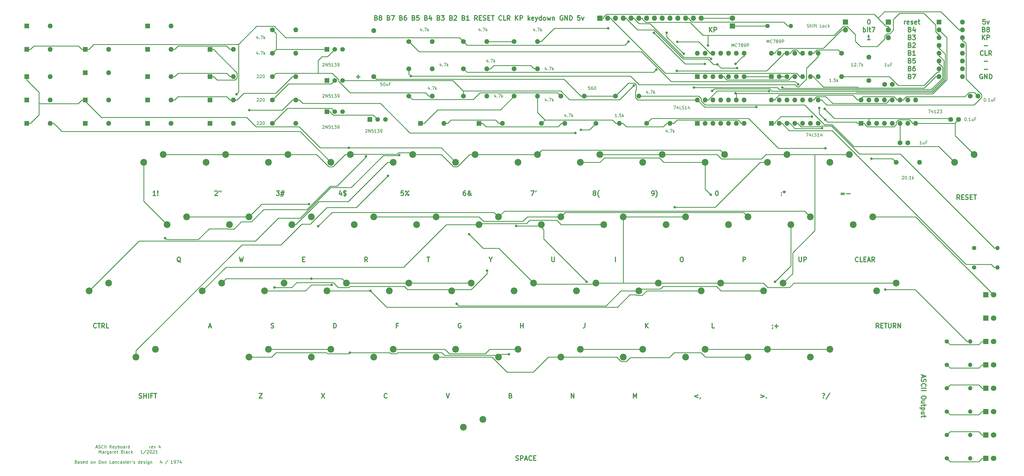
<source format=gbr>
%TF.GenerationSoftware,KiCad,Pcbnew,5.1.6-c6e7f7d~87~ubuntu16.04.1*%
%TF.CreationDate,2022-03-08T12:51:55-05:00*%
%TF.ProjectId,keyboard,6b657962-6f61-4726-942e-6b696361645f,rev?*%
%TF.SameCoordinates,Original*%
%TF.FileFunction,Copper,L1,Top*%
%TF.FilePolarity,Positive*%
%FSLAX46Y46*%
G04 Gerber Fmt 4.6, Leading zero omitted, Abs format (unit mm)*
G04 Created by KiCad (PCBNEW 5.1.6-c6e7f7d~87~ubuntu16.04.1) date 2022-03-08 12:51:55*
%MOMM*%
%LPD*%
G01*
G04 APERTURE LIST*
%TA.AperFunction,NonConductor*%
%ADD10C,0.150000*%
%TD*%
%TA.AperFunction,NonConductor*%
%ADD11C,0.300000*%
%TD*%
%TA.AperFunction,ComponentPad*%
%ADD12O,1.600000X1.600000*%
%TD*%
%TA.AperFunction,ComponentPad*%
%ADD13R,1.600000X1.600000*%
%TD*%
%TA.AperFunction,ComponentPad*%
%ADD14C,1.600000*%
%TD*%
%TA.AperFunction,ComponentPad*%
%ADD15R,1.500000X1.500000*%
%TD*%
%TA.AperFunction,ComponentPad*%
%ADD16C,1.500000*%
%TD*%
%TA.AperFunction,ComponentPad*%
%ADD17O,1.400000X1.400000*%
%TD*%
%TA.AperFunction,ComponentPad*%
%ADD18C,1.400000*%
%TD*%
%TA.AperFunction,ComponentPad*%
%ADD19O,1.700000X1.700000*%
%TD*%
%TA.AperFunction,ComponentPad*%
%ADD20R,1.700000X1.700000*%
%TD*%
%TA.AperFunction,ComponentPad*%
%ADD21C,1.800000*%
%TD*%
%TA.AperFunction,ComponentPad*%
%ADD22R,1.800000X1.800000*%
%TD*%
%TA.AperFunction,ComponentPad*%
%ADD23C,2.200000*%
%TD*%
%TA.AperFunction,ViaPad*%
%ADD24C,0.800000*%
%TD*%
%TA.AperFunction,Conductor*%
%ADD25C,0.250000*%
%TD*%
G04 APERTURE END LIST*
D10*
X273010476Y-18232380D02*
X272439047Y-18232380D01*
X272724761Y-18232380D02*
X272724761Y-17232380D01*
X272629523Y-17375238D01*
X272534285Y-17470476D01*
X272439047Y-17518095D01*
X273391428Y-17327619D02*
X273439047Y-17280000D01*
X273534285Y-17232380D01*
X273772380Y-17232380D01*
X273867619Y-17280000D01*
X273915238Y-17327619D01*
X273962857Y-17422857D01*
X273962857Y-17518095D01*
X273915238Y-17660952D01*
X273343809Y-18232380D01*
X273962857Y-18232380D01*
X274391428Y-18137142D02*
X274439047Y-18184761D01*
X274391428Y-18232380D01*
X274343809Y-18184761D01*
X274391428Y-18137142D01*
X274391428Y-18232380D01*
X274772380Y-17232380D02*
X275439047Y-17232380D01*
X275010476Y-18232380D01*
X275820000Y-18232380D02*
X275820000Y-17232380D01*
X275915238Y-17851428D02*
X276200952Y-18232380D01*
X276200952Y-17565714D02*
X275820000Y-17946666D01*
X265866666Y-23312380D02*
X265295238Y-23312380D01*
X265580952Y-23312380D02*
X265580952Y-22312380D01*
X265485714Y-22455238D01*
X265390476Y-22550476D01*
X265295238Y-22598095D01*
X266295238Y-23217142D02*
X266342857Y-23264761D01*
X266295238Y-23312380D01*
X266247619Y-23264761D01*
X266295238Y-23217142D01*
X266295238Y-23312380D01*
X267247619Y-22312380D02*
X266771428Y-22312380D01*
X266723809Y-22788571D01*
X266771428Y-22740952D01*
X266866666Y-22693333D01*
X267104761Y-22693333D01*
X267200000Y-22740952D01*
X267247619Y-22788571D01*
X267295238Y-22883809D01*
X267295238Y-23121904D01*
X267247619Y-23217142D01*
X267200000Y-23264761D01*
X267104761Y-23312380D01*
X266866666Y-23312380D01*
X266771428Y-23264761D01*
X266723809Y-23217142D01*
X267723809Y-23312380D02*
X267723809Y-22312380D01*
X267819047Y-22931428D02*
X268104761Y-23312380D01*
X268104761Y-22645714D02*
X267723809Y-23026666D01*
X288949047Y-54157619D02*
X288996666Y-54110000D01*
X289091904Y-54062380D01*
X289330000Y-54062380D01*
X289425238Y-54110000D01*
X289472857Y-54157619D01*
X289520476Y-54252857D01*
X289520476Y-54348095D01*
X289472857Y-54490952D01*
X288901428Y-55062380D01*
X289520476Y-55062380D01*
X290139523Y-54062380D02*
X290234761Y-54062380D01*
X290330000Y-54110000D01*
X290377619Y-54157619D01*
X290425238Y-54252857D01*
X290472857Y-54443333D01*
X290472857Y-54681428D01*
X290425238Y-54871904D01*
X290377619Y-54967142D01*
X290330000Y-55014761D01*
X290234761Y-55062380D01*
X290139523Y-55062380D01*
X290044285Y-55014761D01*
X289996666Y-54967142D01*
X289949047Y-54871904D01*
X289901428Y-54681428D01*
X289901428Y-54443333D01*
X289949047Y-54252857D01*
X289996666Y-54157619D01*
X290044285Y-54110000D01*
X290139523Y-54062380D01*
X290901428Y-54967142D02*
X290949047Y-55014761D01*
X290901428Y-55062380D01*
X290853809Y-55014761D01*
X290901428Y-54967142D01*
X290901428Y-55062380D01*
X291901428Y-55062380D02*
X291330000Y-55062380D01*
X291615714Y-55062380D02*
X291615714Y-54062380D01*
X291520476Y-54205238D01*
X291425238Y-54300476D01*
X291330000Y-54348095D01*
X292330000Y-55062380D02*
X292330000Y-54062380D01*
X292425238Y-54681428D02*
X292710952Y-55062380D01*
X292710952Y-54395714D02*
X292330000Y-54776666D01*
X283884761Y-18232380D02*
X283313333Y-18232380D01*
X283599047Y-18232380D02*
X283599047Y-17232380D01*
X283503809Y-17375238D01*
X283408571Y-17470476D01*
X283313333Y-17518095D01*
X284741904Y-17565714D02*
X284741904Y-18232380D01*
X284313333Y-17565714D02*
X284313333Y-18089523D01*
X284360952Y-18184761D01*
X284456190Y-18232380D01*
X284599047Y-18232380D01*
X284694285Y-18184761D01*
X284741904Y-18137142D01*
X285551428Y-17708571D02*
X285218095Y-17708571D01*
X285218095Y-18232380D02*
X285218095Y-17232380D01*
X285694285Y-17232380D01*
X309507142Y-35012380D02*
X309602380Y-35012380D01*
X309697619Y-35060000D01*
X309745238Y-35107619D01*
X309792857Y-35202857D01*
X309840476Y-35393333D01*
X309840476Y-35631428D01*
X309792857Y-35821904D01*
X309745238Y-35917142D01*
X309697619Y-35964761D01*
X309602380Y-36012380D01*
X309507142Y-36012380D01*
X309411904Y-35964761D01*
X309364285Y-35917142D01*
X309316666Y-35821904D01*
X309269047Y-35631428D01*
X309269047Y-35393333D01*
X309316666Y-35202857D01*
X309364285Y-35107619D01*
X309411904Y-35060000D01*
X309507142Y-35012380D01*
X310269047Y-35917142D02*
X310316666Y-35964761D01*
X310269047Y-36012380D01*
X310221428Y-35964761D01*
X310269047Y-35917142D01*
X310269047Y-36012380D01*
X311269047Y-36012380D02*
X310697619Y-36012380D01*
X310983333Y-36012380D02*
X310983333Y-35012380D01*
X310888095Y-35155238D01*
X310792857Y-35250476D01*
X310697619Y-35298095D01*
X312126190Y-35345714D02*
X312126190Y-36012380D01*
X311697619Y-35345714D02*
X311697619Y-35869523D01*
X311745238Y-35964761D01*
X311840476Y-36012380D01*
X311983333Y-36012380D01*
X312078571Y-35964761D01*
X312126190Y-35917142D01*
X312935714Y-35488571D02*
X312602380Y-35488571D01*
X312602380Y-36012380D02*
X312602380Y-35012380D01*
X313078571Y-35012380D01*
X295314761Y-43632380D02*
X294743333Y-43632380D01*
X295029047Y-43632380D02*
X295029047Y-42632380D01*
X294933809Y-42775238D01*
X294838571Y-42870476D01*
X294743333Y-42918095D01*
X296171904Y-42965714D02*
X296171904Y-43632380D01*
X295743333Y-42965714D02*
X295743333Y-43489523D01*
X295790952Y-43584761D01*
X295886190Y-43632380D01*
X296029047Y-43632380D01*
X296124285Y-43584761D01*
X296171904Y-43537142D01*
X296981428Y-43108571D02*
X296648095Y-43108571D01*
X296648095Y-43632380D02*
X296648095Y-42632380D01*
X297124285Y-42632380D01*
X244888095Y-10612380D02*
X244888095Y-9612380D01*
X245221428Y-10326666D01*
X245554761Y-9612380D01*
X245554761Y-10612380D01*
X246602380Y-10517142D02*
X246554761Y-10564761D01*
X246411904Y-10612380D01*
X246316666Y-10612380D01*
X246173809Y-10564761D01*
X246078571Y-10469523D01*
X246030952Y-10374285D01*
X245983333Y-10183809D01*
X245983333Y-10040952D01*
X246030952Y-9850476D01*
X246078571Y-9755238D01*
X246173809Y-9660000D01*
X246316666Y-9612380D01*
X246411904Y-9612380D01*
X246554761Y-9660000D01*
X246602380Y-9707619D01*
X246935714Y-9612380D02*
X247602380Y-9612380D01*
X247173809Y-10612380D01*
X248126190Y-10040952D02*
X248030952Y-9993333D01*
X247983333Y-9945714D01*
X247935714Y-9850476D01*
X247935714Y-9802857D01*
X247983333Y-9707619D01*
X248030952Y-9660000D01*
X248126190Y-9612380D01*
X248316666Y-9612380D01*
X248411904Y-9660000D01*
X248459523Y-9707619D01*
X248507142Y-9802857D01*
X248507142Y-9850476D01*
X248459523Y-9945714D01*
X248411904Y-9993333D01*
X248316666Y-10040952D01*
X248126190Y-10040952D01*
X248030952Y-10088571D01*
X247983333Y-10136190D01*
X247935714Y-10231428D01*
X247935714Y-10421904D01*
X247983333Y-10517142D01*
X248030952Y-10564761D01*
X248126190Y-10612380D01*
X248316666Y-10612380D01*
X248411904Y-10564761D01*
X248459523Y-10517142D01*
X248507142Y-10421904D01*
X248507142Y-10231428D01*
X248459523Y-10136190D01*
X248411904Y-10088571D01*
X248316666Y-10040952D01*
X248983333Y-10612380D02*
X249173809Y-10612380D01*
X249269047Y-10564761D01*
X249316666Y-10517142D01*
X249411904Y-10374285D01*
X249459523Y-10183809D01*
X249459523Y-9802857D01*
X249411904Y-9707619D01*
X249364285Y-9660000D01*
X249269047Y-9612380D01*
X249078571Y-9612380D01*
X248983333Y-9660000D01*
X248935714Y-9707619D01*
X248888095Y-9802857D01*
X248888095Y-10040952D01*
X248935714Y-10136190D01*
X248983333Y-10183809D01*
X249078571Y-10231428D01*
X249269047Y-10231428D01*
X249364285Y-10183809D01*
X249411904Y-10136190D01*
X249459523Y-10040952D01*
X249888095Y-10612380D02*
X249888095Y-9612380D01*
X250269047Y-9612380D01*
X250364285Y-9660000D01*
X250411904Y-9707619D01*
X250459523Y-9802857D01*
X250459523Y-9945714D01*
X250411904Y-10040952D01*
X250364285Y-10088571D01*
X250269047Y-10136190D01*
X249888095Y-10136190D01*
X233458095Y-11882380D02*
X233458095Y-10882380D01*
X233791428Y-11596666D01*
X234124761Y-10882380D01*
X234124761Y-11882380D01*
X235172380Y-11787142D02*
X235124761Y-11834761D01*
X234981904Y-11882380D01*
X234886666Y-11882380D01*
X234743809Y-11834761D01*
X234648571Y-11739523D01*
X234600952Y-11644285D01*
X234553333Y-11453809D01*
X234553333Y-11310952D01*
X234600952Y-11120476D01*
X234648571Y-11025238D01*
X234743809Y-10930000D01*
X234886666Y-10882380D01*
X234981904Y-10882380D01*
X235124761Y-10930000D01*
X235172380Y-10977619D01*
X235505714Y-10882380D02*
X236172380Y-10882380D01*
X235743809Y-11882380D01*
X236696190Y-11310952D02*
X236600952Y-11263333D01*
X236553333Y-11215714D01*
X236505714Y-11120476D01*
X236505714Y-11072857D01*
X236553333Y-10977619D01*
X236600952Y-10930000D01*
X236696190Y-10882380D01*
X236886666Y-10882380D01*
X236981904Y-10930000D01*
X237029523Y-10977619D01*
X237077142Y-11072857D01*
X237077142Y-11120476D01*
X237029523Y-11215714D01*
X236981904Y-11263333D01*
X236886666Y-11310952D01*
X236696190Y-11310952D01*
X236600952Y-11358571D01*
X236553333Y-11406190D01*
X236505714Y-11501428D01*
X236505714Y-11691904D01*
X236553333Y-11787142D01*
X236600952Y-11834761D01*
X236696190Y-11882380D01*
X236886666Y-11882380D01*
X236981904Y-11834761D01*
X237029523Y-11787142D01*
X237077142Y-11691904D01*
X237077142Y-11501428D01*
X237029523Y-11406190D01*
X236981904Y-11358571D01*
X236886666Y-11310952D01*
X237553333Y-11882380D02*
X237743809Y-11882380D01*
X237839047Y-11834761D01*
X237886666Y-11787142D01*
X237981904Y-11644285D01*
X238029523Y-11453809D01*
X238029523Y-11072857D01*
X237981904Y-10977619D01*
X237934285Y-10930000D01*
X237839047Y-10882380D01*
X237648571Y-10882380D01*
X237553333Y-10930000D01*
X237505714Y-10977619D01*
X237458095Y-11072857D01*
X237458095Y-11310952D01*
X237505714Y-11406190D01*
X237553333Y-11453809D01*
X237648571Y-11501428D01*
X237839047Y-11501428D01*
X237934285Y-11453809D01*
X237981904Y-11406190D01*
X238029523Y-11310952D01*
X238458095Y-11882380D02*
X238458095Y-10882380D01*
X238839047Y-10882380D01*
X238934285Y-10930000D01*
X238981904Y-10977619D01*
X239029523Y-11072857D01*
X239029523Y-11215714D01*
X238981904Y-11310952D01*
X238934285Y-11358571D01*
X238839047Y-11406190D01*
X238458095Y-11406190D01*
X214527142Y-31202380D02*
X215193809Y-31202380D01*
X214765238Y-32202380D01*
X216003333Y-31535714D02*
X216003333Y-32202380D01*
X215765238Y-31154761D02*
X215527142Y-31869047D01*
X216146190Y-31869047D01*
X217003333Y-32202380D02*
X216527142Y-32202380D01*
X216527142Y-31202380D01*
X217289047Y-32154761D02*
X217431904Y-32202380D01*
X217670000Y-32202380D01*
X217765238Y-32154761D01*
X217812857Y-32107142D01*
X217860476Y-32011904D01*
X217860476Y-31916666D01*
X217812857Y-31821428D01*
X217765238Y-31773809D01*
X217670000Y-31726190D01*
X217479523Y-31678571D01*
X217384285Y-31630952D01*
X217336666Y-31583333D01*
X217289047Y-31488095D01*
X217289047Y-31392857D01*
X217336666Y-31297619D01*
X217384285Y-31250000D01*
X217479523Y-31202380D01*
X217717619Y-31202380D01*
X217860476Y-31250000D01*
X218812857Y-32202380D02*
X218241428Y-32202380D01*
X218527142Y-32202380D02*
X218527142Y-31202380D01*
X218431904Y-31345238D01*
X218336666Y-31440476D01*
X218241428Y-31488095D01*
X219670000Y-31535714D02*
X219670000Y-32202380D01*
X219431904Y-31154761D02*
X219193809Y-31869047D01*
X219812857Y-31869047D01*
X297481904Y-32472380D02*
X298148571Y-32472380D01*
X297720000Y-33472380D01*
X298958095Y-32805714D02*
X298958095Y-33472380D01*
X298720000Y-32424761D02*
X298481904Y-33139047D01*
X299100952Y-33139047D01*
X300005714Y-33472380D02*
X299434285Y-33472380D01*
X299720000Y-33472380D02*
X299720000Y-32472380D01*
X299624761Y-32615238D01*
X299529523Y-32710476D01*
X299434285Y-32758095D01*
X300386666Y-32567619D02*
X300434285Y-32520000D01*
X300529523Y-32472380D01*
X300767619Y-32472380D01*
X300862857Y-32520000D01*
X300910476Y-32567619D01*
X300958095Y-32662857D01*
X300958095Y-32758095D01*
X300910476Y-32900952D01*
X300339047Y-33472380D01*
X300958095Y-33472380D01*
X301291428Y-32472380D02*
X301910476Y-32472380D01*
X301577142Y-32853333D01*
X301720000Y-32853333D01*
X301815238Y-32900952D01*
X301862857Y-32948571D01*
X301910476Y-33043809D01*
X301910476Y-33281904D01*
X301862857Y-33377142D01*
X301815238Y-33424761D01*
X301720000Y-33472380D01*
X301434285Y-33472380D01*
X301339047Y-33424761D01*
X301291428Y-33377142D01*
X257707142Y-40092380D02*
X258373809Y-40092380D01*
X257945238Y-41092380D01*
X259183333Y-40425714D02*
X259183333Y-41092380D01*
X258945238Y-40044761D02*
X258707142Y-40759047D01*
X259326190Y-40759047D01*
X260183333Y-41092380D02*
X259707142Y-41092380D01*
X259707142Y-40092380D01*
X260469047Y-41044761D02*
X260611904Y-41092380D01*
X260850000Y-41092380D01*
X260945238Y-41044761D01*
X260992857Y-40997142D01*
X261040476Y-40901904D01*
X261040476Y-40806666D01*
X260992857Y-40711428D01*
X260945238Y-40663809D01*
X260850000Y-40616190D01*
X260659523Y-40568571D01*
X260564285Y-40520952D01*
X260516666Y-40473333D01*
X260469047Y-40378095D01*
X260469047Y-40282857D01*
X260516666Y-40187619D01*
X260564285Y-40140000D01*
X260659523Y-40092380D01*
X260897619Y-40092380D01*
X261040476Y-40140000D01*
X261992857Y-41092380D02*
X261421428Y-41092380D01*
X261707142Y-41092380D02*
X261707142Y-40092380D01*
X261611904Y-40235238D01*
X261516666Y-40330476D01*
X261421428Y-40378095D01*
X262850000Y-40425714D02*
X262850000Y-41092380D01*
X262611904Y-40044761D02*
X262373809Y-40759047D01*
X262992857Y-40759047D01*
X100155714Y-17327619D02*
X100203333Y-17280000D01*
X100298571Y-17232380D01*
X100536666Y-17232380D01*
X100631904Y-17280000D01*
X100679523Y-17327619D01*
X100727142Y-17422857D01*
X100727142Y-17518095D01*
X100679523Y-17660952D01*
X100108095Y-18232380D01*
X100727142Y-18232380D01*
X101155714Y-18232380D02*
X101155714Y-17232380D01*
X101727142Y-18232380D01*
X101727142Y-17232380D01*
X102679523Y-17232380D02*
X102203333Y-17232380D01*
X102155714Y-17708571D01*
X102203333Y-17660952D01*
X102298571Y-17613333D01*
X102536666Y-17613333D01*
X102631904Y-17660952D01*
X102679523Y-17708571D01*
X102727142Y-17803809D01*
X102727142Y-18041904D01*
X102679523Y-18137142D01*
X102631904Y-18184761D01*
X102536666Y-18232380D01*
X102298571Y-18232380D01*
X102203333Y-18184761D01*
X102155714Y-18137142D01*
X103679523Y-18232380D02*
X103108095Y-18232380D01*
X103393809Y-18232380D02*
X103393809Y-17232380D01*
X103298571Y-17375238D01*
X103203333Y-17470476D01*
X103108095Y-17518095D01*
X104012857Y-17232380D02*
X104631904Y-17232380D01*
X104298571Y-17613333D01*
X104441428Y-17613333D01*
X104536666Y-17660952D01*
X104584285Y-17708571D01*
X104631904Y-17803809D01*
X104631904Y-18041904D01*
X104584285Y-18137142D01*
X104536666Y-18184761D01*
X104441428Y-18232380D01*
X104155714Y-18232380D01*
X104060476Y-18184761D01*
X104012857Y-18137142D01*
X105108095Y-18232380D02*
X105298571Y-18232380D01*
X105393809Y-18184761D01*
X105441428Y-18137142D01*
X105536666Y-17994285D01*
X105584285Y-17803809D01*
X105584285Y-17422857D01*
X105536666Y-17327619D01*
X105489047Y-17280000D01*
X105393809Y-17232380D01*
X105203333Y-17232380D01*
X105108095Y-17280000D01*
X105060476Y-17327619D01*
X105012857Y-17422857D01*
X105012857Y-17660952D01*
X105060476Y-17756190D01*
X105108095Y-17803809D01*
X105203333Y-17851428D01*
X105393809Y-17851428D01*
X105489047Y-17803809D01*
X105536666Y-17756190D01*
X105584285Y-17660952D01*
X100155714Y-27487619D02*
X100203333Y-27440000D01*
X100298571Y-27392380D01*
X100536666Y-27392380D01*
X100631904Y-27440000D01*
X100679523Y-27487619D01*
X100727142Y-27582857D01*
X100727142Y-27678095D01*
X100679523Y-27820952D01*
X100108095Y-28392380D01*
X100727142Y-28392380D01*
X101155714Y-28392380D02*
X101155714Y-27392380D01*
X101727142Y-28392380D01*
X101727142Y-27392380D01*
X102679523Y-27392380D02*
X102203333Y-27392380D01*
X102155714Y-27868571D01*
X102203333Y-27820952D01*
X102298571Y-27773333D01*
X102536666Y-27773333D01*
X102631904Y-27820952D01*
X102679523Y-27868571D01*
X102727142Y-27963809D01*
X102727142Y-28201904D01*
X102679523Y-28297142D01*
X102631904Y-28344761D01*
X102536666Y-28392380D01*
X102298571Y-28392380D01*
X102203333Y-28344761D01*
X102155714Y-28297142D01*
X103679523Y-28392380D02*
X103108095Y-28392380D01*
X103393809Y-28392380D02*
X103393809Y-27392380D01*
X103298571Y-27535238D01*
X103203333Y-27630476D01*
X103108095Y-27678095D01*
X104012857Y-27392380D02*
X104631904Y-27392380D01*
X104298571Y-27773333D01*
X104441428Y-27773333D01*
X104536666Y-27820952D01*
X104584285Y-27868571D01*
X104631904Y-27963809D01*
X104631904Y-28201904D01*
X104584285Y-28297142D01*
X104536666Y-28344761D01*
X104441428Y-28392380D01*
X104155714Y-28392380D01*
X104060476Y-28344761D01*
X104012857Y-28297142D01*
X105108095Y-28392380D02*
X105298571Y-28392380D01*
X105393809Y-28344761D01*
X105441428Y-28297142D01*
X105536666Y-28154285D01*
X105584285Y-27963809D01*
X105584285Y-27582857D01*
X105536666Y-27487619D01*
X105489047Y-27440000D01*
X105393809Y-27392380D01*
X105203333Y-27392380D01*
X105108095Y-27440000D01*
X105060476Y-27487619D01*
X105012857Y-27582857D01*
X105012857Y-27820952D01*
X105060476Y-27916190D01*
X105108095Y-27963809D01*
X105203333Y-28011428D01*
X105393809Y-28011428D01*
X105489047Y-27963809D01*
X105536666Y-27916190D01*
X105584285Y-27820952D01*
X100155714Y-37647619D02*
X100203333Y-37600000D01*
X100298571Y-37552380D01*
X100536666Y-37552380D01*
X100631904Y-37600000D01*
X100679523Y-37647619D01*
X100727142Y-37742857D01*
X100727142Y-37838095D01*
X100679523Y-37980952D01*
X100108095Y-38552380D01*
X100727142Y-38552380D01*
X101155714Y-38552380D02*
X101155714Y-37552380D01*
X101727142Y-38552380D01*
X101727142Y-37552380D01*
X102679523Y-37552380D02*
X102203333Y-37552380D01*
X102155714Y-38028571D01*
X102203333Y-37980952D01*
X102298571Y-37933333D01*
X102536666Y-37933333D01*
X102631904Y-37980952D01*
X102679523Y-38028571D01*
X102727142Y-38123809D01*
X102727142Y-38361904D01*
X102679523Y-38457142D01*
X102631904Y-38504761D01*
X102536666Y-38552380D01*
X102298571Y-38552380D01*
X102203333Y-38504761D01*
X102155714Y-38457142D01*
X103679523Y-38552380D02*
X103108095Y-38552380D01*
X103393809Y-38552380D02*
X103393809Y-37552380D01*
X103298571Y-37695238D01*
X103203333Y-37790476D01*
X103108095Y-37838095D01*
X104012857Y-37552380D02*
X104631904Y-37552380D01*
X104298571Y-37933333D01*
X104441428Y-37933333D01*
X104536666Y-37980952D01*
X104584285Y-38028571D01*
X104631904Y-38123809D01*
X104631904Y-38361904D01*
X104584285Y-38457142D01*
X104536666Y-38504761D01*
X104441428Y-38552380D01*
X104155714Y-38552380D01*
X104060476Y-38504761D01*
X104012857Y-38457142D01*
X105108095Y-38552380D02*
X105298571Y-38552380D01*
X105393809Y-38504761D01*
X105441428Y-38457142D01*
X105536666Y-38314285D01*
X105584285Y-38123809D01*
X105584285Y-37742857D01*
X105536666Y-37647619D01*
X105489047Y-37600000D01*
X105393809Y-37552380D01*
X105203333Y-37552380D01*
X105108095Y-37600000D01*
X105060476Y-37647619D01*
X105012857Y-37742857D01*
X105012857Y-37980952D01*
X105060476Y-38076190D01*
X105108095Y-38123809D01*
X105203333Y-38171428D01*
X105393809Y-38171428D01*
X105489047Y-38123809D01*
X105536666Y-38076190D01*
X105584285Y-37980952D01*
X114125714Y-38917619D02*
X114173333Y-38870000D01*
X114268571Y-38822380D01*
X114506666Y-38822380D01*
X114601904Y-38870000D01*
X114649523Y-38917619D01*
X114697142Y-39012857D01*
X114697142Y-39108095D01*
X114649523Y-39250952D01*
X114078095Y-39822380D01*
X114697142Y-39822380D01*
X115125714Y-39822380D02*
X115125714Y-38822380D01*
X115697142Y-39822380D01*
X115697142Y-38822380D01*
X116649523Y-38822380D02*
X116173333Y-38822380D01*
X116125714Y-39298571D01*
X116173333Y-39250952D01*
X116268571Y-39203333D01*
X116506666Y-39203333D01*
X116601904Y-39250952D01*
X116649523Y-39298571D01*
X116697142Y-39393809D01*
X116697142Y-39631904D01*
X116649523Y-39727142D01*
X116601904Y-39774761D01*
X116506666Y-39822380D01*
X116268571Y-39822380D01*
X116173333Y-39774761D01*
X116125714Y-39727142D01*
X117649523Y-39822380D02*
X117078095Y-39822380D01*
X117363809Y-39822380D02*
X117363809Y-38822380D01*
X117268571Y-38965238D01*
X117173333Y-39060476D01*
X117078095Y-39108095D01*
X117982857Y-38822380D02*
X118601904Y-38822380D01*
X118268571Y-39203333D01*
X118411428Y-39203333D01*
X118506666Y-39250952D01*
X118554285Y-39298571D01*
X118601904Y-39393809D01*
X118601904Y-39631904D01*
X118554285Y-39727142D01*
X118506666Y-39774761D01*
X118411428Y-39822380D01*
X118125714Y-39822380D01*
X118030476Y-39774761D01*
X117982857Y-39727142D01*
X119078095Y-39822380D02*
X119268571Y-39822380D01*
X119363809Y-39774761D01*
X119411428Y-39727142D01*
X119506666Y-39584285D01*
X119554285Y-39393809D01*
X119554285Y-39012857D01*
X119506666Y-38917619D01*
X119459047Y-38870000D01*
X119363809Y-38822380D01*
X119173333Y-38822380D01*
X119078095Y-38870000D01*
X119030476Y-38917619D01*
X118982857Y-39012857D01*
X118982857Y-39250952D01*
X119030476Y-39346190D01*
X119078095Y-39393809D01*
X119173333Y-39441428D01*
X119363809Y-39441428D01*
X119459047Y-39393809D01*
X119506666Y-39346190D01*
X119554285Y-39250952D01*
D11*
X255361428Y-80458571D02*
X255361428Y-81672857D01*
X255432857Y-81815714D01*
X255504285Y-81887142D01*
X255647142Y-81958571D01*
X255932857Y-81958571D01*
X256075714Y-81887142D01*
X256147142Y-81815714D01*
X256218571Y-81672857D01*
X256218571Y-80458571D01*
X256932857Y-81958571D02*
X256932857Y-80458571D01*
X257504285Y-80458571D01*
X257647142Y-80530000D01*
X257718571Y-80601428D01*
X257790000Y-80744285D01*
X257790000Y-80958571D01*
X257718571Y-81101428D01*
X257647142Y-81172857D01*
X257504285Y-81244285D01*
X256932857Y-81244285D01*
X274645714Y-81815714D02*
X274574285Y-81887142D01*
X274360000Y-81958571D01*
X274217142Y-81958571D01*
X274002857Y-81887142D01*
X273860000Y-81744285D01*
X273788571Y-81601428D01*
X273717142Y-81315714D01*
X273717142Y-81101428D01*
X273788571Y-80815714D01*
X273860000Y-80672857D01*
X274002857Y-80530000D01*
X274217142Y-80458571D01*
X274360000Y-80458571D01*
X274574285Y-80530000D01*
X274645714Y-80601428D01*
X276002857Y-81958571D02*
X275288571Y-81958571D01*
X275288571Y-80458571D01*
X276502857Y-81172857D02*
X277002857Y-81172857D01*
X277217142Y-81958571D02*
X276502857Y-81958571D01*
X276502857Y-80458571D01*
X277217142Y-80458571D01*
X277788571Y-81530000D02*
X278502857Y-81530000D01*
X277645714Y-81958571D02*
X278145714Y-80458571D01*
X278645714Y-81958571D01*
X280002857Y-81958571D02*
X279502857Y-81244285D01*
X279145714Y-81958571D02*
X279145714Y-80458571D01*
X279717142Y-80458571D01*
X279860000Y-80530000D01*
X279931428Y-80601428D01*
X280002857Y-80744285D01*
X280002857Y-80958571D01*
X279931428Y-81101428D01*
X279860000Y-81172857D01*
X279717142Y-81244285D01*
X279145714Y-81244285D01*
X307701428Y-61638571D02*
X307201428Y-60924285D01*
X306844285Y-61638571D02*
X306844285Y-60138571D01*
X307415714Y-60138571D01*
X307558571Y-60210000D01*
X307630000Y-60281428D01*
X307701428Y-60424285D01*
X307701428Y-60638571D01*
X307630000Y-60781428D01*
X307558571Y-60852857D01*
X307415714Y-60924285D01*
X306844285Y-60924285D01*
X308344285Y-60852857D02*
X308844285Y-60852857D01*
X309058571Y-61638571D02*
X308344285Y-61638571D01*
X308344285Y-60138571D01*
X309058571Y-60138571D01*
X309630000Y-61567142D02*
X309844285Y-61638571D01*
X310201428Y-61638571D01*
X310344285Y-61567142D01*
X310415714Y-61495714D01*
X310487142Y-61352857D01*
X310487142Y-61210000D01*
X310415714Y-61067142D01*
X310344285Y-60995714D01*
X310201428Y-60924285D01*
X309915714Y-60852857D01*
X309772857Y-60781428D01*
X309701428Y-60710000D01*
X309630000Y-60567142D01*
X309630000Y-60424285D01*
X309701428Y-60281428D01*
X309772857Y-60210000D01*
X309915714Y-60138571D01*
X310272857Y-60138571D01*
X310487142Y-60210000D01*
X311130000Y-60852857D02*
X311630000Y-60852857D01*
X311844285Y-61638571D02*
X311130000Y-61638571D01*
X311130000Y-60138571D01*
X311844285Y-60138571D01*
X312272857Y-60138571D02*
X313130000Y-60138571D01*
X312701428Y-61638571D02*
X312701428Y-60138571D01*
X281372857Y-103548571D02*
X280872857Y-102834285D01*
X280515714Y-103548571D02*
X280515714Y-102048571D01*
X281087142Y-102048571D01*
X281230000Y-102120000D01*
X281301428Y-102191428D01*
X281372857Y-102334285D01*
X281372857Y-102548571D01*
X281301428Y-102691428D01*
X281230000Y-102762857D01*
X281087142Y-102834285D01*
X280515714Y-102834285D01*
X282015714Y-102762857D02*
X282515714Y-102762857D01*
X282730000Y-103548571D02*
X282015714Y-103548571D01*
X282015714Y-102048571D01*
X282730000Y-102048571D01*
X283158571Y-102048571D02*
X284015714Y-102048571D01*
X283587142Y-103548571D02*
X283587142Y-102048571D01*
X284515714Y-102048571D02*
X284515714Y-103262857D01*
X284587142Y-103405714D01*
X284658571Y-103477142D01*
X284801428Y-103548571D01*
X285087142Y-103548571D01*
X285230000Y-103477142D01*
X285301428Y-103405714D01*
X285372857Y-103262857D01*
X285372857Y-102048571D01*
X286944285Y-103548571D02*
X286444285Y-102834285D01*
X286087142Y-103548571D02*
X286087142Y-102048571D01*
X286658571Y-102048571D01*
X286801428Y-102120000D01*
X286872857Y-102191428D01*
X286944285Y-102334285D01*
X286944285Y-102548571D01*
X286872857Y-102691428D01*
X286801428Y-102762857D01*
X286658571Y-102834285D01*
X286087142Y-102834285D01*
X287587142Y-103548571D02*
X287587142Y-102048571D01*
X288444285Y-103548571D01*
X288444285Y-102048571D01*
X26475714Y-103405714D02*
X26404285Y-103477142D01*
X26190000Y-103548571D01*
X26047142Y-103548571D01*
X25832857Y-103477142D01*
X25690000Y-103334285D01*
X25618571Y-103191428D01*
X25547142Y-102905714D01*
X25547142Y-102691428D01*
X25618571Y-102405714D01*
X25690000Y-102262857D01*
X25832857Y-102120000D01*
X26047142Y-102048571D01*
X26190000Y-102048571D01*
X26404285Y-102120000D01*
X26475714Y-102191428D01*
X26904285Y-102048571D02*
X27761428Y-102048571D01*
X27332857Y-103548571D02*
X27332857Y-102048571D01*
X29118571Y-103548571D02*
X28618571Y-102834285D01*
X28261428Y-103548571D02*
X28261428Y-102048571D01*
X28832857Y-102048571D01*
X28975714Y-102120000D01*
X29047142Y-102191428D01*
X29118571Y-102334285D01*
X29118571Y-102548571D01*
X29047142Y-102691428D01*
X28975714Y-102762857D01*
X28832857Y-102834285D01*
X28261428Y-102834285D01*
X30475714Y-103548571D02*
X29761428Y-103548571D01*
X29761428Y-102048571D01*
X269010000Y-59582857D02*
X270152857Y-59582857D01*
X270152857Y-60011428D02*
X269010000Y-60011428D01*
X270867142Y-59797142D02*
X272010000Y-59797142D01*
X228528571Y-58868571D02*
X228671428Y-58868571D01*
X228814285Y-58940000D01*
X228885714Y-59011428D01*
X228957142Y-59154285D01*
X229028571Y-59440000D01*
X229028571Y-59797142D01*
X228957142Y-60082857D01*
X228885714Y-60225714D01*
X228814285Y-60297142D01*
X228671428Y-60368571D01*
X228528571Y-60368571D01*
X228385714Y-60297142D01*
X228314285Y-60225714D01*
X228242857Y-60082857D01*
X228171428Y-59797142D01*
X228171428Y-59440000D01*
X228242857Y-59154285D01*
X228314285Y-59011428D01*
X228385714Y-58940000D01*
X228528571Y-58868571D01*
X207494285Y-60368571D02*
X207780000Y-60368571D01*
X207922857Y-60297142D01*
X207994285Y-60225714D01*
X208137142Y-60011428D01*
X208208571Y-59725714D01*
X208208571Y-59154285D01*
X208137142Y-59011428D01*
X208065714Y-58940000D01*
X207922857Y-58868571D01*
X207637142Y-58868571D01*
X207494285Y-58940000D01*
X207422857Y-59011428D01*
X207351428Y-59154285D01*
X207351428Y-59511428D01*
X207422857Y-59654285D01*
X207494285Y-59725714D01*
X207637142Y-59797142D01*
X207922857Y-59797142D01*
X208065714Y-59725714D01*
X208137142Y-59654285D01*
X208208571Y-59511428D01*
X208708571Y-60940000D02*
X208780000Y-60868571D01*
X208922857Y-60654285D01*
X208994285Y-60511428D01*
X209065714Y-60297142D01*
X209137142Y-59940000D01*
X209137142Y-59654285D01*
X209065714Y-59297142D01*
X208994285Y-59082857D01*
X208922857Y-58940000D01*
X208780000Y-58725714D01*
X208708571Y-58654285D01*
X249618571Y-60225714D02*
X249690000Y-60297142D01*
X249618571Y-60368571D01*
X249547142Y-60297142D01*
X249618571Y-60225714D01*
X249618571Y-60368571D01*
X249618571Y-59440000D02*
X249690000Y-59511428D01*
X249618571Y-59582857D01*
X249547142Y-59511428D01*
X249618571Y-59440000D01*
X249618571Y-59582857D01*
X250547142Y-58868571D02*
X250547142Y-59225714D01*
X250190000Y-59082857D02*
X250547142Y-59225714D01*
X250904285Y-59082857D01*
X250332857Y-59511428D02*
X250547142Y-59225714D01*
X250761428Y-59511428D01*
X188587142Y-59511428D02*
X188444285Y-59440000D01*
X188372857Y-59368571D01*
X188301428Y-59225714D01*
X188301428Y-59154285D01*
X188372857Y-59011428D01*
X188444285Y-58940000D01*
X188587142Y-58868571D01*
X188872857Y-58868571D01*
X189015714Y-58940000D01*
X189087142Y-59011428D01*
X189158571Y-59154285D01*
X189158571Y-59225714D01*
X189087142Y-59368571D01*
X189015714Y-59440000D01*
X188872857Y-59511428D01*
X188587142Y-59511428D01*
X188444285Y-59582857D01*
X188372857Y-59654285D01*
X188301428Y-59797142D01*
X188301428Y-60082857D01*
X188372857Y-60225714D01*
X188444285Y-60297142D01*
X188587142Y-60368571D01*
X188872857Y-60368571D01*
X189015714Y-60297142D01*
X189087142Y-60225714D01*
X189158571Y-60082857D01*
X189158571Y-59797142D01*
X189087142Y-59654285D01*
X189015714Y-59582857D01*
X188872857Y-59511428D01*
X190230000Y-60940000D02*
X190158571Y-60868571D01*
X190015714Y-60654285D01*
X189944285Y-60511428D01*
X189872857Y-60297142D01*
X189801428Y-59940000D01*
X189801428Y-59654285D01*
X189872857Y-59297142D01*
X189944285Y-59082857D01*
X190015714Y-58940000D01*
X190158571Y-58725714D01*
X190230000Y-58654285D01*
X146677142Y-58868571D02*
X146391428Y-58868571D01*
X146248571Y-58940000D01*
X146177142Y-59011428D01*
X146034285Y-59225714D01*
X145962857Y-59511428D01*
X145962857Y-60082857D01*
X146034285Y-60225714D01*
X146105714Y-60297142D01*
X146248571Y-60368571D01*
X146534285Y-60368571D01*
X146677142Y-60297142D01*
X146748571Y-60225714D01*
X146820000Y-60082857D01*
X146820000Y-59725714D01*
X146748571Y-59582857D01*
X146677142Y-59511428D01*
X146534285Y-59440000D01*
X146248571Y-59440000D01*
X146105714Y-59511428D01*
X146034285Y-59582857D01*
X145962857Y-59725714D01*
X148677142Y-60368571D02*
X148605714Y-60368571D01*
X148462857Y-60297142D01*
X148248571Y-60082857D01*
X147891428Y-59654285D01*
X147748571Y-59440000D01*
X147677142Y-59225714D01*
X147677142Y-59082857D01*
X147748571Y-58940000D01*
X147891428Y-58868571D01*
X147962857Y-58868571D01*
X148105714Y-58940000D01*
X148177142Y-59082857D01*
X148177142Y-59154285D01*
X148105714Y-59297142D01*
X148034285Y-59368571D01*
X147605714Y-59654285D01*
X147534285Y-59725714D01*
X147462857Y-59868571D01*
X147462857Y-60082857D01*
X147534285Y-60225714D01*
X147605714Y-60297142D01*
X147748571Y-60368571D01*
X147962857Y-60368571D01*
X148105714Y-60297142D01*
X148177142Y-60225714D01*
X148391428Y-59940000D01*
X148462857Y-59725714D01*
X148462857Y-59582857D01*
X126500000Y-58868571D02*
X125785714Y-58868571D01*
X125714285Y-59582857D01*
X125785714Y-59511428D01*
X125928571Y-59440000D01*
X126285714Y-59440000D01*
X126428571Y-59511428D01*
X126500000Y-59582857D01*
X126571428Y-59725714D01*
X126571428Y-60082857D01*
X126500000Y-60225714D01*
X126428571Y-60297142D01*
X126285714Y-60368571D01*
X125928571Y-60368571D01*
X125785714Y-60297142D01*
X125714285Y-60225714D01*
X127142857Y-60368571D02*
X128285714Y-58868571D01*
X127357142Y-58868571D02*
X127500000Y-58940000D01*
X127571428Y-59082857D01*
X127500000Y-59225714D01*
X127357142Y-59297142D01*
X127214285Y-59225714D01*
X127142857Y-59082857D01*
X127214285Y-58940000D01*
X127357142Y-58868571D01*
X128214285Y-60297142D02*
X128285714Y-60154285D01*
X128214285Y-60011428D01*
X128071428Y-59940000D01*
X127928571Y-60011428D01*
X127857142Y-60154285D01*
X127928571Y-60297142D01*
X128071428Y-60368571D01*
X128214285Y-60297142D01*
X168052857Y-58868571D02*
X169052857Y-58868571D01*
X168410000Y-60368571D01*
X169695714Y-58868571D02*
X169552857Y-59154285D01*
X106251428Y-59368571D02*
X106251428Y-60368571D01*
X105894285Y-58797142D02*
X105537142Y-59868571D01*
X106465714Y-59868571D01*
X106965714Y-60297142D02*
X107180000Y-60368571D01*
X107537142Y-60368571D01*
X107680000Y-60297142D01*
X107751428Y-60225714D01*
X107822857Y-60082857D01*
X107822857Y-59940000D01*
X107751428Y-59797142D01*
X107680000Y-59725714D01*
X107537142Y-59654285D01*
X107251428Y-59582857D01*
X107108571Y-59511428D01*
X107037142Y-59440000D01*
X106965714Y-59297142D01*
X106965714Y-59154285D01*
X107037142Y-59011428D01*
X107108571Y-58940000D01*
X107251428Y-58868571D01*
X107608571Y-58868571D01*
X107822857Y-58940000D01*
X107394285Y-58654285D02*
X107394285Y-60582857D01*
X85110000Y-58868571D02*
X86038571Y-58868571D01*
X85538571Y-59440000D01*
X85752857Y-59440000D01*
X85895714Y-59511428D01*
X85967142Y-59582857D01*
X86038571Y-59725714D01*
X86038571Y-60082857D01*
X85967142Y-60225714D01*
X85895714Y-60297142D01*
X85752857Y-60368571D01*
X85324285Y-60368571D01*
X85181428Y-60297142D01*
X85110000Y-60225714D01*
X86610000Y-59368571D02*
X87681428Y-59368571D01*
X87038571Y-58725714D02*
X86610000Y-60654285D01*
X87538571Y-60011428D02*
X86467142Y-60011428D01*
X87110000Y-60654285D02*
X87538571Y-58725714D01*
X65040000Y-59011428D02*
X65111428Y-58940000D01*
X65254285Y-58868571D01*
X65611428Y-58868571D01*
X65754285Y-58940000D01*
X65825714Y-59011428D01*
X65897142Y-59154285D01*
X65897142Y-59297142D01*
X65825714Y-59511428D01*
X64968571Y-60368571D01*
X65897142Y-60368571D01*
X66468571Y-58868571D02*
X66468571Y-59154285D01*
X67040000Y-58868571D02*
X67040000Y-59154285D01*
X45791428Y-60368571D02*
X44934285Y-60368571D01*
X45362857Y-60368571D02*
X45362857Y-58868571D01*
X45220000Y-59082857D01*
X45077142Y-59225714D01*
X44934285Y-59297142D01*
X46434285Y-60225714D02*
X46505714Y-60297142D01*
X46434285Y-60368571D01*
X46362857Y-60297142D01*
X46434285Y-60225714D01*
X46434285Y-60368571D01*
X46434285Y-59797142D02*
X46362857Y-58940000D01*
X46434285Y-58868571D01*
X46505714Y-58940000D01*
X46434285Y-59797142D01*
X46434285Y-58868571D01*
X237097142Y-81958571D02*
X237097142Y-80458571D01*
X237668571Y-80458571D01*
X237811428Y-80530000D01*
X237882857Y-80601428D01*
X237954285Y-80744285D01*
X237954285Y-80958571D01*
X237882857Y-81101428D01*
X237811428Y-81172857D01*
X237668571Y-81244285D01*
X237097142Y-81244285D01*
X195580000Y-81958571D02*
X195580000Y-80458571D01*
X174831428Y-80458571D02*
X174831428Y-81672857D01*
X174902857Y-81815714D01*
X174974285Y-81887142D01*
X175117142Y-81958571D01*
X175402857Y-81958571D01*
X175545714Y-81887142D01*
X175617142Y-81815714D01*
X175688571Y-81672857D01*
X175688571Y-80458571D01*
X217027142Y-80458571D02*
X217312857Y-80458571D01*
X217455714Y-80530000D01*
X217598571Y-80672857D01*
X217670000Y-80958571D01*
X217670000Y-81458571D01*
X217598571Y-81744285D01*
X217455714Y-81887142D01*
X217312857Y-81958571D01*
X217027142Y-81958571D01*
X216884285Y-81887142D01*
X216741428Y-81744285D01*
X216670000Y-81458571D01*
X216670000Y-80958571D01*
X216741428Y-80672857D01*
X216884285Y-80530000D01*
X217027142Y-80458571D01*
X154940000Y-81244285D02*
X154940000Y-81958571D01*
X154440000Y-80458571D02*
X154940000Y-81244285D01*
X155440000Y-80458571D01*
X73017142Y-80458571D02*
X73374285Y-81958571D01*
X73660000Y-80887142D01*
X73945714Y-81958571D01*
X74302857Y-80458571D01*
X134191428Y-80458571D02*
X135048571Y-80458571D01*
X134620000Y-81958571D02*
X134620000Y-80458571D01*
X114764285Y-81958571D02*
X114264285Y-81244285D01*
X113907142Y-81958571D02*
X113907142Y-80458571D01*
X114478571Y-80458571D01*
X114621428Y-80530000D01*
X114692857Y-80601428D01*
X114764285Y-80744285D01*
X114764285Y-80958571D01*
X114692857Y-81101428D01*
X114621428Y-81172857D01*
X114478571Y-81244285D01*
X113907142Y-81244285D01*
X93658571Y-81172857D02*
X94158571Y-81172857D01*
X94372857Y-81958571D02*
X93658571Y-81958571D01*
X93658571Y-80458571D01*
X94372857Y-80458571D01*
X53911428Y-82101428D02*
X53768571Y-82030000D01*
X53625714Y-81887142D01*
X53411428Y-81672857D01*
X53268571Y-81601428D01*
X53125714Y-81601428D01*
X53197142Y-81958571D02*
X53054285Y-81887142D01*
X52911428Y-81744285D01*
X52840000Y-81458571D01*
X52840000Y-80958571D01*
X52911428Y-80672857D01*
X53054285Y-80530000D01*
X53197142Y-80458571D01*
X53482857Y-80458571D01*
X53625714Y-80530000D01*
X53768571Y-80672857D01*
X53840000Y-80958571D01*
X53840000Y-81458571D01*
X53768571Y-81744285D01*
X53625714Y-81887142D01*
X53482857Y-81958571D01*
X53197142Y-81958571D01*
X246792857Y-103477142D02*
X246792857Y-103548571D01*
X246721428Y-103691428D01*
X246650000Y-103762857D01*
X246721428Y-102620000D02*
X246792857Y-102691428D01*
X246721428Y-102762857D01*
X246650000Y-102691428D01*
X246721428Y-102620000D01*
X246721428Y-102762857D01*
X247435714Y-102977142D02*
X248578571Y-102977142D01*
X248007142Y-103548571D02*
X248007142Y-102405714D01*
X205347142Y-103548571D02*
X205347142Y-102048571D01*
X206204285Y-103548571D02*
X205561428Y-102691428D01*
X206204285Y-102048571D02*
X205347142Y-102905714D01*
X185634285Y-102048571D02*
X185634285Y-103120000D01*
X185562857Y-103334285D01*
X185420000Y-103477142D01*
X185205714Y-103548571D01*
X185062857Y-103548571D01*
X227794285Y-103548571D02*
X227080000Y-103548571D01*
X227080000Y-102048571D01*
X164671428Y-103548571D02*
X164671428Y-102048571D01*
X164671428Y-102762857D02*
X165528571Y-102762857D01*
X165528571Y-103548571D02*
X165528571Y-102048571D01*
X83391428Y-103477142D02*
X83605714Y-103548571D01*
X83962857Y-103548571D01*
X84105714Y-103477142D01*
X84177142Y-103405714D01*
X84248571Y-103262857D01*
X84248571Y-103120000D01*
X84177142Y-102977142D01*
X84105714Y-102905714D01*
X83962857Y-102834285D01*
X83677142Y-102762857D01*
X83534285Y-102691428D01*
X83462857Y-102620000D01*
X83391428Y-102477142D01*
X83391428Y-102334285D01*
X83462857Y-102191428D01*
X83534285Y-102120000D01*
X83677142Y-102048571D01*
X84034285Y-102048571D01*
X84248571Y-102120000D01*
X145172857Y-102120000D02*
X145030000Y-102048571D01*
X144815714Y-102048571D01*
X144601428Y-102120000D01*
X144458571Y-102262857D01*
X144387142Y-102405714D01*
X144315714Y-102691428D01*
X144315714Y-102905714D01*
X144387142Y-103191428D01*
X144458571Y-103334285D01*
X144601428Y-103477142D01*
X144815714Y-103548571D01*
X144958571Y-103548571D01*
X145172857Y-103477142D01*
X145244285Y-103405714D01*
X145244285Y-102905714D01*
X144958571Y-102905714D01*
X124674285Y-102762857D02*
X124174285Y-102762857D01*
X124174285Y-103548571D02*
X124174285Y-102048571D01*
X124888571Y-102048571D01*
X103747142Y-103548571D02*
X103747142Y-102048571D01*
X104104285Y-102048571D01*
X104318571Y-102120000D01*
X104461428Y-102262857D01*
X104532857Y-102405714D01*
X104604285Y-102691428D01*
X104604285Y-102905714D01*
X104532857Y-103191428D01*
X104461428Y-103334285D01*
X104318571Y-103477142D01*
X104104285Y-103548571D01*
X103747142Y-103548571D01*
X63142857Y-103120000D02*
X63857142Y-103120000D01*
X63000000Y-103548571D02*
X63500000Y-102048571D01*
X64000000Y-103548571D01*
X163120000Y-146657142D02*
X163334285Y-146728571D01*
X163691428Y-146728571D01*
X163834285Y-146657142D01*
X163905714Y-146585714D01*
X163977142Y-146442857D01*
X163977142Y-146300000D01*
X163905714Y-146157142D01*
X163834285Y-146085714D01*
X163691428Y-146014285D01*
X163405714Y-145942857D01*
X163262857Y-145871428D01*
X163191428Y-145800000D01*
X163120000Y-145657142D01*
X163120000Y-145514285D01*
X163191428Y-145371428D01*
X163262857Y-145300000D01*
X163405714Y-145228571D01*
X163762857Y-145228571D01*
X163977142Y-145300000D01*
X164620000Y-146728571D02*
X164620000Y-145228571D01*
X165191428Y-145228571D01*
X165334285Y-145300000D01*
X165405714Y-145371428D01*
X165477142Y-145514285D01*
X165477142Y-145728571D01*
X165405714Y-145871428D01*
X165334285Y-145942857D01*
X165191428Y-146014285D01*
X164620000Y-146014285D01*
X166048571Y-146300000D02*
X166762857Y-146300000D01*
X165905714Y-146728571D02*
X166405714Y-145228571D01*
X166905714Y-146728571D01*
X168262857Y-146585714D02*
X168191428Y-146657142D01*
X167977142Y-146728571D01*
X167834285Y-146728571D01*
X167620000Y-146657142D01*
X167477142Y-146514285D01*
X167405714Y-146371428D01*
X167334285Y-146085714D01*
X167334285Y-145871428D01*
X167405714Y-145585714D01*
X167477142Y-145442857D01*
X167620000Y-145300000D01*
X167834285Y-145228571D01*
X167977142Y-145228571D01*
X168191428Y-145300000D01*
X168262857Y-145371428D01*
X168905714Y-145942857D02*
X169405714Y-145942857D01*
X169620000Y-146728571D02*
X168905714Y-146728571D01*
X168905714Y-145228571D01*
X169620000Y-145228571D01*
X40394285Y-126337142D02*
X40608571Y-126408571D01*
X40965714Y-126408571D01*
X41108571Y-126337142D01*
X41180000Y-126265714D01*
X41251428Y-126122857D01*
X41251428Y-125980000D01*
X41180000Y-125837142D01*
X41108571Y-125765714D01*
X40965714Y-125694285D01*
X40680000Y-125622857D01*
X40537142Y-125551428D01*
X40465714Y-125480000D01*
X40394285Y-125337142D01*
X40394285Y-125194285D01*
X40465714Y-125051428D01*
X40537142Y-124980000D01*
X40680000Y-124908571D01*
X41037142Y-124908571D01*
X41251428Y-124980000D01*
X41894285Y-126408571D02*
X41894285Y-124908571D01*
X41894285Y-125622857D02*
X42751428Y-125622857D01*
X42751428Y-126408571D02*
X42751428Y-124908571D01*
X43465714Y-126408571D02*
X43465714Y-124908571D01*
X44680000Y-125622857D02*
X44180000Y-125622857D01*
X44180000Y-126408571D02*
X44180000Y-124908571D01*
X44894285Y-124908571D01*
X45251428Y-124908571D02*
X46108571Y-124908571D01*
X45680000Y-126408571D02*
X45680000Y-124908571D01*
X263302857Y-126265714D02*
X263374285Y-126337142D01*
X263302857Y-126408571D01*
X263231428Y-126337142D01*
X263302857Y-126265714D01*
X263302857Y-126408571D01*
X263017142Y-124980000D02*
X263160000Y-124908571D01*
X263517142Y-124908571D01*
X263660000Y-124980000D01*
X263731428Y-125122857D01*
X263731428Y-125265714D01*
X263660000Y-125408571D01*
X263588571Y-125480000D01*
X263445714Y-125551428D01*
X263374285Y-125622857D01*
X263302857Y-125765714D01*
X263302857Y-125837142D01*
X265445714Y-124837142D02*
X264160000Y-126765714D01*
X242911428Y-125408571D02*
X244054285Y-125837142D01*
X242911428Y-126265714D01*
X244768571Y-126265714D02*
X244840000Y-126337142D01*
X244768571Y-126408571D01*
X244697142Y-126337142D01*
X244768571Y-126265714D01*
X244768571Y-126408571D01*
X181181428Y-126408571D02*
X181181428Y-124908571D01*
X182038571Y-126408571D01*
X182038571Y-124908571D01*
X222464285Y-125408571D02*
X221321428Y-125837142D01*
X222464285Y-126265714D01*
X223250000Y-126337142D02*
X223250000Y-126408571D01*
X223178571Y-126551428D01*
X223107142Y-126622857D01*
X201430000Y-126408571D02*
X201430000Y-124908571D01*
X201930000Y-125980000D01*
X202430000Y-124908571D01*
X202430000Y-126408571D01*
X161397142Y-125622857D02*
X161611428Y-125694285D01*
X161682857Y-125765714D01*
X161754285Y-125908571D01*
X161754285Y-126122857D01*
X161682857Y-126265714D01*
X161611428Y-126337142D01*
X161468571Y-126408571D01*
X160897142Y-126408571D01*
X160897142Y-124908571D01*
X161397142Y-124908571D01*
X161540000Y-124980000D01*
X161611428Y-125051428D01*
X161682857Y-125194285D01*
X161682857Y-125337142D01*
X161611428Y-125480000D01*
X161540000Y-125551428D01*
X161397142Y-125622857D01*
X160897142Y-125622857D01*
X140470000Y-124908571D02*
X140970000Y-126408571D01*
X141470000Y-124908571D01*
X121114285Y-126265714D02*
X121042857Y-126337142D01*
X120828571Y-126408571D01*
X120685714Y-126408571D01*
X120471428Y-126337142D01*
X120328571Y-126194285D01*
X120257142Y-126051428D01*
X120185714Y-125765714D01*
X120185714Y-125551428D01*
X120257142Y-125265714D01*
X120328571Y-125122857D01*
X120471428Y-124980000D01*
X120685714Y-124908571D01*
X120828571Y-124908571D01*
X121042857Y-124980000D01*
X121114285Y-125051428D01*
X99830000Y-124908571D02*
X100830000Y-126408571D01*
X100830000Y-124908571D02*
X99830000Y-126408571D01*
X79510000Y-124908571D02*
X80510000Y-124908571D01*
X79510000Y-126408571D01*
X80510000Y-126408571D01*
X226187142Y-7028571D02*
X226187142Y-5528571D01*
X227044285Y-7028571D02*
X226401428Y-6171428D01*
X227044285Y-5528571D02*
X226187142Y-6385714D01*
X227687142Y-7028571D02*
X227687142Y-5528571D01*
X228258571Y-5528571D01*
X228401428Y-5600000D01*
X228472857Y-5671428D01*
X228544285Y-5814285D01*
X228544285Y-6028571D01*
X228472857Y-6171428D01*
X228401428Y-6242857D01*
X228258571Y-6314285D01*
X227687142Y-6314285D01*
X117630000Y-2432857D02*
X117844285Y-2504285D01*
X117915714Y-2575714D01*
X117987142Y-2718571D01*
X117987142Y-2932857D01*
X117915714Y-3075714D01*
X117844285Y-3147142D01*
X117701428Y-3218571D01*
X117130000Y-3218571D01*
X117130000Y-1718571D01*
X117630000Y-1718571D01*
X117772857Y-1790000D01*
X117844285Y-1861428D01*
X117915714Y-2004285D01*
X117915714Y-2147142D01*
X117844285Y-2290000D01*
X117772857Y-2361428D01*
X117630000Y-2432857D01*
X117130000Y-2432857D01*
X118844285Y-2361428D02*
X118701428Y-2290000D01*
X118630000Y-2218571D01*
X118558571Y-2075714D01*
X118558571Y-2004285D01*
X118630000Y-1861428D01*
X118701428Y-1790000D01*
X118844285Y-1718571D01*
X119130000Y-1718571D01*
X119272857Y-1790000D01*
X119344285Y-1861428D01*
X119415714Y-2004285D01*
X119415714Y-2075714D01*
X119344285Y-2218571D01*
X119272857Y-2290000D01*
X119130000Y-2361428D01*
X118844285Y-2361428D01*
X118701428Y-2432857D01*
X118630000Y-2504285D01*
X118558571Y-2647142D01*
X118558571Y-2932857D01*
X118630000Y-3075714D01*
X118701428Y-3147142D01*
X118844285Y-3218571D01*
X119130000Y-3218571D01*
X119272857Y-3147142D01*
X119344285Y-3075714D01*
X119415714Y-2932857D01*
X119415714Y-2647142D01*
X119344285Y-2504285D01*
X119272857Y-2432857D01*
X119130000Y-2361428D01*
X121701428Y-2432857D02*
X121915714Y-2504285D01*
X121987142Y-2575714D01*
X122058571Y-2718571D01*
X122058571Y-2932857D01*
X121987142Y-3075714D01*
X121915714Y-3147142D01*
X121772857Y-3218571D01*
X121201428Y-3218571D01*
X121201428Y-1718571D01*
X121701428Y-1718571D01*
X121844285Y-1790000D01*
X121915714Y-1861428D01*
X121987142Y-2004285D01*
X121987142Y-2147142D01*
X121915714Y-2290000D01*
X121844285Y-2361428D01*
X121701428Y-2432857D01*
X121201428Y-2432857D01*
X122558571Y-1718571D02*
X123558571Y-1718571D01*
X122915714Y-3218571D01*
X125772857Y-2432857D02*
X125987142Y-2504285D01*
X126058571Y-2575714D01*
X126130000Y-2718571D01*
X126130000Y-2932857D01*
X126058571Y-3075714D01*
X125987142Y-3147142D01*
X125844285Y-3218571D01*
X125272857Y-3218571D01*
X125272857Y-1718571D01*
X125772857Y-1718571D01*
X125915714Y-1790000D01*
X125987142Y-1861428D01*
X126058571Y-2004285D01*
X126058571Y-2147142D01*
X125987142Y-2290000D01*
X125915714Y-2361428D01*
X125772857Y-2432857D01*
X125272857Y-2432857D01*
X127415714Y-1718571D02*
X127130000Y-1718571D01*
X126987142Y-1790000D01*
X126915714Y-1861428D01*
X126772857Y-2075714D01*
X126701428Y-2361428D01*
X126701428Y-2932857D01*
X126772857Y-3075714D01*
X126844285Y-3147142D01*
X126987142Y-3218571D01*
X127272857Y-3218571D01*
X127415714Y-3147142D01*
X127487142Y-3075714D01*
X127558571Y-2932857D01*
X127558571Y-2575714D01*
X127487142Y-2432857D01*
X127415714Y-2361428D01*
X127272857Y-2290000D01*
X126987142Y-2290000D01*
X126844285Y-2361428D01*
X126772857Y-2432857D01*
X126701428Y-2575714D01*
X129844285Y-2432857D02*
X130058571Y-2504285D01*
X130130000Y-2575714D01*
X130201428Y-2718571D01*
X130201428Y-2932857D01*
X130130000Y-3075714D01*
X130058571Y-3147142D01*
X129915714Y-3218571D01*
X129344285Y-3218571D01*
X129344285Y-1718571D01*
X129844285Y-1718571D01*
X129987142Y-1790000D01*
X130058571Y-1861428D01*
X130130000Y-2004285D01*
X130130000Y-2147142D01*
X130058571Y-2290000D01*
X129987142Y-2361428D01*
X129844285Y-2432857D01*
X129344285Y-2432857D01*
X131558571Y-1718571D02*
X130844285Y-1718571D01*
X130772857Y-2432857D01*
X130844285Y-2361428D01*
X130987142Y-2290000D01*
X131344285Y-2290000D01*
X131487142Y-2361428D01*
X131558571Y-2432857D01*
X131630000Y-2575714D01*
X131630000Y-2932857D01*
X131558571Y-3075714D01*
X131487142Y-3147142D01*
X131344285Y-3218571D01*
X130987142Y-3218571D01*
X130844285Y-3147142D01*
X130772857Y-3075714D01*
X133915714Y-2432857D02*
X134130000Y-2504285D01*
X134201428Y-2575714D01*
X134272857Y-2718571D01*
X134272857Y-2932857D01*
X134201428Y-3075714D01*
X134130000Y-3147142D01*
X133987142Y-3218571D01*
X133415714Y-3218571D01*
X133415714Y-1718571D01*
X133915714Y-1718571D01*
X134058571Y-1790000D01*
X134130000Y-1861428D01*
X134201428Y-2004285D01*
X134201428Y-2147142D01*
X134130000Y-2290000D01*
X134058571Y-2361428D01*
X133915714Y-2432857D01*
X133415714Y-2432857D01*
X135558571Y-2218571D02*
X135558571Y-3218571D01*
X135201428Y-1647142D02*
X134844285Y-2718571D01*
X135772857Y-2718571D01*
X137987142Y-2432857D02*
X138201428Y-2504285D01*
X138272857Y-2575714D01*
X138344285Y-2718571D01*
X138344285Y-2932857D01*
X138272857Y-3075714D01*
X138201428Y-3147142D01*
X138058571Y-3218571D01*
X137487142Y-3218571D01*
X137487142Y-1718571D01*
X137987142Y-1718571D01*
X138130000Y-1790000D01*
X138201428Y-1861428D01*
X138272857Y-2004285D01*
X138272857Y-2147142D01*
X138201428Y-2290000D01*
X138130000Y-2361428D01*
X137987142Y-2432857D01*
X137487142Y-2432857D01*
X138844285Y-1718571D02*
X139772857Y-1718571D01*
X139272857Y-2290000D01*
X139487142Y-2290000D01*
X139630000Y-2361428D01*
X139701428Y-2432857D01*
X139772857Y-2575714D01*
X139772857Y-2932857D01*
X139701428Y-3075714D01*
X139630000Y-3147142D01*
X139487142Y-3218571D01*
X139058571Y-3218571D01*
X138915714Y-3147142D01*
X138844285Y-3075714D01*
X142058571Y-2432857D02*
X142272857Y-2504285D01*
X142344285Y-2575714D01*
X142415714Y-2718571D01*
X142415714Y-2932857D01*
X142344285Y-3075714D01*
X142272857Y-3147142D01*
X142130000Y-3218571D01*
X141558571Y-3218571D01*
X141558571Y-1718571D01*
X142058571Y-1718571D01*
X142201428Y-1790000D01*
X142272857Y-1861428D01*
X142344285Y-2004285D01*
X142344285Y-2147142D01*
X142272857Y-2290000D01*
X142201428Y-2361428D01*
X142058571Y-2432857D01*
X141558571Y-2432857D01*
X142987142Y-1861428D02*
X143058571Y-1790000D01*
X143201428Y-1718571D01*
X143558571Y-1718571D01*
X143701428Y-1790000D01*
X143772857Y-1861428D01*
X143844285Y-2004285D01*
X143844285Y-2147142D01*
X143772857Y-2361428D01*
X142915714Y-3218571D01*
X143844285Y-3218571D01*
X146130000Y-2432857D02*
X146344285Y-2504285D01*
X146415714Y-2575714D01*
X146487142Y-2718571D01*
X146487142Y-2932857D01*
X146415714Y-3075714D01*
X146344285Y-3147142D01*
X146201428Y-3218571D01*
X145630000Y-3218571D01*
X145630000Y-1718571D01*
X146130000Y-1718571D01*
X146272857Y-1790000D01*
X146344285Y-1861428D01*
X146415714Y-2004285D01*
X146415714Y-2147142D01*
X146344285Y-2290000D01*
X146272857Y-2361428D01*
X146130000Y-2432857D01*
X145630000Y-2432857D01*
X147915714Y-3218571D02*
X147058571Y-3218571D01*
X147487142Y-3218571D02*
X147487142Y-1718571D01*
X147344285Y-1932857D01*
X147201428Y-2075714D01*
X147058571Y-2147142D01*
X150558571Y-3218571D02*
X150058571Y-2504285D01*
X149701428Y-3218571D02*
X149701428Y-1718571D01*
X150272857Y-1718571D01*
X150415714Y-1790000D01*
X150487142Y-1861428D01*
X150558571Y-2004285D01*
X150558571Y-2218571D01*
X150487142Y-2361428D01*
X150415714Y-2432857D01*
X150272857Y-2504285D01*
X149701428Y-2504285D01*
X151201428Y-2432857D02*
X151701428Y-2432857D01*
X151915714Y-3218571D02*
X151201428Y-3218571D01*
X151201428Y-1718571D01*
X151915714Y-1718571D01*
X152487142Y-3147142D02*
X152701428Y-3218571D01*
X153058571Y-3218571D01*
X153201428Y-3147142D01*
X153272857Y-3075714D01*
X153344285Y-2932857D01*
X153344285Y-2790000D01*
X153272857Y-2647142D01*
X153201428Y-2575714D01*
X153058571Y-2504285D01*
X152772857Y-2432857D01*
X152630000Y-2361428D01*
X152558571Y-2290000D01*
X152487142Y-2147142D01*
X152487142Y-2004285D01*
X152558571Y-1861428D01*
X152630000Y-1790000D01*
X152772857Y-1718571D01*
X153130000Y-1718571D01*
X153344285Y-1790000D01*
X153987142Y-2432857D02*
X154487142Y-2432857D01*
X154701428Y-3218571D02*
X153987142Y-3218571D01*
X153987142Y-1718571D01*
X154701428Y-1718571D01*
X155130000Y-1718571D02*
X155987142Y-1718571D01*
X155558571Y-3218571D02*
X155558571Y-1718571D01*
X158487142Y-3075714D02*
X158415714Y-3147142D01*
X158201428Y-3218571D01*
X158058571Y-3218571D01*
X157844285Y-3147142D01*
X157701428Y-3004285D01*
X157630000Y-2861428D01*
X157558571Y-2575714D01*
X157558571Y-2361428D01*
X157630000Y-2075714D01*
X157701428Y-1932857D01*
X157844285Y-1790000D01*
X158058571Y-1718571D01*
X158201428Y-1718571D01*
X158415714Y-1790000D01*
X158487142Y-1861428D01*
X159844285Y-3218571D02*
X159130000Y-3218571D01*
X159130000Y-1718571D01*
X161201428Y-3218571D02*
X160701428Y-2504285D01*
X160344285Y-3218571D02*
X160344285Y-1718571D01*
X160915714Y-1718571D01*
X161058571Y-1790000D01*
X161130000Y-1861428D01*
X161201428Y-2004285D01*
X161201428Y-2218571D01*
X161130000Y-2361428D01*
X161058571Y-2432857D01*
X160915714Y-2504285D01*
X160344285Y-2504285D01*
X162987142Y-3218571D02*
X162987142Y-1718571D01*
X163844285Y-3218571D02*
X163201428Y-2361428D01*
X163844285Y-1718571D02*
X162987142Y-2575714D01*
X164487142Y-3218571D02*
X164487142Y-1718571D01*
X165058571Y-1718571D01*
X165201428Y-1790000D01*
X165272857Y-1861428D01*
X165344285Y-2004285D01*
X165344285Y-2218571D01*
X165272857Y-2361428D01*
X165201428Y-2432857D01*
X165058571Y-2504285D01*
X164487142Y-2504285D01*
X167130000Y-3218571D02*
X167130000Y-1718571D01*
X167272857Y-2647142D02*
X167701428Y-3218571D01*
X167701428Y-2218571D02*
X167130000Y-2790000D01*
X168915714Y-3147142D02*
X168772857Y-3218571D01*
X168487142Y-3218571D01*
X168344285Y-3147142D01*
X168272857Y-3004285D01*
X168272857Y-2432857D01*
X168344285Y-2290000D01*
X168487142Y-2218571D01*
X168772857Y-2218571D01*
X168915714Y-2290000D01*
X168987142Y-2432857D01*
X168987142Y-2575714D01*
X168272857Y-2718571D01*
X169487142Y-2218571D02*
X169844285Y-3218571D01*
X170201428Y-2218571D02*
X169844285Y-3218571D01*
X169701428Y-3575714D01*
X169630000Y-3647142D01*
X169487142Y-3718571D01*
X171415714Y-3218571D02*
X171415714Y-1718571D01*
X171415714Y-3147142D02*
X171272857Y-3218571D01*
X170987142Y-3218571D01*
X170844285Y-3147142D01*
X170772857Y-3075714D01*
X170701428Y-2932857D01*
X170701428Y-2504285D01*
X170772857Y-2361428D01*
X170844285Y-2290000D01*
X170987142Y-2218571D01*
X171272857Y-2218571D01*
X171415714Y-2290000D01*
X172344285Y-3218571D02*
X172201428Y-3147142D01*
X172130000Y-3075714D01*
X172058571Y-2932857D01*
X172058571Y-2504285D01*
X172130000Y-2361428D01*
X172201428Y-2290000D01*
X172344285Y-2218571D01*
X172558571Y-2218571D01*
X172701428Y-2290000D01*
X172772857Y-2361428D01*
X172844285Y-2504285D01*
X172844285Y-2932857D01*
X172772857Y-3075714D01*
X172701428Y-3147142D01*
X172558571Y-3218571D01*
X172344285Y-3218571D01*
X173344285Y-2218571D02*
X173630000Y-3218571D01*
X173915714Y-2504285D01*
X174201428Y-3218571D01*
X174487142Y-2218571D01*
X175058571Y-2218571D02*
X175058571Y-3218571D01*
X175058571Y-2361428D02*
X175130000Y-2290000D01*
X175272857Y-2218571D01*
X175487142Y-2218571D01*
X175630000Y-2290000D01*
X175701428Y-2432857D01*
X175701428Y-3218571D01*
X178344285Y-1790000D02*
X178201428Y-1718571D01*
X177987142Y-1718571D01*
X177772857Y-1790000D01*
X177630000Y-1932857D01*
X177558571Y-2075714D01*
X177487142Y-2361428D01*
X177487142Y-2575714D01*
X177558571Y-2861428D01*
X177630000Y-3004285D01*
X177772857Y-3147142D01*
X177987142Y-3218571D01*
X178130000Y-3218571D01*
X178344285Y-3147142D01*
X178415714Y-3075714D01*
X178415714Y-2575714D01*
X178130000Y-2575714D01*
X179058571Y-3218571D02*
X179058571Y-1718571D01*
X179915714Y-3218571D01*
X179915714Y-1718571D01*
X180630000Y-3218571D02*
X180630000Y-1718571D01*
X180987142Y-1718571D01*
X181201428Y-1790000D01*
X181344285Y-1932857D01*
X181415714Y-2075714D01*
X181487142Y-2361428D01*
X181487142Y-2575714D01*
X181415714Y-2861428D01*
X181344285Y-3004285D01*
X181201428Y-3147142D01*
X180987142Y-3218571D01*
X180630000Y-3218571D01*
X183987142Y-1718571D02*
X183272857Y-1718571D01*
X183201428Y-2432857D01*
X183272857Y-2361428D01*
X183415714Y-2290000D01*
X183772857Y-2290000D01*
X183915714Y-2361428D01*
X183987142Y-2432857D01*
X184058571Y-2575714D01*
X184058571Y-2932857D01*
X183987142Y-3075714D01*
X183915714Y-3147142D01*
X183772857Y-3218571D01*
X183415714Y-3218571D01*
X183272857Y-3147142D01*
X183201428Y-3075714D01*
X184558571Y-2218571D02*
X184915714Y-3218571D01*
X185272857Y-2218571D01*
X295660000Y-118944285D02*
X295660000Y-119658571D01*
X295231428Y-118801428D02*
X296731428Y-119301428D01*
X295231428Y-119801428D01*
X295302857Y-120230000D02*
X295231428Y-120444285D01*
X295231428Y-120801428D01*
X295302857Y-120944285D01*
X295374285Y-121015714D01*
X295517142Y-121087142D01*
X295660000Y-121087142D01*
X295802857Y-121015714D01*
X295874285Y-120944285D01*
X295945714Y-120801428D01*
X296017142Y-120515714D01*
X296088571Y-120372857D01*
X296160000Y-120301428D01*
X296302857Y-120230000D01*
X296445714Y-120230000D01*
X296588571Y-120301428D01*
X296660000Y-120372857D01*
X296731428Y-120515714D01*
X296731428Y-120872857D01*
X296660000Y-121087142D01*
X295374285Y-122587142D02*
X295302857Y-122515714D01*
X295231428Y-122301428D01*
X295231428Y-122158571D01*
X295302857Y-121944285D01*
X295445714Y-121801428D01*
X295588571Y-121730000D01*
X295874285Y-121658571D01*
X296088571Y-121658571D01*
X296374285Y-121730000D01*
X296517142Y-121801428D01*
X296660000Y-121944285D01*
X296731428Y-122158571D01*
X296731428Y-122301428D01*
X296660000Y-122515714D01*
X296588571Y-122587142D01*
X295231428Y-123230000D02*
X296731428Y-123230000D01*
X295231428Y-123944285D02*
X296731428Y-123944285D01*
X296731428Y-126087142D02*
X296731428Y-126372857D01*
X296660000Y-126515714D01*
X296517142Y-126658571D01*
X296231428Y-126730000D01*
X295731428Y-126730000D01*
X295445714Y-126658571D01*
X295302857Y-126515714D01*
X295231428Y-126372857D01*
X295231428Y-126087142D01*
X295302857Y-125944285D01*
X295445714Y-125801428D01*
X295731428Y-125730000D01*
X296231428Y-125730000D01*
X296517142Y-125801428D01*
X296660000Y-125944285D01*
X296731428Y-126087142D01*
X296231428Y-128015714D02*
X295231428Y-128015714D01*
X296231428Y-127372857D02*
X295445714Y-127372857D01*
X295302857Y-127444285D01*
X295231428Y-127587142D01*
X295231428Y-127801428D01*
X295302857Y-127944285D01*
X295374285Y-128015714D01*
X296231428Y-128515714D02*
X296231428Y-129087142D01*
X296731428Y-128730000D02*
X295445714Y-128730000D01*
X295302857Y-128801428D01*
X295231428Y-128944285D01*
X295231428Y-129087142D01*
X296231428Y-129587142D02*
X294731428Y-129587142D01*
X296160000Y-129587142D02*
X296231428Y-129730000D01*
X296231428Y-130015714D01*
X296160000Y-130158571D01*
X296088571Y-130230000D01*
X295945714Y-130301428D01*
X295517142Y-130301428D01*
X295374285Y-130230000D01*
X295302857Y-130158571D01*
X295231428Y-130015714D01*
X295231428Y-129730000D01*
X295302857Y-129587142D01*
X296231428Y-131587142D02*
X295231428Y-131587142D01*
X296231428Y-130944285D02*
X295445714Y-130944285D01*
X295302857Y-131015714D01*
X295231428Y-131158571D01*
X295231428Y-131372857D01*
X295302857Y-131515714D01*
X295374285Y-131587142D01*
X296231428Y-132087142D02*
X296231428Y-132658571D01*
X296731428Y-132301428D02*
X295445714Y-132301428D01*
X295302857Y-132372857D01*
X295231428Y-132515714D01*
X295231428Y-132658571D01*
D10*
X258000952Y-5484761D02*
X258143809Y-5532380D01*
X258381904Y-5532380D01*
X258477142Y-5484761D01*
X258524761Y-5437142D01*
X258572380Y-5341904D01*
X258572380Y-5246666D01*
X258524761Y-5151428D01*
X258477142Y-5103809D01*
X258381904Y-5056190D01*
X258191428Y-5008571D01*
X258096190Y-4960952D01*
X258048571Y-4913333D01*
X258000952Y-4818095D01*
X258000952Y-4722857D01*
X258048571Y-4627619D01*
X258096190Y-4580000D01*
X258191428Y-4532380D01*
X258429523Y-4532380D01*
X258572380Y-4580000D01*
X259000952Y-5532380D02*
X259000952Y-4532380D01*
X259429523Y-5532380D02*
X259429523Y-5008571D01*
X259381904Y-4913333D01*
X259286666Y-4865714D01*
X259143809Y-4865714D01*
X259048571Y-4913333D01*
X259000952Y-4960952D01*
X259905714Y-5532380D02*
X259905714Y-4865714D01*
X259905714Y-4532380D02*
X259858095Y-4580000D01*
X259905714Y-4627619D01*
X259953333Y-4580000D01*
X259905714Y-4532380D01*
X259905714Y-4627619D01*
X260239047Y-4865714D02*
X260620000Y-4865714D01*
X260381904Y-5532380D02*
X260381904Y-4675238D01*
X260429523Y-4580000D01*
X260524761Y-4532380D01*
X260620000Y-4532380D01*
X260810476Y-4865714D02*
X261191428Y-4865714D01*
X260953333Y-4532380D02*
X260953333Y-5389523D01*
X261000952Y-5484761D01*
X261096190Y-5532380D01*
X261191428Y-5532380D01*
X262762857Y-5532380D02*
X262286666Y-5532380D01*
X262286666Y-4532380D01*
X263239047Y-5532380D02*
X263143809Y-5484761D01*
X263096190Y-5437142D01*
X263048571Y-5341904D01*
X263048571Y-5056190D01*
X263096190Y-4960952D01*
X263143809Y-4913333D01*
X263239047Y-4865714D01*
X263381904Y-4865714D01*
X263477142Y-4913333D01*
X263524761Y-4960952D01*
X263572380Y-5056190D01*
X263572380Y-5341904D01*
X263524761Y-5437142D01*
X263477142Y-5484761D01*
X263381904Y-5532380D01*
X263239047Y-5532380D01*
X264429523Y-5484761D02*
X264334285Y-5532380D01*
X264143809Y-5532380D01*
X264048571Y-5484761D01*
X264000952Y-5437142D01*
X263953333Y-5341904D01*
X263953333Y-5056190D01*
X264000952Y-4960952D01*
X264048571Y-4913333D01*
X264143809Y-4865714D01*
X264334285Y-4865714D01*
X264429523Y-4913333D01*
X264858095Y-5532380D02*
X264858095Y-4532380D01*
X264953333Y-5151428D02*
X265239047Y-5532380D01*
X265239047Y-4865714D02*
X264858095Y-5246666D01*
D11*
X111188571Y-21697142D02*
X112331428Y-21697142D01*
X111760000Y-22268571D02*
X111760000Y-21125714D01*
D10*
X212431428Y-39155714D02*
X212431428Y-39822380D01*
X212193333Y-38774761D02*
X211955238Y-39489047D01*
X212574285Y-39489047D01*
X212955238Y-39727142D02*
X213002857Y-39774761D01*
X212955238Y-39822380D01*
X212907619Y-39774761D01*
X212955238Y-39727142D01*
X212955238Y-39822380D01*
X213336190Y-38822380D02*
X214002857Y-38822380D01*
X213574285Y-39822380D01*
X214383809Y-39822380D02*
X214383809Y-38822380D01*
X214479047Y-39441428D02*
X214764761Y-39822380D01*
X214764761Y-39155714D02*
X214383809Y-39536666D01*
X315857142Y-28662380D02*
X315952380Y-28662380D01*
X316047619Y-28710000D01*
X316095238Y-28757619D01*
X316142857Y-28852857D01*
X316190476Y-29043333D01*
X316190476Y-29281428D01*
X316142857Y-29471904D01*
X316095238Y-29567142D01*
X316047619Y-29614761D01*
X315952380Y-29662380D01*
X315857142Y-29662380D01*
X315761904Y-29614761D01*
X315714285Y-29567142D01*
X315666666Y-29471904D01*
X315619047Y-29281428D01*
X315619047Y-29043333D01*
X315666666Y-28852857D01*
X315714285Y-28757619D01*
X315761904Y-28710000D01*
X315857142Y-28662380D01*
X316619047Y-29567142D02*
X316666666Y-29614761D01*
X316619047Y-29662380D01*
X316571428Y-29614761D01*
X316619047Y-29567142D01*
X316619047Y-29662380D01*
X317619047Y-29662380D02*
X317047619Y-29662380D01*
X317333333Y-29662380D02*
X317333333Y-28662380D01*
X317238095Y-28805238D01*
X317142857Y-28900476D01*
X317047619Y-28948095D01*
X318476190Y-28995714D02*
X318476190Y-29662380D01*
X318047619Y-28995714D02*
X318047619Y-29519523D01*
X318095238Y-29614761D01*
X318190476Y-29662380D01*
X318333333Y-29662380D01*
X318428571Y-29614761D01*
X318476190Y-29567142D01*
X319285714Y-29138571D02*
X318952380Y-29138571D01*
X318952380Y-29662380D02*
X318952380Y-28662380D01*
X319428571Y-28662380D01*
X78771904Y-36377619D02*
X78819523Y-36330000D01*
X78914761Y-36282380D01*
X79152857Y-36282380D01*
X79248095Y-36330000D01*
X79295714Y-36377619D01*
X79343333Y-36472857D01*
X79343333Y-36568095D01*
X79295714Y-36710952D01*
X78724285Y-37282380D01*
X79343333Y-37282380D01*
X79724285Y-36377619D02*
X79771904Y-36330000D01*
X79867142Y-36282380D01*
X80105238Y-36282380D01*
X80200476Y-36330000D01*
X80248095Y-36377619D01*
X80295714Y-36472857D01*
X80295714Y-36568095D01*
X80248095Y-36710952D01*
X79676666Y-37282380D01*
X80295714Y-37282380D01*
X80914761Y-36282380D02*
X81010000Y-36282380D01*
X81105238Y-36330000D01*
X81152857Y-36377619D01*
X81200476Y-36472857D01*
X81248095Y-36663333D01*
X81248095Y-36901428D01*
X81200476Y-37091904D01*
X81152857Y-37187142D01*
X81105238Y-37234761D01*
X81010000Y-37282380D01*
X80914761Y-37282380D01*
X80819523Y-37234761D01*
X80771904Y-37187142D01*
X80724285Y-37091904D01*
X80676666Y-36901428D01*
X80676666Y-36663333D01*
X80724285Y-36472857D01*
X80771904Y-36377619D01*
X80819523Y-36330000D01*
X80914761Y-36282380D01*
X78771904Y-28757619D02*
X78819523Y-28710000D01*
X78914761Y-28662380D01*
X79152857Y-28662380D01*
X79248095Y-28710000D01*
X79295714Y-28757619D01*
X79343333Y-28852857D01*
X79343333Y-28948095D01*
X79295714Y-29090952D01*
X78724285Y-29662380D01*
X79343333Y-29662380D01*
X79724285Y-28757619D02*
X79771904Y-28710000D01*
X79867142Y-28662380D01*
X80105238Y-28662380D01*
X80200476Y-28710000D01*
X80248095Y-28757619D01*
X80295714Y-28852857D01*
X80295714Y-28948095D01*
X80248095Y-29090952D01*
X79676666Y-29662380D01*
X80295714Y-29662380D01*
X80914761Y-28662380D02*
X81010000Y-28662380D01*
X81105238Y-28710000D01*
X81152857Y-28757619D01*
X81200476Y-28852857D01*
X81248095Y-29043333D01*
X81248095Y-29281428D01*
X81200476Y-29471904D01*
X81152857Y-29567142D01*
X81105238Y-29614761D01*
X81010000Y-29662380D01*
X80914761Y-29662380D01*
X80819523Y-29614761D01*
X80771904Y-29567142D01*
X80724285Y-29471904D01*
X80676666Y-29281428D01*
X80676666Y-29043333D01*
X80724285Y-28852857D01*
X80771904Y-28757619D01*
X80819523Y-28710000D01*
X80914761Y-28662380D01*
X78771904Y-21137619D02*
X78819523Y-21090000D01*
X78914761Y-21042380D01*
X79152857Y-21042380D01*
X79248095Y-21090000D01*
X79295714Y-21137619D01*
X79343333Y-21232857D01*
X79343333Y-21328095D01*
X79295714Y-21470952D01*
X78724285Y-22042380D01*
X79343333Y-22042380D01*
X79724285Y-21137619D02*
X79771904Y-21090000D01*
X79867142Y-21042380D01*
X80105238Y-21042380D01*
X80200476Y-21090000D01*
X80248095Y-21137619D01*
X80295714Y-21232857D01*
X80295714Y-21328095D01*
X80248095Y-21470952D01*
X79676666Y-22042380D01*
X80295714Y-22042380D01*
X80914761Y-21042380D02*
X81010000Y-21042380D01*
X81105238Y-21090000D01*
X81152857Y-21137619D01*
X81200476Y-21232857D01*
X81248095Y-21423333D01*
X81248095Y-21661428D01*
X81200476Y-21851904D01*
X81152857Y-21947142D01*
X81105238Y-21994761D01*
X81010000Y-22042380D01*
X80914761Y-22042380D01*
X80819523Y-21994761D01*
X80771904Y-21947142D01*
X80724285Y-21851904D01*
X80676666Y-21661428D01*
X80676666Y-21423333D01*
X80724285Y-21232857D01*
X80771904Y-21137619D01*
X80819523Y-21090000D01*
X80914761Y-21042380D01*
X79081428Y-13755714D02*
X79081428Y-14422380D01*
X78843333Y-13374761D02*
X78605238Y-14089047D01*
X79224285Y-14089047D01*
X79605238Y-14327142D02*
X79652857Y-14374761D01*
X79605238Y-14422380D01*
X79557619Y-14374761D01*
X79605238Y-14327142D01*
X79605238Y-14422380D01*
X79986190Y-13422380D02*
X80652857Y-13422380D01*
X80224285Y-14422380D01*
X81033809Y-14422380D02*
X81033809Y-13422380D01*
X81129047Y-14041428D02*
X81414761Y-14422380D01*
X81414761Y-13755714D02*
X81033809Y-14136666D01*
X79081428Y-8675714D02*
X79081428Y-9342380D01*
X78843333Y-8294761D02*
X78605238Y-9009047D01*
X79224285Y-9009047D01*
X79605238Y-9247142D02*
X79652857Y-9294761D01*
X79605238Y-9342380D01*
X79557619Y-9294761D01*
X79605238Y-9247142D01*
X79605238Y-9342380D01*
X79986190Y-8342380D02*
X80652857Y-8342380D01*
X80224285Y-9342380D01*
X81033809Y-9342380D02*
X81033809Y-8342380D01*
X81129047Y-8961428D02*
X81414761Y-9342380D01*
X81414761Y-8675714D02*
X81033809Y-9056666D01*
X134961428Y-25185714D02*
X134961428Y-25852380D01*
X134723333Y-24804761D02*
X134485238Y-25519047D01*
X135104285Y-25519047D01*
X135485238Y-25757142D02*
X135532857Y-25804761D01*
X135485238Y-25852380D01*
X135437619Y-25804761D01*
X135485238Y-25757142D01*
X135485238Y-25852380D01*
X135866190Y-24852380D02*
X136532857Y-24852380D01*
X136104285Y-25852380D01*
X136913809Y-25852380D02*
X136913809Y-24852380D01*
X137009047Y-25471428D02*
X137294761Y-25852380D01*
X137294761Y-25185714D02*
X136913809Y-25566666D01*
X138771428Y-17565714D02*
X138771428Y-18232380D01*
X138533333Y-17184761D02*
X138295238Y-17899047D01*
X138914285Y-17899047D01*
X139295238Y-18137142D02*
X139342857Y-18184761D01*
X139295238Y-18232380D01*
X139247619Y-18184761D01*
X139295238Y-18137142D01*
X139295238Y-18232380D01*
X139676190Y-17232380D02*
X140342857Y-17232380D01*
X139914285Y-18232380D01*
X140723809Y-18232380D02*
X140723809Y-17232380D01*
X140819047Y-17851428D02*
X141104761Y-18232380D01*
X141104761Y-17565714D02*
X140723809Y-17946666D01*
X132421428Y-6135714D02*
X132421428Y-6802380D01*
X132183333Y-5754761D02*
X131945238Y-6469047D01*
X132564285Y-6469047D01*
X132945238Y-6707142D02*
X132992857Y-6754761D01*
X132945238Y-6802380D01*
X132897619Y-6754761D01*
X132945238Y-6707142D01*
X132945238Y-6802380D01*
X133326190Y-5802380D02*
X133992857Y-5802380D01*
X133564285Y-6802380D01*
X134373809Y-6802380D02*
X134373809Y-5802380D01*
X134469047Y-6421428D02*
X134754761Y-6802380D01*
X134754761Y-6135714D02*
X134373809Y-6516666D01*
X156551428Y-27725714D02*
X156551428Y-28392380D01*
X156313333Y-27344761D02*
X156075238Y-28059047D01*
X156694285Y-28059047D01*
X157075238Y-28297142D02*
X157122857Y-28344761D01*
X157075238Y-28392380D01*
X157027619Y-28344761D01*
X157075238Y-28297142D01*
X157075238Y-28392380D01*
X157456190Y-27392380D02*
X158122857Y-27392380D01*
X157694285Y-28392380D01*
X158503809Y-28392380D02*
X158503809Y-27392380D01*
X158599047Y-28011428D02*
X158884761Y-28392380D01*
X158884761Y-27725714D02*
X158503809Y-28106666D01*
X154011428Y-16295714D02*
X154011428Y-16962380D01*
X153773333Y-15914761D02*
X153535238Y-16629047D01*
X154154285Y-16629047D01*
X154535238Y-16867142D02*
X154582857Y-16914761D01*
X154535238Y-16962380D01*
X154487619Y-16914761D01*
X154535238Y-16867142D01*
X154535238Y-16962380D01*
X154916190Y-15962380D02*
X155582857Y-15962380D01*
X155154285Y-16962380D01*
X155963809Y-16962380D02*
X155963809Y-15962380D01*
X156059047Y-16581428D02*
X156344761Y-16962380D01*
X156344761Y-16295714D02*
X155963809Y-16676666D01*
X151471428Y-6135714D02*
X151471428Y-6802380D01*
X151233333Y-5754761D02*
X150995238Y-6469047D01*
X151614285Y-6469047D01*
X151995238Y-6707142D02*
X152042857Y-6754761D01*
X151995238Y-6802380D01*
X151947619Y-6754761D01*
X151995238Y-6707142D01*
X151995238Y-6802380D01*
X152376190Y-5802380D02*
X153042857Y-5802380D01*
X152614285Y-6802380D01*
X153423809Y-6802380D02*
X153423809Y-5802380D01*
X153519047Y-6421428D02*
X153804761Y-6802380D01*
X153804761Y-6135714D02*
X153423809Y-6516666D01*
X169251428Y-6135714D02*
X169251428Y-6802380D01*
X169013333Y-5754761D02*
X168775238Y-6469047D01*
X169394285Y-6469047D01*
X169775238Y-6707142D02*
X169822857Y-6754761D01*
X169775238Y-6802380D01*
X169727619Y-6754761D01*
X169775238Y-6707142D01*
X169775238Y-6802380D01*
X170156190Y-5802380D02*
X170822857Y-5802380D01*
X170394285Y-6802380D01*
X171203809Y-6802380D02*
X171203809Y-5802380D01*
X171299047Y-6421428D02*
X171584761Y-6802380D01*
X171584761Y-6135714D02*
X171203809Y-6516666D01*
X173061428Y-18835714D02*
X173061428Y-19502380D01*
X172823333Y-18454761D02*
X172585238Y-19169047D01*
X173204285Y-19169047D01*
X173585238Y-19407142D02*
X173632857Y-19454761D01*
X173585238Y-19502380D01*
X173537619Y-19454761D01*
X173585238Y-19407142D01*
X173585238Y-19502380D01*
X173966190Y-18502380D02*
X174632857Y-18502380D01*
X174204285Y-19502380D01*
X175013809Y-19502380D02*
X175013809Y-18502380D01*
X175109047Y-19121428D02*
X175394761Y-19502380D01*
X175394761Y-18835714D02*
X175013809Y-19216666D01*
X173061428Y-28995714D02*
X173061428Y-29662380D01*
X172823333Y-28614761D02*
X172585238Y-29329047D01*
X173204285Y-29329047D01*
X173585238Y-29567142D02*
X173632857Y-29614761D01*
X173585238Y-29662380D01*
X173537619Y-29614761D01*
X173585238Y-29567142D01*
X173585238Y-29662380D01*
X173966190Y-28662380D02*
X174632857Y-28662380D01*
X174204285Y-29662380D01*
X175013809Y-29662380D02*
X175013809Y-28662380D01*
X175109047Y-29281428D02*
X175394761Y-29662380D01*
X175394761Y-28995714D02*
X175013809Y-29376666D01*
X179411428Y-34075714D02*
X179411428Y-34742380D01*
X179173333Y-33694761D02*
X178935238Y-34409047D01*
X179554285Y-34409047D01*
X179935238Y-34647142D02*
X179982857Y-34694761D01*
X179935238Y-34742380D01*
X179887619Y-34694761D01*
X179935238Y-34647142D01*
X179935238Y-34742380D01*
X180316190Y-33742380D02*
X180982857Y-33742380D01*
X180554285Y-34742380D01*
X181363809Y-34742380D02*
X181363809Y-33742380D01*
X181459047Y-34361428D02*
X181744761Y-34742380D01*
X181744761Y-34075714D02*
X181363809Y-34456666D01*
X196016666Y-34742380D02*
X195445238Y-34742380D01*
X195730952Y-34742380D02*
X195730952Y-33742380D01*
X195635714Y-33885238D01*
X195540476Y-33980476D01*
X195445238Y-34028095D01*
X196445238Y-34647142D02*
X196492857Y-34694761D01*
X196445238Y-34742380D01*
X196397619Y-34694761D01*
X196445238Y-34647142D01*
X196445238Y-34742380D01*
X197397619Y-33742380D02*
X196921428Y-33742380D01*
X196873809Y-34218571D01*
X196921428Y-34170952D01*
X197016666Y-34123333D01*
X197254761Y-34123333D01*
X197350000Y-34170952D01*
X197397619Y-34218571D01*
X197445238Y-34313809D01*
X197445238Y-34551904D01*
X197397619Y-34647142D01*
X197350000Y-34694761D01*
X197254761Y-34742380D01*
X197016666Y-34742380D01*
X196921428Y-34694761D01*
X196873809Y-34647142D01*
X197873809Y-34742380D02*
X197873809Y-33742380D01*
X197969047Y-34361428D02*
X198254761Y-34742380D01*
X198254761Y-34075714D02*
X197873809Y-34456666D01*
X206081428Y-26455714D02*
X206081428Y-27122380D01*
X205843333Y-26074761D02*
X205605238Y-26789047D01*
X206224285Y-26789047D01*
X206605238Y-27027142D02*
X206652857Y-27074761D01*
X206605238Y-27122380D01*
X206557619Y-27074761D01*
X206605238Y-27027142D01*
X206605238Y-27122380D01*
X206986190Y-26122380D02*
X207652857Y-26122380D01*
X207224285Y-27122380D01*
X208033809Y-27122380D02*
X208033809Y-26122380D01*
X208129047Y-26741428D02*
X208414761Y-27122380D01*
X208414761Y-26455714D02*
X208033809Y-26836666D01*
X187245714Y-24852380D02*
X186769523Y-24852380D01*
X186721904Y-25328571D01*
X186769523Y-25280952D01*
X186864761Y-25233333D01*
X187102857Y-25233333D01*
X187198095Y-25280952D01*
X187245714Y-25328571D01*
X187293333Y-25423809D01*
X187293333Y-25661904D01*
X187245714Y-25757142D01*
X187198095Y-25804761D01*
X187102857Y-25852380D01*
X186864761Y-25852380D01*
X186769523Y-25804761D01*
X186721904Y-25757142D01*
X188150476Y-24852380D02*
X187960000Y-24852380D01*
X187864761Y-24900000D01*
X187817142Y-24947619D01*
X187721904Y-25090476D01*
X187674285Y-25280952D01*
X187674285Y-25661904D01*
X187721904Y-25757142D01*
X187769523Y-25804761D01*
X187864761Y-25852380D01*
X188055238Y-25852380D01*
X188150476Y-25804761D01*
X188198095Y-25757142D01*
X188245714Y-25661904D01*
X188245714Y-25423809D01*
X188198095Y-25328571D01*
X188150476Y-25280952D01*
X188055238Y-25233333D01*
X187864761Y-25233333D01*
X187769523Y-25280952D01*
X187721904Y-25328571D01*
X187674285Y-25423809D01*
X188864761Y-24852380D02*
X188960000Y-24852380D01*
X189055238Y-24900000D01*
X189102857Y-24947619D01*
X189150476Y-25042857D01*
X189198095Y-25233333D01*
X189198095Y-25471428D01*
X189150476Y-25661904D01*
X189102857Y-25757142D01*
X189055238Y-25804761D01*
X188960000Y-25852380D01*
X188864761Y-25852380D01*
X188769523Y-25804761D01*
X188721904Y-25757142D01*
X188674285Y-25661904D01*
X188626666Y-25471428D01*
X188626666Y-25233333D01*
X188674285Y-25042857D01*
X188721904Y-24947619D01*
X188769523Y-24900000D01*
X188864761Y-24852380D01*
X119530952Y-23582380D02*
X119054761Y-23582380D01*
X119007142Y-24058571D01*
X119054761Y-24010952D01*
X119150000Y-23963333D01*
X119388095Y-23963333D01*
X119483333Y-24010952D01*
X119530952Y-24058571D01*
X119578571Y-24153809D01*
X119578571Y-24391904D01*
X119530952Y-24487142D01*
X119483333Y-24534761D01*
X119388095Y-24582380D01*
X119150000Y-24582380D01*
X119054761Y-24534761D01*
X119007142Y-24487142D01*
X120197619Y-23582380D02*
X120292857Y-23582380D01*
X120388095Y-23630000D01*
X120435714Y-23677619D01*
X120483333Y-23772857D01*
X120530952Y-23963333D01*
X120530952Y-24201428D01*
X120483333Y-24391904D01*
X120435714Y-24487142D01*
X120388095Y-24534761D01*
X120292857Y-24582380D01*
X120197619Y-24582380D01*
X120102380Y-24534761D01*
X120054761Y-24487142D01*
X120007142Y-24391904D01*
X119959523Y-24201428D01*
X119959523Y-23963333D01*
X120007142Y-23772857D01*
X120054761Y-23677619D01*
X120102380Y-23630000D01*
X120197619Y-23582380D01*
X121388095Y-23915714D02*
X121388095Y-24582380D01*
X120959523Y-23915714D02*
X120959523Y-24439523D01*
X121007142Y-24534761D01*
X121102380Y-24582380D01*
X121245238Y-24582380D01*
X121340476Y-24534761D01*
X121388095Y-24487142D01*
X122197619Y-24058571D02*
X121864285Y-24058571D01*
X121864285Y-24582380D02*
X121864285Y-23582380D01*
X122340476Y-23582380D01*
X26306190Y-142471666D02*
X26782380Y-142471666D01*
X26210952Y-142757380D02*
X26544285Y-141757380D01*
X26877619Y-142757380D01*
X27163333Y-142709761D02*
X27306190Y-142757380D01*
X27544285Y-142757380D01*
X27639523Y-142709761D01*
X27687142Y-142662142D01*
X27734761Y-142566904D01*
X27734761Y-142471666D01*
X27687142Y-142376428D01*
X27639523Y-142328809D01*
X27544285Y-142281190D01*
X27353809Y-142233571D01*
X27258571Y-142185952D01*
X27210952Y-142138333D01*
X27163333Y-142043095D01*
X27163333Y-141947857D01*
X27210952Y-141852619D01*
X27258571Y-141805000D01*
X27353809Y-141757380D01*
X27591904Y-141757380D01*
X27734761Y-141805000D01*
X28734761Y-142662142D02*
X28687142Y-142709761D01*
X28544285Y-142757380D01*
X28449047Y-142757380D01*
X28306190Y-142709761D01*
X28210952Y-142614523D01*
X28163333Y-142519285D01*
X28115714Y-142328809D01*
X28115714Y-142185952D01*
X28163333Y-141995476D01*
X28210952Y-141900238D01*
X28306190Y-141805000D01*
X28449047Y-141757380D01*
X28544285Y-141757380D01*
X28687142Y-141805000D01*
X28734761Y-141852619D01*
X29163333Y-142757380D02*
X29163333Y-141757380D01*
X29639523Y-142757380D02*
X29639523Y-141757380D01*
X30877619Y-142757380D02*
X30877619Y-141757380D01*
X31449047Y-142757380D02*
X31020476Y-142185952D01*
X31449047Y-141757380D02*
X30877619Y-142328809D01*
X32258571Y-142709761D02*
X32163333Y-142757380D01*
X31972857Y-142757380D01*
X31877619Y-142709761D01*
X31829999Y-142614523D01*
X31829999Y-142233571D01*
X31877619Y-142138333D01*
X31972857Y-142090714D01*
X32163333Y-142090714D01*
X32258571Y-142138333D01*
X32306190Y-142233571D01*
X32306190Y-142328809D01*
X31829999Y-142424047D01*
X32639523Y-142090714D02*
X32877619Y-142757380D01*
X33115714Y-142090714D02*
X32877619Y-142757380D01*
X32782380Y-142995476D01*
X32734761Y-143043095D01*
X32639523Y-143090714D01*
X33496666Y-142757380D02*
X33496666Y-141757380D01*
X33496666Y-142138333D02*
X33591904Y-142090714D01*
X33782380Y-142090714D01*
X33877619Y-142138333D01*
X33925238Y-142185952D01*
X33972857Y-142281190D01*
X33972857Y-142566904D01*
X33925238Y-142662142D01*
X33877619Y-142709761D01*
X33782380Y-142757380D01*
X33591904Y-142757380D01*
X33496666Y-142709761D01*
X34544285Y-142757380D02*
X34449047Y-142709761D01*
X34401428Y-142662142D01*
X34353809Y-142566904D01*
X34353809Y-142281190D01*
X34401428Y-142185952D01*
X34449047Y-142138333D01*
X34544285Y-142090714D01*
X34687142Y-142090714D01*
X34782380Y-142138333D01*
X34830000Y-142185952D01*
X34877619Y-142281190D01*
X34877619Y-142566904D01*
X34830000Y-142662142D01*
X34782380Y-142709761D01*
X34687142Y-142757380D01*
X34544285Y-142757380D01*
X35734761Y-142757380D02*
X35734761Y-142233571D01*
X35687142Y-142138333D01*
X35591904Y-142090714D01*
X35401428Y-142090714D01*
X35306190Y-142138333D01*
X35734761Y-142709761D02*
X35639523Y-142757380D01*
X35401428Y-142757380D01*
X35306190Y-142709761D01*
X35258571Y-142614523D01*
X35258571Y-142519285D01*
X35306190Y-142424047D01*
X35401428Y-142376428D01*
X35639523Y-142376428D01*
X35734761Y-142328809D01*
X36210952Y-142757380D02*
X36210952Y-142090714D01*
X36210952Y-142281190D02*
X36258571Y-142185952D01*
X36306190Y-142138333D01*
X36401428Y-142090714D01*
X36496666Y-142090714D01*
X37258571Y-142757380D02*
X37258571Y-141757380D01*
X37258571Y-142709761D02*
X37163333Y-142757380D01*
X36972857Y-142757380D01*
X36877619Y-142709761D01*
X36830000Y-142662142D01*
X36782380Y-142566904D01*
X36782380Y-142281190D01*
X36830000Y-142185952D01*
X36877619Y-142138333D01*
X36972857Y-142090714D01*
X37163333Y-142090714D01*
X37258571Y-142138333D01*
X43829999Y-142757380D02*
X43829999Y-142090714D01*
X43829999Y-142281190D02*
X43877619Y-142185952D01*
X43925238Y-142138333D01*
X44020476Y-142090714D01*
X44115714Y-142090714D01*
X44829999Y-142709761D02*
X44734761Y-142757380D01*
X44544285Y-142757380D01*
X44449047Y-142709761D01*
X44401428Y-142614523D01*
X44401428Y-142233571D01*
X44449047Y-142138333D01*
X44544285Y-142090714D01*
X44734761Y-142090714D01*
X44829999Y-142138333D01*
X44877619Y-142233571D01*
X44877619Y-142328809D01*
X44401428Y-142424047D01*
X45210952Y-142090714D02*
X45449047Y-142757380D01*
X45687142Y-142090714D01*
X47258571Y-142090714D02*
X47258571Y-142757380D01*
X47020476Y-141709761D02*
X46782380Y-142424047D01*
X47401428Y-142424047D01*
X27330000Y-144407380D02*
X27330000Y-143407380D01*
X27663333Y-144121666D01*
X27996666Y-143407380D01*
X27996666Y-144407380D01*
X28901428Y-144407380D02*
X28901428Y-143883571D01*
X28853809Y-143788333D01*
X28758571Y-143740714D01*
X28568095Y-143740714D01*
X28472857Y-143788333D01*
X28901428Y-144359761D02*
X28806190Y-144407380D01*
X28568095Y-144407380D01*
X28472857Y-144359761D01*
X28425238Y-144264523D01*
X28425238Y-144169285D01*
X28472857Y-144074047D01*
X28568095Y-144026428D01*
X28806190Y-144026428D01*
X28901428Y-143978809D01*
X29377619Y-144407380D02*
X29377619Y-143740714D01*
X29377619Y-143931190D02*
X29425238Y-143835952D01*
X29472857Y-143788333D01*
X29568095Y-143740714D01*
X29663333Y-143740714D01*
X30425238Y-143740714D02*
X30425238Y-144550238D01*
X30377619Y-144645476D01*
X30330000Y-144693095D01*
X30234761Y-144740714D01*
X30091904Y-144740714D01*
X29996666Y-144693095D01*
X30425238Y-144359761D02*
X30330000Y-144407380D01*
X30139523Y-144407380D01*
X30044285Y-144359761D01*
X29996666Y-144312142D01*
X29949047Y-144216904D01*
X29949047Y-143931190D01*
X29996666Y-143835952D01*
X30044285Y-143788333D01*
X30139523Y-143740714D01*
X30330000Y-143740714D01*
X30425238Y-143788333D01*
X31330000Y-144407380D02*
X31330000Y-143883571D01*
X31282380Y-143788333D01*
X31187142Y-143740714D01*
X30996666Y-143740714D01*
X30901428Y-143788333D01*
X31330000Y-144359761D02*
X31234761Y-144407380D01*
X30996666Y-144407380D01*
X30901428Y-144359761D01*
X30853809Y-144264523D01*
X30853809Y-144169285D01*
X30901428Y-144074047D01*
X30996666Y-144026428D01*
X31234761Y-144026428D01*
X31330000Y-143978809D01*
X31806190Y-144407380D02*
X31806190Y-143740714D01*
X31806190Y-143931190D02*
X31853809Y-143835952D01*
X31901428Y-143788333D01*
X31996666Y-143740714D01*
X32091904Y-143740714D01*
X32806190Y-144359761D02*
X32710952Y-144407380D01*
X32520476Y-144407380D01*
X32425238Y-144359761D01*
X32377619Y-144264523D01*
X32377619Y-143883571D01*
X32425238Y-143788333D01*
X32520476Y-143740714D01*
X32710952Y-143740714D01*
X32806190Y-143788333D01*
X32853809Y-143883571D01*
X32853809Y-143978809D01*
X32377619Y-144074047D01*
X33139523Y-143740714D02*
X33520476Y-143740714D01*
X33282380Y-143407380D02*
X33282380Y-144264523D01*
X33330000Y-144359761D01*
X33425238Y-144407380D01*
X33520476Y-144407380D01*
X34949047Y-143883571D02*
X35091904Y-143931190D01*
X35139523Y-143978809D01*
X35187142Y-144074047D01*
X35187142Y-144216904D01*
X35139523Y-144312142D01*
X35091904Y-144359761D01*
X34996666Y-144407380D01*
X34615714Y-144407380D01*
X34615714Y-143407380D01*
X34949047Y-143407380D01*
X35044285Y-143455000D01*
X35091904Y-143502619D01*
X35139523Y-143597857D01*
X35139523Y-143693095D01*
X35091904Y-143788333D01*
X35044285Y-143835952D01*
X34949047Y-143883571D01*
X34615714Y-143883571D01*
X35758571Y-144407380D02*
X35663333Y-144359761D01*
X35615714Y-144264523D01*
X35615714Y-143407380D01*
X36568095Y-144407380D02*
X36568095Y-143883571D01*
X36520476Y-143788333D01*
X36425238Y-143740714D01*
X36234761Y-143740714D01*
X36139523Y-143788333D01*
X36568095Y-144359761D02*
X36472857Y-144407380D01*
X36234761Y-144407380D01*
X36139523Y-144359761D01*
X36091904Y-144264523D01*
X36091904Y-144169285D01*
X36139523Y-144074047D01*
X36234761Y-144026428D01*
X36472857Y-144026428D01*
X36568095Y-143978809D01*
X37472857Y-144359761D02*
X37377619Y-144407380D01*
X37187142Y-144407380D01*
X37091904Y-144359761D01*
X37044285Y-144312142D01*
X36996666Y-144216904D01*
X36996666Y-143931190D01*
X37044285Y-143835952D01*
X37091904Y-143788333D01*
X37187142Y-143740714D01*
X37377619Y-143740714D01*
X37472857Y-143788333D01*
X37901428Y-144407380D02*
X37901428Y-143407380D01*
X37996666Y-144026428D02*
X38282380Y-144407380D01*
X38282380Y-143740714D02*
X37901428Y-144121666D01*
X41520476Y-144407380D02*
X40949047Y-144407380D01*
X41234761Y-144407380D02*
X41234761Y-143407380D01*
X41139523Y-143550238D01*
X41044285Y-143645476D01*
X40949047Y-143693095D01*
X42663333Y-143359761D02*
X41806190Y-144645476D01*
X42949047Y-143502619D02*
X42996666Y-143455000D01*
X43091904Y-143407380D01*
X43329999Y-143407380D01*
X43425238Y-143455000D01*
X43472857Y-143502619D01*
X43520476Y-143597857D01*
X43520476Y-143693095D01*
X43472857Y-143835952D01*
X42901428Y-144407380D01*
X43520476Y-144407380D01*
X44139523Y-143407380D02*
X44234761Y-143407380D01*
X44329999Y-143455000D01*
X44377619Y-143502619D01*
X44425238Y-143597857D01*
X44472857Y-143788333D01*
X44472857Y-144026428D01*
X44425238Y-144216904D01*
X44377619Y-144312142D01*
X44329999Y-144359761D01*
X44234761Y-144407380D01*
X44139523Y-144407380D01*
X44044285Y-144359761D01*
X43996666Y-144312142D01*
X43949047Y-144216904D01*
X43901428Y-144026428D01*
X43901428Y-143788333D01*
X43949047Y-143597857D01*
X43996666Y-143502619D01*
X44044285Y-143455000D01*
X44139523Y-143407380D01*
X44853809Y-143502619D02*
X44901428Y-143455000D01*
X44996666Y-143407380D01*
X45234761Y-143407380D01*
X45330000Y-143455000D01*
X45377619Y-143502619D01*
X45425238Y-143597857D01*
X45425238Y-143693095D01*
X45377619Y-143835952D01*
X44806190Y-144407380D01*
X45425238Y-144407380D01*
X46377619Y-144407380D02*
X45806190Y-144407380D01*
X46091904Y-144407380D02*
X46091904Y-143407380D01*
X45996666Y-143550238D01*
X45901428Y-143645476D01*
X45806190Y-143693095D01*
X19830000Y-147183571D02*
X19972857Y-147231190D01*
X20020476Y-147278809D01*
X20068095Y-147374047D01*
X20068095Y-147516904D01*
X20020476Y-147612142D01*
X19972857Y-147659761D01*
X19877619Y-147707380D01*
X19496666Y-147707380D01*
X19496666Y-146707380D01*
X19830000Y-146707380D01*
X19925238Y-146755000D01*
X19972857Y-146802619D01*
X20020476Y-146897857D01*
X20020476Y-146993095D01*
X19972857Y-147088333D01*
X19925238Y-147135952D01*
X19830000Y-147183571D01*
X19496666Y-147183571D01*
X20925238Y-147707380D02*
X20925238Y-147183571D01*
X20877619Y-147088333D01*
X20782380Y-147040714D01*
X20591904Y-147040714D01*
X20496666Y-147088333D01*
X20925238Y-147659761D02*
X20830000Y-147707380D01*
X20591904Y-147707380D01*
X20496666Y-147659761D01*
X20449047Y-147564523D01*
X20449047Y-147469285D01*
X20496666Y-147374047D01*
X20591904Y-147326428D01*
X20830000Y-147326428D01*
X20925238Y-147278809D01*
X21353809Y-147659761D02*
X21449047Y-147707380D01*
X21639523Y-147707380D01*
X21734761Y-147659761D01*
X21782380Y-147564523D01*
X21782380Y-147516904D01*
X21734761Y-147421666D01*
X21639523Y-147374047D01*
X21496666Y-147374047D01*
X21401428Y-147326428D01*
X21353809Y-147231190D01*
X21353809Y-147183571D01*
X21401428Y-147088333D01*
X21496666Y-147040714D01*
X21639523Y-147040714D01*
X21734761Y-147088333D01*
X22591904Y-147659761D02*
X22496666Y-147707380D01*
X22306190Y-147707380D01*
X22210952Y-147659761D01*
X22163333Y-147564523D01*
X22163333Y-147183571D01*
X22210952Y-147088333D01*
X22306190Y-147040714D01*
X22496666Y-147040714D01*
X22591904Y-147088333D01*
X22639523Y-147183571D01*
X22639523Y-147278809D01*
X22163333Y-147374047D01*
X23496666Y-147707380D02*
X23496666Y-146707380D01*
X23496666Y-147659761D02*
X23401428Y-147707380D01*
X23210952Y-147707380D01*
X23115714Y-147659761D01*
X23068095Y-147612142D01*
X23020476Y-147516904D01*
X23020476Y-147231190D01*
X23068095Y-147135952D01*
X23115714Y-147088333D01*
X23210952Y-147040714D01*
X23401428Y-147040714D01*
X23496666Y-147088333D01*
X24877619Y-147707380D02*
X24782380Y-147659761D01*
X24734761Y-147612142D01*
X24687142Y-147516904D01*
X24687142Y-147231190D01*
X24734761Y-147135952D01*
X24782380Y-147088333D01*
X24877619Y-147040714D01*
X25020476Y-147040714D01*
X25115714Y-147088333D01*
X25163333Y-147135952D01*
X25210952Y-147231190D01*
X25210952Y-147516904D01*
X25163333Y-147612142D01*
X25115714Y-147659761D01*
X25020476Y-147707380D01*
X24877619Y-147707380D01*
X25639523Y-147040714D02*
X25639523Y-147707380D01*
X25639523Y-147135952D02*
X25687142Y-147088333D01*
X25782380Y-147040714D01*
X25925238Y-147040714D01*
X26020476Y-147088333D01*
X26068095Y-147183571D01*
X26068095Y-147707380D01*
X27306190Y-147707380D02*
X27306190Y-146707380D01*
X27544285Y-146707380D01*
X27687142Y-146755000D01*
X27782380Y-146850238D01*
X27830000Y-146945476D01*
X27877619Y-147135952D01*
X27877619Y-147278809D01*
X27830000Y-147469285D01*
X27782380Y-147564523D01*
X27687142Y-147659761D01*
X27544285Y-147707380D01*
X27306190Y-147707380D01*
X28449047Y-147707380D02*
X28353809Y-147659761D01*
X28306190Y-147612142D01*
X28258571Y-147516904D01*
X28258571Y-147231190D01*
X28306190Y-147135952D01*
X28353809Y-147088333D01*
X28449047Y-147040714D01*
X28591904Y-147040714D01*
X28687142Y-147088333D01*
X28734761Y-147135952D01*
X28782380Y-147231190D01*
X28782380Y-147516904D01*
X28734761Y-147612142D01*
X28687142Y-147659761D01*
X28591904Y-147707380D01*
X28449047Y-147707380D01*
X29210952Y-147040714D02*
X29210952Y-147707380D01*
X29210952Y-147135952D02*
X29258571Y-147088333D01*
X29353809Y-147040714D01*
X29496666Y-147040714D01*
X29591904Y-147088333D01*
X29639523Y-147183571D01*
X29639523Y-147707380D01*
X31353809Y-147707380D02*
X30877619Y-147707380D01*
X30877619Y-146707380D01*
X32115714Y-147707380D02*
X32115714Y-147183571D01*
X32068095Y-147088333D01*
X31972857Y-147040714D01*
X31782380Y-147040714D01*
X31687142Y-147088333D01*
X32115714Y-147659761D02*
X32020476Y-147707380D01*
X31782380Y-147707380D01*
X31687142Y-147659761D01*
X31639523Y-147564523D01*
X31639523Y-147469285D01*
X31687142Y-147374047D01*
X31782380Y-147326428D01*
X32020476Y-147326428D01*
X32115714Y-147278809D01*
X32591904Y-147040714D02*
X32591904Y-147707380D01*
X32591904Y-147135952D02*
X32639523Y-147088333D01*
X32734761Y-147040714D01*
X32877619Y-147040714D01*
X32972857Y-147088333D01*
X33020476Y-147183571D01*
X33020476Y-147707380D01*
X33925238Y-147659761D02*
X33830000Y-147707380D01*
X33639523Y-147707380D01*
X33544285Y-147659761D01*
X33496666Y-147612142D01*
X33449047Y-147516904D01*
X33449047Y-147231190D01*
X33496666Y-147135952D01*
X33544285Y-147088333D01*
X33639523Y-147040714D01*
X33830000Y-147040714D01*
X33925238Y-147088333D01*
X34782380Y-147707380D02*
X34782380Y-147183571D01*
X34734761Y-147088333D01*
X34639523Y-147040714D01*
X34449047Y-147040714D01*
X34353809Y-147088333D01*
X34782380Y-147659761D02*
X34687142Y-147707380D01*
X34449047Y-147707380D01*
X34353809Y-147659761D01*
X34306190Y-147564523D01*
X34306190Y-147469285D01*
X34353809Y-147374047D01*
X34449047Y-147326428D01*
X34687142Y-147326428D01*
X34782380Y-147278809D01*
X35210952Y-147659761D02*
X35306190Y-147707380D01*
X35496666Y-147707380D01*
X35591904Y-147659761D01*
X35639523Y-147564523D01*
X35639523Y-147516904D01*
X35591904Y-147421666D01*
X35496666Y-147374047D01*
X35353809Y-147374047D01*
X35258571Y-147326428D01*
X35210952Y-147231190D01*
X35210952Y-147183571D01*
X35258571Y-147088333D01*
X35353809Y-147040714D01*
X35496666Y-147040714D01*
X35591904Y-147088333D01*
X35925238Y-147040714D02*
X36306190Y-147040714D01*
X36068095Y-146707380D02*
X36068095Y-147564523D01*
X36115714Y-147659761D01*
X36210952Y-147707380D01*
X36306190Y-147707380D01*
X37020476Y-147659761D02*
X36925238Y-147707380D01*
X36734761Y-147707380D01*
X36639523Y-147659761D01*
X36591904Y-147564523D01*
X36591904Y-147183571D01*
X36639523Y-147088333D01*
X36734761Y-147040714D01*
X36925238Y-147040714D01*
X37020476Y-147088333D01*
X37068095Y-147183571D01*
X37068095Y-147278809D01*
X36591904Y-147374047D01*
X37496666Y-147707380D02*
X37496666Y-147040714D01*
X37496666Y-147231190D02*
X37544285Y-147135952D01*
X37591904Y-147088333D01*
X37687142Y-147040714D01*
X37782380Y-147040714D01*
X38163333Y-146707380D02*
X38068095Y-146897857D01*
X38544285Y-147659761D02*
X38639523Y-147707380D01*
X38830000Y-147707380D01*
X38925238Y-147659761D01*
X38972857Y-147564523D01*
X38972857Y-147516904D01*
X38925238Y-147421666D01*
X38830000Y-147374047D01*
X38687142Y-147374047D01*
X38591904Y-147326428D01*
X38544285Y-147231190D01*
X38544285Y-147183571D01*
X38591904Y-147088333D01*
X38687142Y-147040714D01*
X38830000Y-147040714D01*
X38925238Y-147088333D01*
X40591904Y-147707380D02*
X40591904Y-146707380D01*
X40591904Y-147659761D02*
X40496666Y-147707380D01*
X40306190Y-147707380D01*
X40210952Y-147659761D01*
X40163333Y-147612142D01*
X40115714Y-147516904D01*
X40115714Y-147231190D01*
X40163333Y-147135952D01*
X40210952Y-147088333D01*
X40306190Y-147040714D01*
X40496666Y-147040714D01*
X40591904Y-147088333D01*
X41449047Y-147659761D02*
X41353809Y-147707380D01*
X41163333Y-147707380D01*
X41068095Y-147659761D01*
X41020476Y-147564523D01*
X41020476Y-147183571D01*
X41068095Y-147088333D01*
X41163333Y-147040714D01*
X41353809Y-147040714D01*
X41449047Y-147088333D01*
X41496666Y-147183571D01*
X41496666Y-147278809D01*
X41020476Y-147374047D01*
X41877619Y-147659761D02*
X41972857Y-147707380D01*
X42163333Y-147707380D01*
X42258571Y-147659761D01*
X42306190Y-147564523D01*
X42306190Y-147516904D01*
X42258571Y-147421666D01*
X42163333Y-147374047D01*
X42020476Y-147374047D01*
X41925238Y-147326428D01*
X41877619Y-147231190D01*
X41877619Y-147183571D01*
X41925238Y-147088333D01*
X42020476Y-147040714D01*
X42163333Y-147040714D01*
X42258571Y-147088333D01*
X42734761Y-147707380D02*
X42734761Y-147040714D01*
X42734761Y-146707380D02*
X42687142Y-146755000D01*
X42734761Y-146802619D01*
X42782380Y-146755000D01*
X42734761Y-146707380D01*
X42734761Y-146802619D01*
X43639523Y-147040714D02*
X43639523Y-147850238D01*
X43591904Y-147945476D01*
X43544285Y-147993095D01*
X43449047Y-148040714D01*
X43306190Y-148040714D01*
X43210952Y-147993095D01*
X43639523Y-147659761D02*
X43544285Y-147707380D01*
X43353809Y-147707380D01*
X43258571Y-147659761D01*
X43210952Y-147612142D01*
X43163333Y-147516904D01*
X43163333Y-147231190D01*
X43210952Y-147135952D01*
X43258571Y-147088333D01*
X43353809Y-147040714D01*
X43544285Y-147040714D01*
X43639523Y-147088333D01*
X44115714Y-147040714D02*
X44115714Y-147707380D01*
X44115714Y-147135952D02*
X44163333Y-147088333D01*
X44258571Y-147040714D01*
X44401428Y-147040714D01*
X44496666Y-147088333D01*
X44544285Y-147183571D01*
X44544285Y-147707380D01*
X47734761Y-147040714D02*
X47734761Y-147707380D01*
X47496666Y-146659761D02*
X47258571Y-147374047D01*
X47877619Y-147374047D01*
X49734761Y-146659761D02*
X48877619Y-147945476D01*
X51353809Y-147707380D02*
X50782380Y-147707380D01*
X51068095Y-147707380D02*
X51068095Y-146707380D01*
X50972857Y-146850238D01*
X50877619Y-146945476D01*
X50782380Y-146993095D01*
X51830000Y-147707380D02*
X52020476Y-147707380D01*
X52115714Y-147659761D01*
X52163333Y-147612142D01*
X52258571Y-147469285D01*
X52306190Y-147278809D01*
X52306190Y-146897857D01*
X52258571Y-146802619D01*
X52210952Y-146755000D01*
X52115714Y-146707380D01*
X51925238Y-146707380D01*
X51830000Y-146755000D01*
X51782380Y-146802619D01*
X51734761Y-146897857D01*
X51734761Y-147135952D01*
X51782380Y-147231190D01*
X51830000Y-147278809D01*
X51925238Y-147326428D01*
X52115714Y-147326428D01*
X52210952Y-147278809D01*
X52258571Y-147231190D01*
X52306190Y-147135952D01*
X52639523Y-146707380D02*
X53306190Y-146707380D01*
X52877619Y-147707380D01*
X54115714Y-147040714D02*
X54115714Y-147707380D01*
X53877619Y-146659761D02*
X53639523Y-147374047D01*
X54258571Y-147374047D01*
D11*
X278058571Y-2978571D02*
X278201428Y-2978571D01*
X278344285Y-3050000D01*
X278415714Y-3121428D01*
X278487142Y-3264285D01*
X278558571Y-3550000D01*
X278558571Y-3907142D01*
X278487142Y-4192857D01*
X278415714Y-4335714D01*
X278344285Y-4407142D01*
X278201428Y-4478571D01*
X278058571Y-4478571D01*
X277915714Y-4407142D01*
X277844285Y-4335714D01*
X277772857Y-4192857D01*
X277701428Y-3907142D01*
X277701428Y-3550000D01*
X277772857Y-3264285D01*
X277844285Y-3121428D01*
X277915714Y-3050000D01*
X278058571Y-2978571D01*
X276308571Y-7028571D02*
X276308571Y-5528571D01*
X276308571Y-6100000D02*
X276451428Y-6028571D01*
X276737142Y-6028571D01*
X276880000Y-6100000D01*
X276951428Y-6171428D01*
X277022857Y-6314285D01*
X277022857Y-6742857D01*
X276951428Y-6885714D01*
X276880000Y-6957142D01*
X276737142Y-7028571D01*
X276451428Y-7028571D01*
X276308571Y-6957142D01*
X277665714Y-7028571D02*
X277665714Y-6028571D01*
X277665714Y-5528571D02*
X277594285Y-5600000D01*
X277665714Y-5671428D01*
X277737142Y-5600000D01*
X277665714Y-5528571D01*
X277665714Y-5671428D01*
X278165714Y-6028571D02*
X278737142Y-6028571D01*
X278380000Y-5528571D02*
X278380000Y-6814285D01*
X278451428Y-6957142D01*
X278594285Y-7028571D01*
X278737142Y-7028571D01*
X279094285Y-5528571D02*
X280094285Y-5528571D01*
X279451428Y-7028571D01*
X278558571Y-9578571D02*
X277701428Y-9578571D01*
X278130000Y-9578571D02*
X278130000Y-8078571D01*
X277987142Y-8292857D01*
X277844285Y-8435714D01*
X277701428Y-8507142D01*
X289671428Y-4453571D02*
X289671428Y-3453571D01*
X289671428Y-3739285D02*
X289742857Y-3596428D01*
X289814285Y-3525000D01*
X289957142Y-3453571D01*
X290100000Y-3453571D01*
X291171428Y-4382142D02*
X291028571Y-4453571D01*
X290742857Y-4453571D01*
X290600000Y-4382142D01*
X290528571Y-4239285D01*
X290528571Y-3667857D01*
X290600000Y-3525000D01*
X290742857Y-3453571D01*
X291028571Y-3453571D01*
X291171428Y-3525000D01*
X291242857Y-3667857D01*
X291242857Y-3810714D01*
X290528571Y-3953571D01*
X291814285Y-4382142D02*
X291957142Y-4453571D01*
X292242857Y-4453571D01*
X292385714Y-4382142D01*
X292457142Y-4239285D01*
X292457142Y-4167857D01*
X292385714Y-4025000D01*
X292242857Y-3953571D01*
X292028571Y-3953571D01*
X291885714Y-3882142D01*
X291814285Y-3739285D01*
X291814285Y-3667857D01*
X291885714Y-3525000D01*
X292028571Y-3453571D01*
X292242857Y-3453571D01*
X292385714Y-3525000D01*
X293671428Y-4382142D02*
X293528571Y-4453571D01*
X293242857Y-4453571D01*
X293100000Y-4382142D01*
X293028571Y-4239285D01*
X293028571Y-3667857D01*
X293100000Y-3525000D01*
X293242857Y-3453571D01*
X293528571Y-3453571D01*
X293671428Y-3525000D01*
X293742857Y-3667857D01*
X293742857Y-3810714D01*
X293028571Y-3953571D01*
X294171428Y-3453571D02*
X294742857Y-3453571D01*
X294385714Y-2953571D02*
X294385714Y-4239285D01*
X294457142Y-4382142D01*
X294600000Y-4453571D01*
X294742857Y-4453571D01*
X291492857Y-6217857D02*
X291707142Y-6289285D01*
X291778571Y-6360714D01*
X291850000Y-6503571D01*
X291850000Y-6717857D01*
X291778571Y-6860714D01*
X291707142Y-6932142D01*
X291564285Y-7003571D01*
X290992857Y-7003571D01*
X290992857Y-5503571D01*
X291492857Y-5503571D01*
X291635714Y-5575000D01*
X291707142Y-5646428D01*
X291778571Y-5789285D01*
X291778571Y-5932142D01*
X291707142Y-6075000D01*
X291635714Y-6146428D01*
X291492857Y-6217857D01*
X290992857Y-6217857D01*
X293135714Y-6003571D02*
X293135714Y-7003571D01*
X292778571Y-5432142D02*
X292421428Y-6503571D01*
X293350000Y-6503571D01*
X291492857Y-8767857D02*
X291707142Y-8839285D01*
X291778571Y-8910714D01*
X291850000Y-9053571D01*
X291850000Y-9267857D01*
X291778571Y-9410714D01*
X291707142Y-9482142D01*
X291564285Y-9553571D01*
X290992857Y-9553571D01*
X290992857Y-8053571D01*
X291492857Y-8053571D01*
X291635714Y-8125000D01*
X291707142Y-8196428D01*
X291778571Y-8339285D01*
X291778571Y-8482142D01*
X291707142Y-8625000D01*
X291635714Y-8696428D01*
X291492857Y-8767857D01*
X290992857Y-8767857D01*
X292350000Y-8053571D02*
X293278571Y-8053571D01*
X292778571Y-8625000D01*
X292992857Y-8625000D01*
X293135714Y-8696428D01*
X293207142Y-8767857D01*
X293278571Y-8910714D01*
X293278571Y-9267857D01*
X293207142Y-9410714D01*
X293135714Y-9482142D01*
X292992857Y-9553571D01*
X292564285Y-9553571D01*
X292421428Y-9482142D01*
X292350000Y-9410714D01*
X291492857Y-11317857D02*
X291707142Y-11389285D01*
X291778571Y-11460714D01*
X291850000Y-11603571D01*
X291850000Y-11817857D01*
X291778571Y-11960714D01*
X291707142Y-12032142D01*
X291564285Y-12103571D01*
X290992857Y-12103571D01*
X290992857Y-10603571D01*
X291492857Y-10603571D01*
X291635714Y-10675000D01*
X291707142Y-10746428D01*
X291778571Y-10889285D01*
X291778571Y-11032142D01*
X291707142Y-11175000D01*
X291635714Y-11246428D01*
X291492857Y-11317857D01*
X290992857Y-11317857D01*
X292421428Y-10746428D02*
X292492857Y-10675000D01*
X292635714Y-10603571D01*
X292992857Y-10603571D01*
X293135714Y-10675000D01*
X293207142Y-10746428D01*
X293278571Y-10889285D01*
X293278571Y-11032142D01*
X293207142Y-11246428D01*
X292350000Y-12103571D01*
X293278571Y-12103571D01*
X291492857Y-13867857D02*
X291707142Y-13939285D01*
X291778571Y-14010714D01*
X291850000Y-14153571D01*
X291850000Y-14367857D01*
X291778571Y-14510714D01*
X291707142Y-14582142D01*
X291564285Y-14653571D01*
X290992857Y-14653571D01*
X290992857Y-13153571D01*
X291492857Y-13153571D01*
X291635714Y-13225000D01*
X291707142Y-13296428D01*
X291778571Y-13439285D01*
X291778571Y-13582142D01*
X291707142Y-13725000D01*
X291635714Y-13796428D01*
X291492857Y-13867857D01*
X290992857Y-13867857D01*
X293278571Y-14653571D02*
X292421428Y-14653571D01*
X292850000Y-14653571D02*
X292850000Y-13153571D01*
X292707142Y-13367857D01*
X292564285Y-13510714D01*
X292421428Y-13582142D01*
X291492857Y-16417857D02*
X291707142Y-16489285D01*
X291778571Y-16560714D01*
X291850000Y-16703571D01*
X291850000Y-16917857D01*
X291778571Y-17060714D01*
X291707142Y-17132142D01*
X291564285Y-17203571D01*
X290992857Y-17203571D01*
X290992857Y-15703571D01*
X291492857Y-15703571D01*
X291635714Y-15775000D01*
X291707142Y-15846428D01*
X291778571Y-15989285D01*
X291778571Y-16132142D01*
X291707142Y-16275000D01*
X291635714Y-16346428D01*
X291492857Y-16417857D01*
X290992857Y-16417857D01*
X293207142Y-15703571D02*
X292492857Y-15703571D01*
X292421428Y-16417857D01*
X292492857Y-16346428D01*
X292635714Y-16275000D01*
X292992857Y-16275000D01*
X293135714Y-16346428D01*
X293207142Y-16417857D01*
X293278571Y-16560714D01*
X293278571Y-16917857D01*
X293207142Y-17060714D01*
X293135714Y-17132142D01*
X292992857Y-17203571D01*
X292635714Y-17203571D01*
X292492857Y-17132142D01*
X292421428Y-17060714D01*
X291492857Y-18967857D02*
X291707142Y-19039285D01*
X291778571Y-19110714D01*
X291850000Y-19253571D01*
X291850000Y-19467857D01*
X291778571Y-19610714D01*
X291707142Y-19682142D01*
X291564285Y-19753571D01*
X290992857Y-19753571D01*
X290992857Y-18253571D01*
X291492857Y-18253571D01*
X291635714Y-18325000D01*
X291707142Y-18396428D01*
X291778571Y-18539285D01*
X291778571Y-18682142D01*
X291707142Y-18825000D01*
X291635714Y-18896428D01*
X291492857Y-18967857D01*
X290992857Y-18967857D01*
X293135714Y-18253571D02*
X292850000Y-18253571D01*
X292707142Y-18325000D01*
X292635714Y-18396428D01*
X292492857Y-18610714D01*
X292421428Y-18896428D01*
X292421428Y-19467857D01*
X292492857Y-19610714D01*
X292564285Y-19682142D01*
X292707142Y-19753571D01*
X292992857Y-19753571D01*
X293135714Y-19682142D01*
X293207142Y-19610714D01*
X293278571Y-19467857D01*
X293278571Y-19110714D01*
X293207142Y-18967857D01*
X293135714Y-18896428D01*
X292992857Y-18825000D01*
X292707142Y-18825000D01*
X292564285Y-18896428D01*
X292492857Y-18967857D01*
X292421428Y-19110714D01*
X291492857Y-21517857D02*
X291707142Y-21589285D01*
X291778571Y-21660714D01*
X291850000Y-21803571D01*
X291850000Y-22017857D01*
X291778571Y-22160714D01*
X291707142Y-22232142D01*
X291564285Y-22303571D01*
X290992857Y-22303571D01*
X290992857Y-20803571D01*
X291492857Y-20803571D01*
X291635714Y-20875000D01*
X291707142Y-20946428D01*
X291778571Y-21089285D01*
X291778571Y-21232142D01*
X291707142Y-21375000D01*
X291635714Y-21446428D01*
X291492857Y-21517857D01*
X290992857Y-21517857D01*
X292350000Y-20803571D02*
X293350000Y-20803571D01*
X292707142Y-22303571D01*
X316015714Y-2953571D02*
X315301428Y-2953571D01*
X315230000Y-3667857D01*
X315301428Y-3596428D01*
X315444285Y-3525000D01*
X315801428Y-3525000D01*
X315944285Y-3596428D01*
X316015714Y-3667857D01*
X316087142Y-3810714D01*
X316087142Y-4167857D01*
X316015714Y-4310714D01*
X315944285Y-4382142D01*
X315801428Y-4453571D01*
X315444285Y-4453571D01*
X315301428Y-4382142D01*
X315230000Y-4310714D01*
X316587142Y-3453571D02*
X316944285Y-4453571D01*
X317301428Y-3453571D01*
X315622857Y-6217857D02*
X315837142Y-6289285D01*
X315908571Y-6360714D01*
X315980000Y-6503571D01*
X315980000Y-6717857D01*
X315908571Y-6860714D01*
X315837142Y-6932142D01*
X315694285Y-7003571D01*
X315122857Y-7003571D01*
X315122857Y-5503571D01*
X315622857Y-5503571D01*
X315765714Y-5575000D01*
X315837142Y-5646428D01*
X315908571Y-5789285D01*
X315908571Y-5932142D01*
X315837142Y-6075000D01*
X315765714Y-6146428D01*
X315622857Y-6217857D01*
X315122857Y-6217857D01*
X316837142Y-6146428D02*
X316694285Y-6075000D01*
X316622857Y-6003571D01*
X316551428Y-5860714D01*
X316551428Y-5789285D01*
X316622857Y-5646428D01*
X316694285Y-5575000D01*
X316837142Y-5503571D01*
X317122857Y-5503571D01*
X317265714Y-5575000D01*
X317337142Y-5646428D01*
X317408571Y-5789285D01*
X317408571Y-5860714D01*
X317337142Y-6003571D01*
X317265714Y-6075000D01*
X317122857Y-6146428D01*
X316837142Y-6146428D01*
X316694285Y-6217857D01*
X316622857Y-6289285D01*
X316551428Y-6432142D01*
X316551428Y-6717857D01*
X316622857Y-6860714D01*
X316694285Y-6932142D01*
X316837142Y-7003571D01*
X317122857Y-7003571D01*
X317265714Y-6932142D01*
X317337142Y-6860714D01*
X317408571Y-6717857D01*
X317408571Y-6432142D01*
X317337142Y-6289285D01*
X317265714Y-6217857D01*
X317122857Y-6146428D01*
X315087142Y-9553571D02*
X315087142Y-8053571D01*
X315944285Y-9553571D02*
X315301428Y-8696428D01*
X315944285Y-8053571D02*
X315087142Y-8910714D01*
X316587142Y-9553571D02*
X316587142Y-8053571D01*
X317158571Y-8053571D01*
X317301428Y-8125000D01*
X317372857Y-8196428D01*
X317444285Y-8339285D01*
X317444285Y-8553571D01*
X317372857Y-8696428D01*
X317301428Y-8767857D01*
X317158571Y-8839285D01*
X316587142Y-8839285D01*
X315658571Y-11532142D02*
X316801428Y-11532142D01*
X315337142Y-14510714D02*
X315265714Y-14582142D01*
X315051428Y-14653571D01*
X314908571Y-14653571D01*
X314694285Y-14582142D01*
X314551428Y-14439285D01*
X314480000Y-14296428D01*
X314408571Y-14010714D01*
X314408571Y-13796428D01*
X314480000Y-13510714D01*
X314551428Y-13367857D01*
X314694285Y-13225000D01*
X314908571Y-13153571D01*
X315051428Y-13153571D01*
X315265714Y-13225000D01*
X315337142Y-13296428D01*
X316694285Y-14653571D02*
X315980000Y-14653571D01*
X315980000Y-13153571D01*
X318051428Y-14653571D02*
X317551428Y-13939285D01*
X317194285Y-14653571D02*
X317194285Y-13153571D01*
X317765714Y-13153571D01*
X317908571Y-13225000D01*
X317980000Y-13296428D01*
X318051428Y-13439285D01*
X318051428Y-13653571D01*
X317980000Y-13796428D01*
X317908571Y-13867857D01*
X317765714Y-13939285D01*
X317194285Y-13939285D01*
X315658571Y-16632142D02*
X316801428Y-16632142D01*
X315658571Y-19182142D02*
X316801428Y-19182142D01*
X315087142Y-20875000D02*
X314944285Y-20803571D01*
X314730000Y-20803571D01*
X314515714Y-20875000D01*
X314372857Y-21017857D01*
X314301428Y-21160714D01*
X314230000Y-21446428D01*
X314230000Y-21660714D01*
X314301428Y-21946428D01*
X314372857Y-22089285D01*
X314515714Y-22232142D01*
X314730000Y-22303571D01*
X314872857Y-22303571D01*
X315087142Y-22232142D01*
X315158571Y-22160714D01*
X315158571Y-21660714D01*
X314872857Y-21660714D01*
X315801428Y-22303571D02*
X315801428Y-20803571D01*
X316658571Y-22303571D01*
X316658571Y-20803571D01*
X317372857Y-22303571D02*
X317372857Y-20803571D01*
X317730000Y-20803571D01*
X317944285Y-20875000D01*
X318087142Y-21017857D01*
X318158571Y-21160714D01*
X318230000Y-21446428D01*
X318230000Y-21660714D01*
X318158571Y-21946428D01*
X318087142Y-22089285D01*
X317944285Y-22232142D01*
X317730000Y-22303571D01*
X317372857Y-22303571D01*
D12*
%TO.P,U5,16*%
%TO.N,+5V*%
X275590000Y-29210000D03*
%TO.P,U5,8*%
%TO.N,GND*%
X293370000Y-36830000D03*
%TO.P,U5,15*%
%TO.N,Net-(C4-Pad2)*%
X278130000Y-29210000D03*
%TO.P,U5,7*%
%TO.N,Net-(C5-Pad2)*%
X290830000Y-36830000D03*
%TO.P,U5,14*%
%TO.N,Net-(C4-Pad1)*%
X280670000Y-29210000D03*
%TO.P,U5,6*%
%TO.N,Net-(C5-Pad1)*%
X288290000Y-36830000D03*
%TO.P,U5,13*%
%TO.N,Net-(U5-Pad13)*%
X283210000Y-29210000D03*
%TO.P,U5,5*%
%TO.N,Net-(U5-Pad5)*%
X285750000Y-36830000D03*
%TO.P,U5,12*%
%TO.N,Net-(U4-Pad9)*%
X285750000Y-29210000D03*
%TO.P,U5,4*%
%TO.N,Net-(U5-Pad10)*%
X283210000Y-36830000D03*
%TO.P,U5,11*%
%TO.N,+5V*%
X288290000Y-29210000D03*
%TO.P,U5,3*%
X280670000Y-36830000D03*
%TO.P,U5,10*%
%TO.N,Net-(U5-Pad10)*%
X290830000Y-29210000D03*
%TO.P,U5,2*%
%TO.N,~keydown*%
X278130000Y-36830000D03*
%TO.P,U5,9*%
%TO.N,GND*%
X293370000Y-29210000D03*
D13*
%TO.P,U5,1*%
X275590000Y-36830000D03*
%TD*%
D12*
%TO.P,U4,14*%
%TO.N,+5V*%
X246380000Y-29210000D03*
%TO.P,U4,7*%
%TO.N,GND*%
X261620000Y-36830000D03*
%TO.P,U4,13*%
%TO.N,N/C*%
X248920000Y-29210000D03*
%TO.P,U4,6*%
%TO.N,~keydown*%
X259080000Y-36830000D03*
%TO.P,U4,12*%
%TO.N,N/C*%
X251460000Y-29210000D03*
%TO.P,U4,5*%
%TO.N,Net-(U2-Pad7)*%
X256540000Y-36830000D03*
%TO.P,U4,11*%
%TO.N,N/C*%
X254000000Y-29210000D03*
%TO.P,U4,4*%
%TO.N,Net-(R28-Pad2)*%
X254000000Y-36830000D03*
%TO.P,U4,10*%
%TO.N,N/C*%
X256540000Y-29210000D03*
%TO.P,U4,3*%
%TO.N,B8*%
X251460000Y-36830000D03*
%TO.P,U4,9*%
%TO.N,Net-(U4-Pad9)*%
X259080000Y-29210000D03*
%TO.P,U4,2*%
%TO.N,Net-(R27-Pad2)*%
X248920000Y-36830000D03*
%TO.P,U4,8*%
%TO.N,KP*%
X261620000Y-29210000D03*
D13*
%TO.P,U4,1*%
%TO.N,B7*%
X246380000Y-36830000D03*
%TD*%
D12*
%TO.P,U3,14*%
%TO.N,+5V*%
X222250000Y-29210000D03*
%TO.P,U3,7*%
%TO.N,GND*%
X237490000Y-36830000D03*
%TO.P,U3,13*%
%TO.N,B6*%
X224790000Y-29210000D03*
%TO.P,U3,6*%
%TO.N,Net-(R23-Pad2)*%
X234950000Y-36830000D03*
%TO.P,U3,12*%
%TO.N,Net-(R26-Pad2)*%
X227330000Y-29210000D03*
%TO.P,U3,5*%
%TO.N,B3*%
X232410000Y-36830000D03*
%TO.P,U3,11*%
%TO.N,B5*%
X229870000Y-29210000D03*
%TO.P,U3,4*%
%TO.N,Net-(R22-Pad2)*%
X229870000Y-36830000D03*
%TO.P,U3,10*%
%TO.N,Net-(R25-Pad2)*%
X232410000Y-29210000D03*
%TO.P,U3,3*%
%TO.N,B2*%
X227330000Y-36830000D03*
%TO.P,U3,9*%
%TO.N,B4*%
X234950000Y-29210000D03*
%TO.P,U3,2*%
%TO.N,Net-(R21-Pad2)*%
X224790000Y-36830000D03*
%TO.P,U3,8*%
%TO.N,Net-(R24-Pad2)*%
X237490000Y-29210000D03*
D13*
%TO.P,U3,1*%
%TO.N,B1*%
X222250000Y-36830000D03*
%TD*%
D12*
%TO.P,U2,14*%
%TO.N,Net-(JP2-Pad2)*%
X246380000Y-13970000D03*
%TO.P,U2,7*%
%TO.N,Net-(U2-Pad7)*%
X261620000Y-21590000D03*
%TO.P,U2,13*%
%TO.N,Net-(Q3-Pad3)*%
X248920000Y-13970000D03*
%TO.P,U2,6*%
%TO.N,B7*%
X259080000Y-21590000D03*
%TO.P,U2,12*%
%TO.N,Net-(D2-Pad1)*%
X251460000Y-13970000D03*
%TO.P,U2,5*%
%TO.N,B7*%
X256540000Y-21590000D03*
%TO.P,U2,11*%
%TO.N,+5V*%
X254000000Y-13970000D03*
%TO.P,U2,4*%
%TO.N,GND*%
X254000000Y-21590000D03*
%TO.P,U2,10*%
%TO.N,Net-(D2-Pad1)*%
X256540000Y-13970000D03*
%TO.P,U2,3*%
%TO.N,B6*%
X251460000Y-21590000D03*
%TO.P,U2,9*%
%TO.N,Net-(R17-Pad1)*%
X259080000Y-13970000D03*
%TO.P,U2,2*%
%TO.N,B6*%
X248920000Y-21590000D03*
%TO.P,U2,8*%
%TO.N,Net-(Q4-Pad3)*%
X261620000Y-13970000D03*
D13*
%TO.P,U2,1*%
%TO.N,B5*%
X246380000Y-21590000D03*
%TD*%
D12*
%TO.P,U1,14*%
%TO.N,Net-(D3-Pad1)*%
X222250000Y-13970000D03*
%TO.P,U1,7*%
%TO.N,B5*%
X237490000Y-21590000D03*
%TO.P,U1,13*%
%TO.N,Net-(D1-Pad1)*%
X224790000Y-13970000D03*
%TO.P,U1,6*%
%TO.N,Net-(U1-Pad6)*%
X234950000Y-21590000D03*
%TO.P,U1,12*%
%TO.N,Net-(D11-Pad1)*%
X227330000Y-13970000D03*
%TO.P,U1,5*%
%TO.N,B4*%
X232410000Y-21590000D03*
%TO.P,U1,11*%
%TO.N,+5V*%
X229870000Y-13970000D03*
%TO.P,U1,4*%
%TO.N,GND*%
X229870000Y-21590000D03*
%TO.P,U1,10*%
%TO.N,Net-(Q1-Pad3)*%
X232410000Y-13970000D03*
%TO.P,U1,3*%
%TO.N,B3*%
X227330000Y-21590000D03*
%TO.P,U1,9*%
%TO.N,Net-(Q2-Pad3)*%
X234950000Y-13970000D03*
%TO.P,U1,2*%
%TO.N,B2*%
X224790000Y-21590000D03*
%TO.P,U1,8*%
%TO.N,Net-(U1-Pad6)*%
X237490000Y-13970000D03*
D13*
%TO.P,U1,1*%
%TO.N,B1*%
X222250000Y-21590000D03*
%TD*%
D12*
%TO.P,R31,2*%
%TO.N,Net-(C5-Pad2)*%
X294640000Y-49530000D03*
D14*
%TO.P,R31,1*%
%TO.N,+5V*%
X287020000Y-49530000D03*
%TD*%
D12*
%TO.P,R30,2*%
%TO.N,Net-(C4-Pad2)*%
X278130000Y-15240000D03*
D14*
%TO.P,R30,1*%
%TO.N,+5V*%
X278130000Y-22860000D03*
%TD*%
D12*
%TO.P,R17,2*%
%TO.N,B6*%
X269240000Y-21590000D03*
D14*
%TO.P,R17,1*%
%TO.N,Net-(R17-Pad1)*%
X269240000Y-13970000D03*
%TD*%
D12*
%TO.P,J1,16*%
%TO.N,+5V*%
X308610000Y-3810000D03*
%TO.P,J1,8*%
%TO.N,B7*%
X300990000Y-21590000D03*
%TO.P,J1,15*%
%TO.N,B8*%
X308610000Y-6350000D03*
%TO.P,J1,7*%
%TO.N,B6*%
X300990000Y-19050000D03*
%TO.P,J1,14*%
%TO.N,KP*%
X308610000Y-8890000D03*
%TO.P,J1,6*%
%TO.N,B5*%
X300990000Y-16510000D03*
%TO.P,J1,13*%
%TO.N,Net-(J1-Pad13)*%
X308610000Y-11430000D03*
%TO.P,J1,5*%
%TO.N,B1*%
X300990000Y-13970000D03*
%TO.P,J1,12*%
%TO.N,clear*%
X308610000Y-13970000D03*
%TO.P,J1,4*%
%TO.N,B2*%
X300990000Y-11430000D03*
%TO.P,J1,11*%
%TO.N,Net-(J1-Pad11)*%
X308610000Y-16510000D03*
%TO.P,J1,3*%
%TO.N,B3*%
X300990000Y-8890000D03*
%TO.P,J1,10*%
%TO.N,Net-(J1-Pad10)*%
X308610000Y-19050000D03*
%TO.P,J1,2*%
%TO.N,B4*%
X300990000Y-6350000D03*
%TO.P,J1,9*%
%TO.N,GND*%
X308610000Y-21590000D03*
D13*
%TO.P,J1,1*%
%TO.N,reset*%
X300990000Y-3810000D03*
%TD*%
D14*
%TO.P,C5,2*%
%TO.N,Net-(C5-Pad2)*%
X290790000Y-43180000D03*
%TO.P,C5,1*%
%TO.N,Net-(C5-Pad1)*%
X288290000Y-43180000D03*
%TD*%
%TO.P,C4,2*%
%TO.N,Net-(C4-Pad2)*%
X283250000Y-24130000D03*
%TO.P,C4,1*%
%TO.N,Net-(C4-Pad1)*%
X285750000Y-24130000D03*
%TD*%
%TO.P,C3,2*%
%TO.N,GND*%
X307300000Y-35560000D03*
%TO.P,C3,1*%
%TO.N,~keydown*%
X304800000Y-35560000D03*
%TD*%
D15*
%TO.P,Q4,1*%
%TO.N,+5V*%
X115570000Y-35560000D03*
D16*
%TO.P,Q4,3*%
%TO.N,Net-(Q4-Pad3)*%
X120650000Y-35560000D03*
%TO.P,Q4,2*%
%TO.N,Net-(C2-Pad2)*%
X118110000Y-35560000D03*
%TD*%
D15*
%TO.P,Q3,1*%
%TO.N,Net-(C2-Pad2)*%
X101600000Y-12700000D03*
D16*
%TO.P,Q3,3*%
%TO.N,Net-(Q3-Pad3)*%
X106680000Y-12700000D03*
%TO.P,Q3,2*%
%TO.N,Net-(Q3-Pad2)*%
X104140000Y-12700000D03*
%TD*%
D15*
%TO.P,Q2,1*%
%TO.N,Net-(C2-Pad2)*%
X101600000Y-22860000D03*
D16*
%TO.P,Q2,3*%
%TO.N,Net-(Q2-Pad3)*%
X106680000Y-22860000D03*
%TO.P,Q2,2*%
%TO.N,Net-(Q2-Pad2)*%
X104140000Y-22860000D03*
%TD*%
D15*
%TO.P,Q1,1*%
%TO.N,Net-(C2-Pad2)*%
X101600000Y-33020000D03*
D16*
%TO.P,Q1,3*%
%TO.N,Net-(Q1-Pad3)*%
X106680000Y-33020000D03*
%TO.P,Q1,2*%
%TO.N,Net-(Q1-Pad2)*%
X104140000Y-33020000D03*
%TD*%
D17*
%TO.P,R29,2*%
%TO.N,~keydown*%
X252730000Y-5080000D03*
D18*
%TO.P,R29,1*%
%TO.N,Net-(D29-Pad1)*%
X245110000Y-5080000D03*
%TD*%
D17*
%TO.P,R28,2*%
%TO.N,Net-(R28-Pad2)*%
X320040000Y-77470000D03*
D18*
%TO.P,R28,1*%
%TO.N,Net-(D28-Pad1)*%
X312420000Y-77470000D03*
%TD*%
D17*
%TO.P,R27,2*%
%TO.N,Net-(R27-Pad2)*%
X320040000Y-83820000D03*
D18*
%TO.P,R27,1*%
%TO.N,Net-(D27-Pad1)*%
X312420000Y-83820000D03*
%TD*%
D17*
%TO.P,R26,2*%
%TO.N,Net-(R26-Pad2)*%
X311150000Y-107950000D03*
D18*
%TO.P,R26,1*%
%TO.N,Net-(D26-Pad1)*%
X303530000Y-107950000D03*
%TD*%
D17*
%TO.P,R25,2*%
%TO.N,Net-(R25-Pad2)*%
X311150000Y-115570000D03*
D18*
%TO.P,R25,1*%
%TO.N,Net-(D25-Pad1)*%
X303530000Y-115570000D03*
%TD*%
D17*
%TO.P,R24,2*%
%TO.N,Net-(R24-Pad2)*%
X311150000Y-123190000D03*
D18*
%TO.P,R24,1*%
%TO.N,Net-(D24-Pad1)*%
X303530000Y-123190000D03*
%TD*%
D17*
%TO.P,R23,2*%
%TO.N,Net-(R23-Pad2)*%
X311150000Y-130810000D03*
D18*
%TO.P,R23,1*%
%TO.N,Net-(D23-Pad1)*%
X303530000Y-130810000D03*
%TD*%
D17*
%TO.P,R22,2*%
%TO.N,Net-(R22-Pad2)*%
X311150000Y-138430000D03*
D18*
%TO.P,R22,1*%
%TO.N,Net-(D22-Pad1)*%
X303530000Y-138430000D03*
%TD*%
D17*
%TO.P,R21,2*%
%TO.N,Net-(R21-Pad2)*%
X311150000Y-146050000D03*
D18*
%TO.P,R21,1*%
%TO.N,Net-(D21-Pad1)*%
X303530000Y-146050000D03*
%TD*%
D12*
%TO.P,R20,2*%
%TO.N,GND*%
X213360000Y-36830000D03*
D14*
%TO.P,R20,1*%
%TO.N,clear*%
X205740000Y-36830000D03*
%TD*%
D12*
%TO.P,R19,2*%
%TO.N,reset*%
X203200000Y-27940000D03*
D14*
%TO.P,R19,1*%
%TO.N,+5V*%
X195580000Y-27940000D03*
%TD*%
D12*
%TO.P,R18,2*%
%TO.N,GND*%
X196850000Y-36830000D03*
D14*
%TO.P,R18,1*%
%TO.N,Net-(R18-Pad1)*%
X189230000Y-36830000D03*
%TD*%
D12*
%TO.P,R16,2*%
%TO.N,+5V*%
X185420000Y-27940000D03*
D14*
%TO.P,R16,1*%
%TO.N,Net-(C2-Pad2)*%
X177800000Y-27940000D03*
%TD*%
D12*
%TO.P,R15,2*%
%TO.N,Net-(D2-Pad1)*%
X179070000Y-36830000D03*
D14*
%TO.P,R15,1*%
%TO.N,GND*%
X171450000Y-36830000D03*
%TD*%
D12*
%TO.P,R14,2*%
%TO.N,Net-(JP2-Pad2)*%
X170180000Y-10160000D03*
D14*
%TO.P,R14,1*%
%TO.N,GND*%
X162560000Y-10160000D03*
%TD*%
D12*
%TO.P,R13,2*%
%TO.N,GND*%
X170180000Y-19050000D03*
D14*
%TO.P,R13,1*%
%TO.N,Net-(D3-Pad1)*%
X162560000Y-19050000D03*
%TD*%
D12*
%TO.P,R12,2*%
%TO.N,GND*%
X170180000Y-27940000D03*
D14*
%TO.P,R12,1*%
%TO.N,Net-(D1-Pad1)*%
X162560000Y-27940000D03*
%TD*%
D12*
%TO.P,R11,2*%
%TO.N,GND*%
X153670000Y-10160000D03*
D14*
%TO.P,R11,1*%
%TO.N,Net-(D11-Pad1)*%
X146050000Y-10160000D03*
%TD*%
D12*
%TO.P,R10,2*%
%TO.N,GND*%
X153670000Y-19050000D03*
D14*
%TO.P,R10,1*%
%TO.N,Net-(Q1-Pad3)*%
X146050000Y-19050000D03*
%TD*%
D12*
%TO.P,R9,2*%
%TO.N,GND*%
X153670000Y-27940000D03*
D14*
%TO.P,R9,1*%
%TO.N,Net-(Q2-Pad3)*%
X146050000Y-27940000D03*
%TD*%
D12*
%TO.P,R8,2*%
%TO.N,GND*%
X135890000Y-10160000D03*
D14*
%TO.P,R8,1*%
%TO.N,Net-(Q3-Pad3)*%
X128270000Y-10160000D03*
%TD*%
D12*
%TO.P,R7,2*%
%TO.N,GND*%
X135890000Y-19050000D03*
D14*
%TO.P,R7,1*%
%TO.N,Net-(Q4-Pad3)*%
X128270000Y-19050000D03*
%TD*%
D12*
%TO.P,R6,2*%
%TO.N,Net-(Q3-Pad2)*%
X135890000Y-27940000D03*
D14*
%TO.P,R6,1*%
%TO.N,Net-(C2-Pad2)*%
X128270000Y-27940000D03*
%TD*%
D12*
%TO.P,R5,2*%
%TO.N,Net-(Q2-Pad2)*%
X91440000Y-6350000D03*
D14*
%TO.P,R5,1*%
%TO.N,Net-(C2-Pad2)*%
X83820000Y-6350000D03*
%TD*%
D12*
%TO.P,R4,2*%
%TO.N,Net-(Q1-Pad2)*%
X91440000Y-13970000D03*
D14*
%TO.P,R4,1*%
%TO.N,Net-(C2-Pad2)*%
X83820000Y-13970000D03*
%TD*%
D12*
%TO.P,R3,2*%
%TO.N,Net-(D13-Pad2)*%
X91440000Y-21590000D03*
D14*
%TO.P,R3,1*%
%TO.N,Net-(Q3-Pad2)*%
X83820000Y-21590000D03*
%TD*%
D12*
%TO.P,R2,2*%
%TO.N,Net-(D15-Pad2)*%
X91440000Y-29210000D03*
D14*
%TO.P,R2,1*%
%TO.N,Net-(Q2-Pad2)*%
X83820000Y-29210000D03*
%TD*%
D12*
%TO.P,R1,2*%
%TO.N,Net-(D12-Pad2)*%
X91440000Y-36830000D03*
D14*
%TO.P,R1,1*%
%TO.N,Net-(Q1-Pad2)*%
X83820000Y-36830000D03*
%TD*%
D19*
%TO.P,JP2,2*%
%TO.N,Net-(JP2-Pad2)*%
X270510000Y-6350000D03*
D20*
%TO.P,JP2,1*%
%TO.N,+5V*%
X270510000Y-3810000D03*
%TD*%
D19*
%TO.P,J2,14*%
%TO.N,+5V*%
X223520000Y-2540000D03*
%TO.P,J2,13*%
%TO.N,GND*%
X220980000Y-2540000D03*
%TO.P,J2,12*%
%TO.N,~keydown*%
X218440000Y-2540000D03*
%TO.P,J2,11*%
%TO.N,KP*%
X215900000Y-2540000D03*
%TO.P,J2,10*%
%TO.N,clear*%
X213360000Y-2540000D03*
%TO.P,J2,9*%
%TO.N,reset*%
X210820000Y-2540000D03*
%TO.P,J2,8*%
%TO.N,B1*%
X208280000Y-2540000D03*
%TO.P,J2,7*%
%TO.N,B2*%
X205740000Y-2540000D03*
%TO.P,J2,6*%
%TO.N,B3*%
X203200000Y-2540000D03*
%TO.P,J2,5*%
%TO.N,B4*%
X200660000Y-2540000D03*
%TO.P,J2,4*%
%TO.N,B5*%
X198120000Y-2540000D03*
%TO.P,J2,3*%
%TO.N,B6*%
X195580000Y-2540000D03*
%TO.P,J2,2*%
%TO.N,B7*%
X193040000Y-2540000D03*
D20*
%TO.P,J2,1*%
%TO.N,B8*%
X190500000Y-2540000D03*
%TD*%
D21*
%TO.P,D29,2*%
%TO.N,+5V*%
X233680000Y-2540000D03*
D22*
%TO.P,D29,1*%
%TO.N,Net-(D29-Pad1)*%
X233680000Y-5080000D03*
%TD*%
D21*
%TO.P,D28,2*%
%TO.N,+5V*%
X318770000Y-92710000D03*
D22*
%TO.P,D28,1*%
%TO.N,Net-(D28-Pad1)*%
X316230000Y-92710000D03*
%TD*%
%TO.P,D27,1*%
%TO.N,Net-(D27-Pad1)*%
X316230000Y-100330000D03*
D21*
%TO.P,D27,2*%
%TO.N,+5V*%
X318770000Y-100330000D03*
%TD*%
%TO.P,D26,2*%
%TO.N,+5V*%
X318770000Y-107950000D03*
D22*
%TO.P,D26,1*%
%TO.N,Net-(D26-Pad1)*%
X316230000Y-107950000D03*
%TD*%
D21*
%TO.P,D25,2*%
%TO.N,+5V*%
X318770000Y-115570000D03*
D22*
%TO.P,D25,1*%
%TO.N,Net-(D25-Pad1)*%
X316230000Y-115570000D03*
%TD*%
D21*
%TO.P,D24,2*%
%TO.N,+5V*%
X318770000Y-123190000D03*
D22*
%TO.P,D24,1*%
%TO.N,Net-(D24-Pad1)*%
X316230000Y-123190000D03*
%TD*%
D21*
%TO.P,D23,2*%
%TO.N,+5V*%
X318770000Y-130810000D03*
D22*
%TO.P,D23,1*%
%TO.N,Net-(D23-Pad1)*%
X316230000Y-130810000D03*
%TD*%
D21*
%TO.P,D22,2*%
%TO.N,+5V*%
X318770000Y-138430000D03*
D22*
%TO.P,D22,1*%
%TO.N,Net-(D22-Pad1)*%
X316230000Y-138430000D03*
%TD*%
D21*
%TO.P,D21,2*%
%TO.N,+5V*%
X318770000Y-146050000D03*
D22*
%TO.P,D21,1*%
%TO.N,Net-(D21-Pad1)*%
X316230000Y-146050000D03*
%TD*%
D23*
%TO.P,SW49,2*%
%TO.N,clear*%
X273050000Y-69850000D03*
%TO.P,SW49,1*%
%TO.N,+5V*%
X279400000Y-67310000D03*
%TD*%
%TO.P,SW48,2*%
%TO.N,reset*%
X306070000Y-49530000D03*
%TO.P,SW48,1*%
%TO.N,GND*%
X312420000Y-46990000D03*
%TD*%
%TO.P,SW47,2*%
%TO.N,Net-(D2-Pad1)*%
X24130000Y-91440000D03*
%TO.P,SW47,1*%
%TO.N,+5V*%
X30480000Y-88900000D03*
%TD*%
%TO.P,SW46,2*%
%TO.N,Net-(JP2-Pad2)*%
X39370000Y-113030000D03*
%TO.P,SW46,1*%
%TO.N,+5V*%
X45720000Y-110490000D03*
%TD*%
%TO.P,SW45,2*%
%TO.N,Net-(D1-Pad2)*%
X280670000Y-91440000D03*
%TO.P,SW45,1*%
%TO.N,Net-(D13-Pad2)*%
X287020000Y-88900000D03*
%TD*%
%TO.P,SW44,2*%
%TO.N,Net-(R18-Pad1)*%
X259080000Y-113030000D03*
%TO.P,SW44,1*%
%TO.N,Net-(D15-Pad2)*%
X265430000Y-110490000D03*
%TD*%
%TO.P,SW43,2*%
%TO.N,Net-(R18-Pad1)*%
X163830000Y-49530000D03*
%TO.P,SW43,1*%
%TO.N,Net-(D19-Pad1)*%
X170180000Y-46990000D03*
%TD*%
%TO.P,SW42,2*%
%TO.N,Net-(R18-Pad1)*%
X69850000Y-69850000D03*
%TO.P,SW42,1*%
%TO.N,Net-(D14-Pad1)*%
X76200000Y-67310000D03*
%TD*%
%TO.P,SW41,2*%
%TO.N,Net-(R18-Pad1)*%
X212090000Y-69850000D03*
%TO.P,SW41,1*%
%TO.N,Net-(D13-Pad2)*%
X218440000Y-67310000D03*
%TD*%
%TO.P,SW40,2*%
%TO.N,Net-(R18-Pad1)*%
X142240000Y-91440000D03*
%TO.P,SW40,1*%
%TO.N,Net-(D12-Pad1)*%
X148590000Y-88900000D03*
%TD*%
%TO.P,SW39,2*%
%TO.N,Net-(D3-Pad1)*%
X238760000Y-113030000D03*
%TO.P,SW39,1*%
%TO.N,Net-(D15-Pad2)*%
X245110000Y-110490000D03*
%TD*%
%TO.P,SW38,2*%
%TO.N,Net-(D3-Pad1)*%
X143510000Y-49530000D03*
%TO.P,SW38,1*%
%TO.N,Net-(D19-Pad1)*%
X149860000Y-46990000D03*
%TD*%
%TO.P,SW37,2*%
%TO.N,Net-(D3-Pad1)*%
X252730000Y-69850000D03*
%TO.P,SW37,1*%
%TO.N,Net-(D17-Pad1)*%
X259080000Y-67310000D03*
%TD*%
%TO.P,SW36,2*%
%TO.N,Net-(D3-Pad1)*%
X137160000Y-113030000D03*
%TO.P,SW36,1*%
%TO.N,Net-(D14-Pad1)*%
X143510000Y-110490000D03*
%TD*%
%TO.P,SW35,2*%
%TO.N,Net-(D3-Pad1)*%
X177800000Y-113030000D03*
%TO.P,SW35,1*%
%TO.N,Net-(D13-Pad2)*%
X184150000Y-110490000D03*
%TD*%
%TO.P,SW34,2*%
%TO.N,Net-(D3-Pad1)*%
X121920000Y-91440000D03*
%TO.P,SW34,1*%
%TO.N,Net-(D12-Pad1)*%
X128270000Y-88900000D03*
%TD*%
%TO.P,SW33,2*%
%TO.N,Net-(D1-Pad1)*%
X265430000Y-49530000D03*
%TO.P,SW33,1*%
%TO.N,Net-(D15-Pad2)*%
X271780000Y-46990000D03*
%TD*%
%TO.P,SW32,2*%
%TO.N,Net-(D1-Pad1)*%
X123190000Y-49530000D03*
%TO.P,SW32,1*%
%TO.N,Net-(D19-Pad1)*%
X129540000Y-46990000D03*
%TD*%
%TO.P,SW31,2*%
%TO.N,Net-(D1-Pad1)*%
X171450000Y-69850000D03*
%TO.P,SW31,1*%
%TO.N,Net-(D14-Pad1)*%
X177800000Y-67310000D03*
%TD*%
%TO.P,SW30,2*%
%TO.N,Net-(D1-Pad1)*%
X198120000Y-113030000D03*
%TO.P,SW30,1*%
%TO.N,Net-(D13-Pad2)*%
X204470000Y-110490000D03*
%TD*%
%TO.P,SW29,2*%
%TO.N,Net-(D1-Pad1)*%
X90170000Y-69850000D03*
%TO.P,SW29,1*%
%TO.N,Net-(D12-Pad1)*%
X96520000Y-67310000D03*
%TD*%
%TO.P,SW28,2*%
%TO.N,Net-(D3-Pad2)*%
X218440000Y-113030000D03*
%TO.P,SW28,1*%
%TO.N,Net-(D15-Pad2)*%
X224790000Y-110490000D03*
%TD*%
%TO.P,SW27,2*%
%TO.N,Net-(D3-Pad2)*%
X102870000Y-49530000D03*
%TO.P,SW27,1*%
%TO.N,Net-(D19-Pad1)*%
X109220000Y-46990000D03*
%TD*%
%TO.P,SW26,2*%
%TO.N,Net-(D3-Pad2)*%
X130810000Y-69850000D03*
%TO.P,SW26,1*%
%TO.N,Net-(D14-Pad1)*%
X137160000Y-67310000D03*
%TD*%
%TO.P,SW25,2*%
%TO.N,Net-(D3-Pad2)*%
X223520000Y-91440000D03*
%TO.P,SW25,1*%
%TO.N,Net-(D13-Pad2)*%
X229870000Y-88900000D03*
%TD*%
%TO.P,SW24,2*%
%TO.N,Net-(D3-Pad2)*%
X101600000Y-91440000D03*
%TO.P,SW24,1*%
%TO.N,Net-(D12-Pad1)*%
X107950000Y-88900000D03*
%TD*%
%TO.P,SW23,2*%
%TO.N,Net-(D11-Pad1)*%
X243840000Y-91440000D03*
%TO.P,SW23,1*%
%TO.N,Net-(D15-Pad2)*%
X250190000Y-88900000D03*
%TD*%
%TO.P,SW22,2*%
%TO.N,Net-(D11-Pad1)*%
X82550000Y-49530000D03*
%TO.P,SW22,1*%
%TO.N,Net-(D19-Pad1)*%
X88900000Y-46990000D03*
%TD*%
%TO.P,SW21,2*%
%TO.N,Net-(D11-Pad1)*%
X81280000Y-91440000D03*
%TO.P,SW21,1*%
%TO.N,Net-(D14-Pad1)*%
X87630000Y-88900000D03*
%TD*%
%TO.P,SW20,2*%
%TO.N,Net-(D11-Pad1)*%
X203200000Y-91440000D03*
%TO.P,SW20,1*%
%TO.N,Net-(D13-Pad2)*%
X209550000Y-88900000D03*
%TD*%
%TO.P,SW19,2*%
%TO.N,Net-(D11-Pad1)*%
X116840000Y-113030000D03*
%TO.P,SW19,1*%
%TO.N,Net-(D12-Pad1)*%
X123190000Y-110490000D03*
%TD*%
%TO.P,SW18,2*%
%TO.N,Net-(D5-Pad2)*%
X245110000Y-49530000D03*
%TO.P,SW18,1*%
%TO.N,Net-(D15-Pad2)*%
X251460000Y-46990000D03*
%TD*%
%TO.P,SW17,2*%
%TO.N,Net-(D5-Pad2)*%
X62230000Y-49530000D03*
%TO.P,SW17,1*%
%TO.N,Net-(D19-Pad1)*%
X68580000Y-46990000D03*
%TD*%
%TO.P,SW16,2*%
%TO.N,Net-(D5-Pad2)*%
X76200000Y-113030000D03*
%TO.P,SW16,1*%
%TO.N,Net-(D17-Pad1)*%
X82550000Y-110490000D03*
%TD*%
%TO.P,SW15,2*%
%TO.N,Net-(D5-Pad2)*%
X110490000Y-69850000D03*
%TO.P,SW15,1*%
%TO.N,Net-(D14-Pad1)*%
X116840000Y-67310000D03*
%TD*%
%TO.P,SW14,2*%
%TO.N,Net-(D5-Pad2)*%
X182880000Y-91440000D03*
%TO.P,SW14,1*%
%TO.N,Net-(D13-Pad2)*%
X189230000Y-88900000D03*
%TD*%
%TO.P,SW13,2*%
%TO.N,Net-(D5-Pad2)*%
X157480000Y-113030000D03*
%TO.P,SW13,1*%
%TO.N,Net-(D12-Pad1)*%
X163830000Y-110490000D03*
%TD*%
%TO.P,SW12,2*%
%TO.N,Net-(D7-Pad2)*%
X204470000Y-49530000D03*
%TO.P,SW12,1*%
%TO.N,Net-(D15-Pad2)*%
X210820000Y-46990000D03*
%TD*%
%TO.P,SW11,2*%
%TO.N,Net-(D7-Pad2)*%
X41910000Y-49530000D03*
%TO.P,SW11,1*%
%TO.N,Net-(D19-Pad1)*%
X48260000Y-46990000D03*
%TD*%
%TO.P,SW10,2*%
%TO.N,Net-(D7-Pad2)*%
X151130000Y-69850000D03*
%TO.P,SW10,1*%
%TO.N,Net-(D17-Pad1)*%
X157480000Y-67310000D03*
%TD*%
%TO.P,SW9,2*%
%TO.N,Net-(D7-Pad2)*%
X49530000Y-69850000D03*
%TO.P,SW9,1*%
%TO.N,Net-(D14-Pad1)*%
X55880000Y-67310000D03*
%TD*%
%TO.P,SW8,2*%
%TO.N,Net-(D7-Pad2)*%
X191770000Y-69850000D03*
%TO.P,SW8,1*%
%TO.N,Net-(D13-Pad2)*%
X198120000Y-67310000D03*
%TD*%
%TO.P,SW7,2*%
%TO.N,Net-(D7-Pad2)*%
X60960000Y-91440000D03*
%TO.P,SW7,1*%
%TO.N,Net-(D12-Pad1)*%
X67310000Y-88900000D03*
%TD*%
%TO.P,SW6,2*%
%TO.N,Net-(D10-Pad2)*%
X184150000Y-49530000D03*
%TO.P,SW6,1*%
%TO.N,Net-(D15-Pad2)*%
X190500000Y-46990000D03*
%TD*%
%TO.P,SW5,2*%
%TO.N,Net-(D10-Pad2)*%
X224790000Y-49530000D03*
%TO.P,SW5,1*%
%TO.N,Net-(D19-Pad1)*%
X231140000Y-46990000D03*
%TD*%
%TO.P,SW4,2*%
%TO.N,Net-(D10-Pad2)*%
X96520000Y-113030000D03*
%TO.P,SW4,1*%
%TO.N,Net-(D17-Pad1)*%
X102870000Y-110490000D03*
%TD*%
%TO.P,SW3,2*%
%TO.N,Net-(D10-Pad2)*%
X232410000Y-69850000D03*
%TO.P,SW3,1*%
%TO.N,Net-(D14-Pad1)*%
X238760000Y-67310000D03*
%TD*%
%TO.P,SW2,2*%
%TO.N,Net-(D10-Pad2)*%
X162560000Y-91440000D03*
%TO.P,SW2,1*%
%TO.N,Net-(D13-Pad2)*%
X168910000Y-88900000D03*
%TD*%
%TO.P,SW1,2*%
%TO.N,Net-(D10-Pad2)*%
X146050000Y-135890000D03*
%TO.P,SW1,1*%
%TO.N,Net-(D12-Pad2)*%
X152400000Y-133350000D03*
%TD*%
D19*
%TO.P,JP1,3*%
%TO.N,+5V*%
X284480000Y-8890000D03*
%TO.P,JP1,2*%
%TO.N,B8*%
X284480000Y-6350000D03*
D20*
%TO.P,JP1,1*%
%TO.N,GND*%
X284480000Y-3810000D03*
%TD*%
D12*
%TO.P,D20,2*%
%TO.N,Net-(D15-Pad2)*%
X71120000Y-12700000D03*
D13*
%TO.P,D20,1*%
%TO.N,Net-(D19-Pad1)*%
X63500000Y-12700000D03*
%TD*%
D12*
%TO.P,D19,2*%
%TO.N,Net-(D12-Pad2)*%
X71120000Y-21590000D03*
D13*
%TO.P,D19,1*%
%TO.N,Net-(D19-Pad1)*%
X63500000Y-21590000D03*
%TD*%
D12*
%TO.P,D18,2*%
%TO.N,Net-(D13-Pad2)*%
X71120000Y-29210000D03*
D13*
%TO.P,D18,1*%
%TO.N,Net-(D17-Pad1)*%
X63500000Y-29210000D03*
%TD*%
D12*
%TO.P,D17,2*%
%TO.N,Net-(D15-Pad2)*%
X71120000Y-36830000D03*
D13*
%TO.P,D17,1*%
%TO.N,Net-(D17-Pad1)*%
X63500000Y-36830000D03*
%TD*%
D12*
%TO.P,D16,2*%
%TO.N,Net-(D13-Pad2)*%
X50800000Y-5080000D03*
D13*
%TO.P,D16,1*%
%TO.N,Net-(D14-Pad1)*%
X43180000Y-5080000D03*
%TD*%
D12*
%TO.P,D15,2*%
%TO.N,Net-(D15-Pad2)*%
X50800000Y-12700000D03*
D13*
%TO.P,D15,1*%
%TO.N,Net-(D14-Pad1)*%
X43180000Y-12700000D03*
%TD*%
D12*
%TO.P,D14,2*%
%TO.N,Net-(D12-Pad2)*%
X50800000Y-21590000D03*
D13*
%TO.P,D14,1*%
%TO.N,Net-(D14-Pad1)*%
X43180000Y-21590000D03*
%TD*%
D12*
%TO.P,D13,2*%
%TO.N,Net-(D13-Pad2)*%
X50800000Y-29210000D03*
D13*
%TO.P,D13,1*%
%TO.N,Net-(D12-Pad1)*%
X43180000Y-29210000D03*
%TD*%
D12*
%TO.P,D12,2*%
%TO.N,Net-(D12-Pad2)*%
X50800000Y-36830000D03*
D13*
%TO.P,D12,1*%
%TO.N,Net-(D12-Pad1)*%
X43180000Y-36830000D03*
%TD*%
D12*
%TO.P,D11,2*%
%TO.N,Net-(D10-Pad2)*%
X30480000Y-12700000D03*
D13*
%TO.P,D11,1*%
%TO.N,Net-(D11-Pad1)*%
X22860000Y-12700000D03*
%TD*%
D12*
%TO.P,D10,2*%
%TO.N,Net-(D10-Pad2)*%
X30480000Y-20320000D03*
D13*
%TO.P,D10,1*%
%TO.N,Net-(D1-Pad1)*%
X22860000Y-20320000D03*
%TD*%
D12*
%TO.P,D9,2*%
%TO.N,Net-(D10-Pad2)*%
X30480000Y-29210000D03*
D13*
%TO.P,D9,1*%
%TO.N,Net-(D3-Pad1)*%
X22860000Y-29210000D03*
%TD*%
D12*
%TO.P,D8,2*%
%TO.N,Net-(D7-Pad2)*%
X30480000Y-36830000D03*
D13*
%TO.P,D8,1*%
%TO.N,Net-(D11-Pad1)*%
X22860000Y-36830000D03*
%TD*%
D12*
%TO.P,D7,2*%
%TO.N,Net-(D7-Pad2)*%
X11430000Y-5080000D03*
D13*
%TO.P,D7,1*%
%TO.N,Net-(D1-Pad1)*%
X3810000Y-5080000D03*
%TD*%
D12*
%TO.P,D6,2*%
%TO.N,Net-(D5-Pad2)*%
X11430000Y-12700000D03*
D13*
%TO.P,D6,1*%
%TO.N,Net-(D11-Pad1)*%
X3810000Y-12700000D03*
%TD*%
D12*
%TO.P,D5,2*%
%TO.N,Net-(D5-Pad2)*%
X11430000Y-21590000D03*
D13*
%TO.P,D5,1*%
%TO.N,Net-(D3-Pad1)*%
X3810000Y-21590000D03*
%TD*%
D12*
%TO.P,D4,2*%
%TO.N,Net-(D3-Pad2)*%
X11430000Y-29210000D03*
D13*
%TO.P,D4,1*%
%TO.N,Net-(D1-Pad1)*%
X3810000Y-29210000D03*
%TD*%
D12*
%TO.P,D3,2*%
%TO.N,Net-(D3-Pad2)*%
X11430000Y-36830000D03*
D13*
%TO.P,D3,1*%
%TO.N,Net-(D3-Pad1)*%
X3810000Y-36830000D03*
%TD*%
D12*
%TO.P,D2,2*%
%TO.N,Net-(D1-Pad2)*%
X158750000Y-36830000D03*
D13*
%TO.P,D2,1*%
%TO.N,Net-(D2-Pad1)*%
X151130000Y-36830000D03*
%TD*%
D12*
%TO.P,D1,2*%
%TO.N,Net-(D1-Pad2)*%
X139700000Y-36830000D03*
D13*
%TO.P,D1,1*%
%TO.N,Net-(D1-Pad1)*%
X132080000Y-36830000D03*
%TD*%
D12*
%TO.P,C2,2*%
%TO.N,Net-(C2-Pad2)*%
X116840000Y-6590000D03*
D14*
%TO.P,C2,1*%
%TO.N,+5V*%
X116840000Y-21590000D03*
%TD*%
%TO.P,C1,2*%
%TO.N,+5V*%
X313650000Y-27940000D03*
%TO.P,C1,1*%
%TO.N,GND*%
X311150000Y-27940000D03*
%TD*%
D24*
%TO.N,+5V*%
X241461700Y-31518900D03*
X48796100Y-74245300D03*
X114294400Y-47607200D03*
X278978900Y-48333200D03*
%TO.N,GND*%
X261969800Y-31796500D03*
X263901300Y-35616100D03*
%TO.N,Net-(D1-Pad1)*%
X186181400Y-88499300D03*
X163226900Y-70309200D03*
%TO.N,Net-(D2-Pad1)*%
X215575900Y-19766200D03*
X125116300Y-47146400D03*
%TO.N,Net-(D3-Pad2)*%
X115734900Y-91440000D03*
%TO.N,Net-(D3-Pad1)*%
X247543300Y-88499500D03*
X108690800Y-44810400D03*
%TO.N,Net-(D5-Pad2)*%
X214839700Y-64178400D03*
X160865500Y-112092500D03*
X109055800Y-111586500D03*
%TO.N,Net-(D11-Pad1)*%
X215713500Y-10254800D03*
X199810900Y-10152900D03*
X143861800Y-95644900D03*
X72107200Y-27310500D03*
X103075800Y-89464600D03*
%TO.N,Net-(D10-Pad2)*%
X226649100Y-60137500D03*
%TO.N,Net-(D12-Pad1)*%
X96457900Y-87452000D03*
%TO.N,Net-(D13-Pad2)*%
X147887100Y-72954500D03*
%TO.N,Net-(D14-Pad1)*%
X95757500Y-63186200D03*
%TO.N,Net-(D15-Pad2)*%
X182490200Y-39937400D03*
X76274100Y-32503400D03*
%TO.N,Net-(D17-Pad1)*%
X98736800Y-70380500D03*
%TO.N,B7*%
X259606600Y-34627900D03*
%TO.N,B6*%
X245560300Y-26330200D03*
%TO.N,B5*%
X228787200Y-17614900D03*
X235161300Y-18817000D03*
X249946900Y-25136100D03*
%TO.N,B1*%
X221124700Y-25144600D03*
X217817000Y-14159700D03*
X212257600Y-7299700D03*
%TO.N,clear*%
X263992000Y-44967500D03*
%TO.N,B2*%
X227089700Y-26254800D03*
X224649000Y-17481200D03*
X208096100Y-7299700D03*
%TO.N,B3*%
X225709200Y-11450500D03*
%TO.N,B4*%
X234682000Y-27005100D03*
X226723100Y-15820500D03*
%TO.N,Net-(Q3-Pad3)*%
X255044600Y-24133300D03*
%TO.N,Net-(R18-Pad1)*%
X184323600Y-38959300D03*
X84504200Y-90325400D03*
X153721200Y-84801500D03*
%TO.N,Net-(Q1-Pad3)*%
X208856100Y-19313800D03*
%TO.N,Net-(Q2-Pad3)*%
X201578200Y-24512100D03*
%TO.N,B8*%
X262858500Y-38399400D03*
%TO.N,Net-(JP2-Pad2)*%
X193189700Y-5821500D03*
X121503700Y-53905500D03*
%TO.N,~keydown*%
X263719500Y-32098400D03*
%TO.N,Net-(Q4-Pad3)*%
X128902300Y-21422200D03*
%TO.N,Net-(R26-Pad2)*%
X283462900Y-90984300D03*
%TO.N,Net-(U1-Pad6)*%
X234659200Y-17429700D03*
%TD*%
D25*
%TO.N,+5V*%
X114294400Y-47607200D02*
X114294400Y-47805400D01*
X114294400Y-47805400D02*
X104786400Y-57313400D01*
X104786400Y-57313400D02*
X102656200Y-57313400D01*
X102656200Y-57313400D02*
X95062100Y-64907500D01*
X95062100Y-64907500D02*
X81002700Y-64907500D01*
X81002700Y-64907500D02*
X76952800Y-68957400D01*
X76952800Y-68957400D02*
X73652600Y-68957400D01*
X73652600Y-68957400D02*
X71334600Y-71275400D01*
X71334600Y-71275400D02*
X69193700Y-71275400D01*
X69193700Y-71275400D02*
X69097700Y-71179400D01*
X69097700Y-71179400D02*
X63209400Y-71179400D01*
X63209400Y-71179400D02*
X59668800Y-74720000D01*
X59668800Y-74720000D02*
X49270800Y-74720000D01*
X49270800Y-74720000D02*
X48796100Y-74245300D01*
X288290000Y-29210000D02*
X289415300Y-29210000D01*
X313650000Y-27940000D02*
X312494500Y-26784500D01*
X312494500Y-26784500D02*
X310714000Y-26784500D01*
X310714000Y-26784500D02*
X309413800Y-28084700D01*
X309413800Y-28084700D02*
X290259200Y-28084700D01*
X290259200Y-28084700D02*
X289415300Y-28928600D01*
X289415300Y-28928600D02*
X289415300Y-29210000D01*
X279400000Y-67310000D02*
X293370000Y-67310000D01*
X293370000Y-67310000D02*
X318770000Y-92710000D01*
X222250000Y-29210000D02*
X224558900Y-31518900D01*
X224558900Y-31518900D02*
X241461700Y-31518900D01*
X233680000Y-2540000D02*
X223520000Y-2540000D01*
X195580000Y-27940000D02*
X199774500Y-23745500D01*
X199774500Y-23745500D02*
X201841800Y-23745500D01*
X201841800Y-23745500D02*
X202311800Y-24215500D01*
X202311800Y-24215500D02*
X202311800Y-26018000D01*
X202311800Y-26018000D02*
X202070000Y-26259800D01*
X202070000Y-26259800D02*
X202070000Y-28431200D01*
X202070000Y-28431200D02*
X202848800Y-29210000D01*
X202848800Y-29210000D02*
X222250000Y-29210000D01*
X185420000Y-27940000D02*
X195580000Y-27940000D01*
X288290000Y-29210000D02*
X287164700Y-29210000D01*
X275027400Y-29210000D02*
X276152700Y-28084700D01*
X276152700Y-28084700D02*
X286320800Y-28084700D01*
X286320800Y-28084700D02*
X287164700Y-28928600D01*
X287164700Y-28928600D02*
X287164700Y-29210000D01*
X275027400Y-29210000D02*
X274464700Y-29210000D01*
X275590000Y-29210000D02*
X275027400Y-29210000D01*
X274464700Y-29210000D02*
X272889000Y-27634300D01*
X272889000Y-27634300D02*
X248799700Y-27634300D01*
X248799700Y-27634300D02*
X247505300Y-28928700D01*
X247505300Y-28928700D02*
X247505300Y-29210000D01*
X278978900Y-48333200D02*
X285823200Y-48333200D01*
X285823200Y-48333200D02*
X287020000Y-49530000D01*
X185420000Y-27940000D02*
X184294700Y-27940000D01*
X184294700Y-27940000D02*
X178764300Y-22409600D01*
X178764300Y-22409600D02*
X117659600Y-22409600D01*
X117659600Y-22409600D02*
X116840000Y-21590000D01*
X246380000Y-29210000D02*
X247505300Y-29210000D01*
%TO.N,GND*%
X263901300Y-35616100D02*
X261969800Y-33684600D01*
X261969800Y-33684600D02*
X261969800Y-31796500D01*
X306215000Y-36830000D02*
X306215000Y-40785000D01*
X306215000Y-40785000D02*
X312420000Y-46990000D01*
X307300000Y-35560000D02*
X306215000Y-36645000D01*
X306215000Y-36645000D02*
X306215000Y-36830000D01*
X306215000Y-36830000D02*
X293370000Y-36830000D01*
X275590000Y-36830000D02*
X274464700Y-36830000D01*
X274464700Y-36830000D02*
X274014400Y-36379700D01*
X274014400Y-36379700D02*
X264664900Y-36379700D01*
X264664900Y-36379700D02*
X263901300Y-35616100D01*
X293370000Y-36830000D02*
X292244700Y-36830000D01*
X292244700Y-36830000D02*
X292244700Y-36548700D01*
X292244700Y-36548700D02*
X291352100Y-35656100D01*
X291352100Y-35656100D02*
X287819500Y-35656100D01*
X287819500Y-35656100D02*
X287020000Y-36455600D01*
X287020000Y-36455600D02*
X287020000Y-37233100D01*
X287020000Y-37233100D02*
X286297800Y-37955300D01*
X286297800Y-37955300D02*
X277559200Y-37955300D01*
X277559200Y-37955300D02*
X276715300Y-37111400D01*
X276715300Y-37111400D02*
X276715300Y-36830000D01*
X275590000Y-36830000D02*
X276715300Y-36830000D01*
X229870000Y-21590000D02*
X230995300Y-21590000D01*
X172575300Y-35704700D02*
X194599400Y-35704700D01*
X194599400Y-35704700D02*
X195724700Y-36830000D01*
X171450000Y-36830000D02*
X172575300Y-35704700D01*
X172575300Y-35704700D02*
X170180000Y-33309400D01*
X170180000Y-33309400D02*
X170180000Y-27940000D01*
X153670000Y-19050000D02*
X154795300Y-19050000D01*
X170180000Y-19050000D02*
X169054700Y-19050000D01*
X169054700Y-19050000D02*
X167929400Y-17924700D01*
X167929400Y-17924700D02*
X155920600Y-17924700D01*
X155920600Y-17924700D02*
X154795300Y-19050000D01*
X213360000Y-36830000D02*
X214485300Y-36830000D01*
X237490000Y-36830000D02*
X236364700Y-36830000D01*
X236364700Y-36830000D02*
X236364700Y-36548700D01*
X236364700Y-36548700D02*
X235520700Y-35704700D01*
X235520700Y-35704700D02*
X215610600Y-35704700D01*
X215610600Y-35704700D02*
X214485300Y-36830000D01*
X252874700Y-21590000D02*
X252874700Y-21785300D01*
X252874700Y-21785300D02*
X251944700Y-22715300D01*
X251944700Y-22715300D02*
X231839200Y-22715300D01*
X231839200Y-22715300D02*
X230995300Y-21871400D01*
X230995300Y-21871400D02*
X230995300Y-21590000D01*
X254000000Y-21590000D02*
X252874700Y-21590000D01*
X212797400Y-36830000D02*
X213360000Y-36830000D01*
X212797400Y-36830000D02*
X212234700Y-36830000D01*
X196850000Y-36830000D02*
X197975300Y-36830000D01*
X197975300Y-36830000D02*
X199100600Y-37955300D01*
X199100600Y-37955300D02*
X211109400Y-37955300D01*
X211109400Y-37955300D02*
X212234700Y-36830000D01*
X196287400Y-36830000D02*
X196850000Y-36830000D01*
X196287400Y-36830000D02*
X195724700Y-36830000D01*
X153670000Y-10160000D02*
X162560000Y-10160000D01*
%TO.N,Net-(C2-Pad2)*%
X128270000Y-27940000D02*
X129402100Y-29072100D01*
X129402100Y-29072100D02*
X149208400Y-29072100D01*
X149208400Y-29072100D02*
X151479400Y-26801100D01*
X151479400Y-26801100D02*
X176661100Y-26801100D01*
X176661100Y-26801100D02*
X177800000Y-27940000D01*
X85090000Y-12700000D02*
X83820000Y-13970000D01*
X101600000Y-12700000D02*
X85090000Y-12700000D01*
X85090000Y-12700000D02*
X85090000Y-7620000D01*
X85090000Y-7620000D02*
X83820000Y-6350000D01*
X101600000Y-33020000D02*
X102675300Y-33020000D01*
X102675300Y-33020000D02*
X102675300Y-33154500D01*
X102675300Y-33154500D02*
X103616100Y-34095300D01*
X103616100Y-34095300D02*
X116645300Y-34095300D01*
X116645300Y-34095300D02*
X118110000Y-35560000D01*
%TO.N,Net-(D1-Pad2)*%
X158750000Y-36830000D02*
X157624700Y-36830000D01*
X139700000Y-36830000D02*
X140825300Y-36830000D01*
X140825300Y-36830000D02*
X141950600Y-35704700D01*
X141950600Y-35704700D02*
X156499400Y-35704700D01*
X156499400Y-35704700D02*
X157624700Y-36830000D01*
%TO.N,Net-(D1-Pad1)*%
X170990800Y-70309200D02*
X171450000Y-69850000D01*
X163226900Y-70309200D02*
X170990800Y-70309200D01*
X170990800Y-70309200D02*
X172150400Y-71468800D01*
X172150400Y-71468800D02*
X172150400Y-74468300D01*
X172150400Y-74468300D02*
X186181400Y-88499300D01*
X132080000Y-36830000D02*
X133205300Y-36830000D01*
X133205300Y-36830000D02*
X137630900Y-32404400D01*
X137630900Y-32404400D02*
X158095600Y-32404400D01*
X158095600Y-32404400D02*
X162560000Y-27940000D01*
X90170000Y-69850000D02*
X91393400Y-69850000D01*
X91393400Y-69850000D02*
X98946500Y-62296900D01*
X98946500Y-62296900D02*
X108527300Y-62296900D01*
X108527300Y-62296900D02*
X121294200Y-49530000D01*
X121294200Y-49530000D02*
X123190000Y-49530000D01*
%TO.N,Net-(D2-Pad1)*%
X251460000Y-13970000D02*
X250334700Y-13970000D01*
X215575900Y-19766200D02*
X244819900Y-19766200D01*
X244819900Y-19766200D02*
X250334700Y-14251400D01*
X250334700Y-14251400D02*
X250334700Y-13970000D01*
X125116300Y-47146400D02*
X124930400Y-47332300D01*
X124930400Y-47332300D02*
X119919200Y-47332300D01*
X119919200Y-47332300D02*
X109487700Y-57763800D01*
X109487700Y-57763800D02*
X102842700Y-57763800D01*
X102842700Y-57763800D02*
X92836700Y-67769800D01*
X92836700Y-67769800D02*
X85729700Y-67769800D01*
X85729700Y-67769800D02*
X78329100Y-75170400D01*
X78329100Y-75170400D02*
X40399600Y-75170400D01*
X40399600Y-75170400D02*
X24130000Y-91440000D01*
X251460000Y-13970000D02*
X252585300Y-13970000D01*
X252585300Y-13970000D02*
X252585300Y-13688600D01*
X252585300Y-13688600D02*
X253429200Y-12844700D01*
X253429200Y-12844700D02*
X254570800Y-12844700D01*
X254570800Y-12844700D02*
X255414700Y-13688600D01*
X255414700Y-13688600D02*
X255414700Y-13970000D01*
X256540000Y-13970000D02*
X255414700Y-13970000D01*
X179070000Y-36830000D02*
X177944700Y-36830000D01*
X151130000Y-36830000D02*
X152255300Y-36830000D01*
X152255300Y-36830000D02*
X153380600Y-37955300D01*
X153380600Y-37955300D02*
X176819400Y-37955300D01*
X176819400Y-37955300D02*
X177944700Y-36830000D01*
%TO.N,Net-(D3-Pad2)*%
X115734900Y-91440000D02*
X121058800Y-96763900D01*
X121058800Y-96763900D02*
X196204200Y-96763900D01*
X196204200Y-96763900D02*
X200229200Y-92738900D01*
X200229200Y-92738900D02*
X202351200Y-92738900D01*
X202351200Y-92738900D02*
X202506600Y-92894300D01*
X202506600Y-92894300D02*
X204309400Y-92894300D01*
X204309400Y-92894300D02*
X205763700Y-91440000D01*
X205763700Y-91440000D02*
X223520000Y-91440000D01*
X12555300Y-36830000D02*
X15218100Y-39492800D01*
X15218100Y-39492800D02*
X92832800Y-39492800D01*
X92832800Y-39492800D02*
X102870000Y-49530000D01*
X101600000Y-91440000D02*
X115734900Y-91440000D01*
X11430000Y-36830000D02*
X12555300Y-36830000D01*
%TO.N,Net-(D3-Pad1)*%
X252730000Y-69850000D02*
X252730000Y-83312800D01*
X252730000Y-83312800D02*
X247543300Y-88499500D01*
X177800000Y-113030000D02*
X195972300Y-113030000D01*
X195972300Y-113030000D02*
X197439700Y-114497400D01*
X197439700Y-114497400D02*
X199097700Y-114497400D01*
X199097700Y-114497400D02*
X200350500Y-113244600D01*
X200350500Y-113244600D02*
X213046700Y-113244600D01*
X213046700Y-113244600D02*
X214713900Y-111577400D01*
X214713900Y-111577400D02*
X223432300Y-111577400D01*
X223432300Y-111577400D02*
X224884900Y-113030000D01*
X224884900Y-113030000D02*
X238760000Y-113030000D01*
X137160000Y-113030000D02*
X155365200Y-113030000D01*
X155365200Y-113030000D02*
X160237100Y-117901900D01*
X160237100Y-117901900D02*
X168835000Y-117901900D01*
X168835000Y-117901900D02*
X173706900Y-113030000D01*
X173706900Y-113030000D02*
X177800000Y-113030000D01*
X143510000Y-49530000D02*
X138790400Y-44810400D01*
X138790400Y-44810400D02*
X108690800Y-44810400D01*
X108690800Y-44810400D02*
X99375300Y-44810400D01*
X99375300Y-44810400D02*
X92520300Y-37955400D01*
X92520300Y-37955400D02*
X78500300Y-37955400D01*
X78500300Y-37955400D02*
X75422200Y-34877300D01*
X75422200Y-34877300D02*
X28077300Y-34877300D01*
X28077300Y-34877300D02*
X22410000Y-29210000D01*
X22410000Y-29210000D02*
X21734700Y-29210000D01*
X22860000Y-29210000D02*
X22410000Y-29210000D01*
X7732600Y-30372400D02*
X7732600Y-26637900D01*
X7732600Y-26637900D02*
X3810000Y-22715300D01*
X4935300Y-36830000D02*
X7732600Y-34032700D01*
X7732600Y-34032700D02*
X7732600Y-30372400D01*
X7732600Y-30372400D02*
X20572300Y-30372400D01*
X20572300Y-30372400D02*
X21734700Y-29210000D01*
X3810000Y-21590000D02*
X3810000Y-22715300D01*
X3810000Y-36830000D02*
X4935300Y-36830000D01*
%TO.N,Net-(D5-Pad2)*%
X214839700Y-64178400D02*
X228052000Y-64178400D01*
X228052000Y-64178400D02*
X242700400Y-49530000D01*
X242700400Y-49530000D02*
X245110000Y-49530000D01*
X160865500Y-112092500D02*
X158417500Y-112092500D01*
X158417500Y-112092500D02*
X157480000Y-113030000D01*
X109055800Y-111586500D02*
X122134300Y-111586500D01*
X122134300Y-111586500D02*
X122486900Y-111939100D01*
X122486900Y-111939100D02*
X124280900Y-111939100D01*
X124280900Y-111939100D02*
X124642200Y-111577800D01*
X124642200Y-111577800D02*
X138981300Y-111577800D01*
X138981300Y-111577800D02*
X139811000Y-112407500D01*
X139811000Y-112407500D02*
X156857500Y-112407500D01*
X156857500Y-112407500D02*
X157480000Y-113030000D01*
X76200000Y-113030000D02*
X83503400Y-113030000D01*
X83503400Y-113030000D02*
X84969000Y-111564400D01*
X84969000Y-111564400D02*
X101404400Y-111564400D01*
X101404400Y-111564400D02*
X101803400Y-111963400D01*
X101803400Y-111963400D02*
X108678900Y-111963400D01*
X108678900Y-111963400D02*
X109055800Y-111586500D01*
%TO.N,Net-(D11-Pad1)*%
X146050000Y-10160000D02*
X147244300Y-11354300D01*
X147244300Y-11354300D02*
X198609500Y-11354300D01*
X198609500Y-11354300D02*
X199810900Y-10152900D01*
X227330000Y-13970000D02*
X226204700Y-13970000D01*
X215713500Y-10254800D02*
X222728600Y-10254800D01*
X222728600Y-10254800D02*
X226204700Y-13730900D01*
X226204700Y-13730900D02*
X226204700Y-13970000D01*
X146050000Y-10160000D02*
X144765300Y-8875300D01*
X144765300Y-8875300D02*
X88142600Y-8875300D01*
X88142600Y-8875300D02*
X84473800Y-5206500D01*
X84473800Y-5206500D02*
X78660700Y-5206500D01*
X78660700Y-5206500D02*
X72790000Y-11077200D01*
X143861800Y-95644900D02*
X144530500Y-96313600D01*
X144530500Y-96313600D02*
X192495000Y-96313600D01*
X192495000Y-96313600D02*
X197368600Y-91440000D01*
X197368600Y-91440000D02*
X203200000Y-91440000D01*
X81280000Y-91440000D02*
X94569800Y-91440000D01*
X94569800Y-91440000D02*
X96545200Y-89464600D01*
X96545200Y-89464600D02*
X103075800Y-89464600D01*
X72790000Y-11077200D02*
X25608100Y-11077200D01*
X25608100Y-11077200D02*
X23985300Y-12700000D01*
X72790000Y-11077200D02*
X72790000Y-26627700D01*
X72790000Y-26627700D02*
X72107200Y-27310500D01*
X203200000Y-91440000D02*
X203823200Y-90816800D01*
X203823200Y-90816800D02*
X210173200Y-90816800D01*
X210173200Y-90816800D02*
X211015600Y-89974400D01*
X211015600Y-89974400D02*
X228499300Y-89974400D01*
X228499300Y-89974400D02*
X229964900Y-91440000D01*
X229964900Y-91440000D02*
X243840000Y-91440000D01*
X22860000Y-12700000D02*
X23985300Y-12700000D01*
X22860000Y-12700000D02*
X21734700Y-12700000D01*
X3810000Y-12700000D02*
X4935300Y-12700000D01*
X4935300Y-12700000D02*
X6060600Y-11574700D01*
X6060600Y-11574700D02*
X20609400Y-11574700D01*
X20609400Y-11574700D02*
X21734700Y-12700000D01*
%TO.N,Net-(D7-Pad2)*%
X60960000Y-91440000D02*
X68692800Y-83707200D01*
X68692800Y-83707200D02*
X126591600Y-83707200D01*
X126591600Y-83707200D02*
X140448800Y-69850000D01*
X140448800Y-69850000D02*
X151130000Y-69850000D01*
X41910000Y-49530000D02*
X41910000Y-62230000D01*
X41910000Y-62230000D02*
X49530000Y-69850000D01*
X151130000Y-69850000D02*
X151466500Y-69513500D01*
X151466500Y-69513500D02*
X166507600Y-69513500D01*
X166507600Y-69513500D02*
X167636700Y-68384400D01*
X167636700Y-68384400D02*
X176429300Y-68384400D01*
X176429300Y-68384400D02*
X177894900Y-69850000D01*
X177894900Y-69850000D02*
X191770000Y-69850000D01*
%TO.N,Net-(D10-Pad2)*%
X224790000Y-49530000D02*
X224790000Y-58278400D01*
X224790000Y-58278400D02*
X226649100Y-60137500D01*
X184150000Y-49530000D02*
X190500000Y-49530000D01*
X190500000Y-49530000D02*
X191965600Y-48064400D01*
X191965600Y-48064400D02*
X209827000Y-48064400D01*
X209827000Y-48064400D02*
X211292600Y-49530000D01*
X211292600Y-49530000D02*
X224790000Y-49530000D01*
%TO.N,Net-(D12-Pad2)*%
X71120000Y-21590000D02*
X69994700Y-21590000D01*
X50800000Y-21590000D02*
X51925300Y-21590000D01*
X51925300Y-21590000D02*
X53050600Y-20464700D01*
X53050600Y-20464700D02*
X68869400Y-20464700D01*
X68869400Y-20464700D02*
X69994700Y-21590000D01*
%TO.N,Net-(D12-Pad1)*%
X128270000Y-88900000D02*
X148590000Y-88900000D01*
X107950000Y-88900000D02*
X128270000Y-88900000D01*
X96457900Y-87452000D02*
X68758000Y-87452000D01*
X68758000Y-87452000D02*
X67310000Y-88900000D01*
X107950000Y-88900000D02*
X106502000Y-87452000D01*
X106502000Y-87452000D02*
X96457900Y-87452000D01*
X123190000Y-110490000D02*
X139975800Y-110490000D01*
X139975800Y-110490000D02*
X141442900Y-111957100D01*
X141442900Y-111957100D02*
X153144600Y-111957100D01*
X153144600Y-111957100D02*
X154611700Y-110490000D01*
X154611700Y-110490000D02*
X163830000Y-110490000D01*
%TO.N,Net-(D13-Pad2)*%
X71120000Y-29210000D02*
X69994700Y-29210000D01*
X50800000Y-29210000D02*
X51925300Y-29210000D01*
X51925300Y-29210000D02*
X53050600Y-28084700D01*
X53050600Y-28084700D02*
X68869400Y-28084700D01*
X68869400Y-28084700D02*
X69994700Y-29210000D01*
X198120000Y-88900000D02*
X209550000Y-88900000D01*
X189230000Y-88900000D02*
X198120000Y-88900000D01*
X198120000Y-88900000D02*
X198120000Y-67310000D01*
X168910000Y-88900000D02*
X169234600Y-89224600D01*
X169234600Y-89224600D02*
X188905400Y-89224600D01*
X188905400Y-89224600D02*
X189230000Y-88900000D01*
X147887100Y-72954500D02*
X152469500Y-77536900D01*
X152469500Y-77536900D02*
X157546900Y-77536900D01*
X157546900Y-77536900D02*
X168910000Y-88900000D01*
X71120000Y-29210000D02*
X72245300Y-29210000D01*
X72245300Y-29210000D02*
X74482900Y-26972400D01*
X74482900Y-26972400D02*
X84932300Y-26972400D01*
X84932300Y-26972400D02*
X90314700Y-21590000D01*
X204470000Y-110490000D02*
X184150000Y-110490000D01*
X209550000Y-88900000D02*
X229870000Y-88900000D01*
X198120000Y-67310000D02*
X218440000Y-67310000D01*
X287020000Y-88900000D02*
X253683400Y-88900000D01*
X253683400Y-88900000D02*
X252235400Y-90348000D01*
X252235400Y-90348000D02*
X245202600Y-90348000D01*
X245202600Y-90348000D02*
X243754600Y-88900000D01*
X243754600Y-88900000D02*
X229870000Y-88900000D01*
X91440000Y-21590000D02*
X90314700Y-21590000D01*
%TO.N,Net-(D14-Pad1)*%
X177800000Y-67310000D02*
X179234200Y-65875800D01*
X179234200Y-65875800D02*
X237325800Y-65875800D01*
X237325800Y-65875800D02*
X238760000Y-67310000D01*
X95757500Y-63186200D02*
X80323800Y-63186200D01*
X80323800Y-63186200D02*
X76200000Y-67310000D01*
X137160000Y-67310000D02*
X151130000Y-67310000D01*
X151130000Y-67310000D02*
X152566900Y-68746900D01*
X152566900Y-68746900D02*
X165390300Y-68746900D01*
X165390300Y-68746900D02*
X166827200Y-67310000D01*
X166827200Y-67310000D02*
X177800000Y-67310000D01*
X116840000Y-67310000D02*
X137160000Y-67310000D01*
X55880000Y-67310000D02*
X76200000Y-67310000D01*
%TO.N,Net-(D15-Pad2)*%
X92565300Y-29210000D02*
X93690600Y-30335300D01*
X93690600Y-30335300D02*
X119014500Y-30335300D01*
X119014500Y-30335300D02*
X128616500Y-39937300D01*
X128616500Y-39937300D02*
X182490200Y-39937300D01*
X182490200Y-39937300D02*
X182490200Y-39937400D01*
X260513100Y-46990000D02*
X271780000Y-46990000D01*
X251460000Y-46990000D02*
X260513100Y-46990000D01*
X250190000Y-88900000D02*
X253268200Y-85821800D01*
X253268200Y-85821800D02*
X253268200Y-79079600D01*
X253268200Y-79079600D02*
X260513100Y-71834700D01*
X260513100Y-71834700D02*
X260513100Y-46990000D01*
X210820000Y-46990000D02*
X228694900Y-46990000D01*
X228694900Y-46990000D02*
X230132000Y-48427100D01*
X230132000Y-48427100D02*
X243166400Y-48427100D01*
X243166400Y-48427100D02*
X244603500Y-46990000D01*
X244603500Y-46990000D02*
X251460000Y-46990000D01*
X245110000Y-110490000D02*
X224790000Y-110490000D01*
X265430000Y-110490000D02*
X245110000Y-110490000D01*
X90314700Y-29210000D02*
X87021300Y-32503400D01*
X87021300Y-32503400D02*
X76274100Y-32503400D01*
X91440000Y-29210000D02*
X92565300Y-29210000D01*
X190500000Y-46990000D02*
X210820000Y-46990000D01*
X91440000Y-29210000D02*
X90314700Y-29210000D01*
X71120000Y-12700000D02*
X69994700Y-12700000D01*
X50800000Y-12700000D02*
X51925300Y-12700000D01*
X51925300Y-12700000D02*
X53050600Y-11574700D01*
X53050600Y-11574700D02*
X68869400Y-11574700D01*
X68869400Y-11574700D02*
X69994700Y-12700000D01*
%TO.N,Net-(D17-Pad1)*%
X259080000Y-67310000D02*
X257195400Y-65425400D01*
X257195400Y-65425400D02*
X159364600Y-65425400D01*
X159364600Y-65425400D02*
X157480000Y-67310000D01*
X98736800Y-70380500D02*
X103232700Y-65884600D01*
X103232700Y-65884600D02*
X156054600Y-65884600D01*
X156054600Y-65884600D02*
X157480000Y-67310000D01*
X102870000Y-110490000D02*
X82550000Y-110490000D01*
%TO.N,Net-(D19-Pad1)*%
X129540000Y-46990000D02*
X128971100Y-46421100D01*
X128971100Y-46421100D02*
X124815900Y-46421100D01*
X124815900Y-46421100D02*
X124355200Y-46881800D01*
X124355200Y-46881800D02*
X124355200Y-46881900D01*
X124355200Y-46881900D02*
X109328100Y-46881900D01*
X109328100Y-46881900D02*
X109220000Y-46990000D01*
X170180000Y-46990000D02*
X171631600Y-45538400D01*
X171631600Y-45538400D02*
X229688400Y-45538400D01*
X229688400Y-45538400D02*
X231140000Y-46990000D01*
X149860000Y-46990000D02*
X170180000Y-46990000D01*
X129540000Y-46990000D02*
X138822300Y-46990000D01*
X138822300Y-46990000D02*
X142797000Y-50964700D01*
X142797000Y-50964700D02*
X144107500Y-50964700D01*
X144107500Y-50964700D02*
X148082200Y-46990000D01*
X148082200Y-46990000D02*
X149860000Y-46990000D01*
X88900000Y-46990000D02*
X98182300Y-46990000D01*
X98182300Y-46990000D02*
X102153700Y-50961400D01*
X102153700Y-50961400D02*
X103529500Y-50961400D01*
X103529500Y-50961400D02*
X107500900Y-46990000D01*
X107500900Y-46990000D02*
X109220000Y-46990000D01*
X68580000Y-46990000D02*
X88900000Y-46990000D01*
X68580000Y-46990000D02*
X48260000Y-46990000D01*
X63500000Y-21590000D02*
X64625300Y-21590000D01*
X63500000Y-12700000D02*
X64625300Y-12700000D01*
X64625300Y-12700000D02*
X72296500Y-20371200D01*
X72296500Y-20371200D02*
X72296500Y-22009100D01*
X72296500Y-22009100D02*
X71590300Y-22715300D01*
X71590300Y-22715300D02*
X65750600Y-22715300D01*
X65750600Y-22715300D02*
X64625300Y-21590000D01*
%TO.N,B7*%
X299864700Y-21590000D02*
X296172200Y-25282500D01*
X296172200Y-25282500D02*
X274704800Y-25282500D01*
X274704800Y-25282500D02*
X274383200Y-24960900D01*
X274383200Y-24960900D02*
X263294900Y-24960900D01*
X263294900Y-24960900D02*
X260205300Y-21871300D01*
X260205300Y-21871300D02*
X260205300Y-21590000D01*
X300990000Y-21590000D02*
X299864700Y-21590000D01*
X259080000Y-21590000D02*
X260205300Y-21590000D01*
X194215300Y-2540000D02*
X194215300Y-2903300D01*
X194215300Y-2903300D02*
X211803500Y-20491500D01*
X211803500Y-20491500D02*
X216372600Y-20491500D01*
X216372600Y-20491500D02*
X216399400Y-20464700D01*
X216399400Y-20464700D02*
X254570800Y-20464700D01*
X254570800Y-20464700D02*
X255414700Y-21308600D01*
X255414700Y-21308600D02*
X255414700Y-21590000D01*
X247505300Y-36830000D02*
X247505300Y-36548700D01*
X247505300Y-36548700D02*
X249426100Y-34627900D01*
X249426100Y-34627900D02*
X259606600Y-34627900D01*
X246380000Y-36830000D02*
X247505300Y-36830000D01*
X256540000Y-21590000D02*
X255414700Y-21590000D01*
X193040000Y-2540000D02*
X194215300Y-2540000D01*
%TO.N,B6*%
X224790000Y-29210000D02*
X225915300Y-29210000D01*
X245560300Y-26330200D02*
X245504800Y-26274700D01*
X245504800Y-26274700D02*
X228673700Y-26274700D01*
X228673700Y-26274700D02*
X225915300Y-29033100D01*
X225915300Y-29033100D02*
X225915300Y-29210000D01*
X300990000Y-19050000D02*
X300990000Y-20175300D01*
X269240000Y-21590000D02*
X284811900Y-21590000D01*
X284811900Y-21590000D02*
X287700800Y-24478900D01*
X287700800Y-24478900D02*
X296046000Y-24478900D01*
X296046000Y-24478900D02*
X300349600Y-20175300D01*
X300349600Y-20175300D02*
X300990000Y-20175300D01*
X248920000Y-21590000D02*
X251460000Y-21590000D01*
%TO.N,KP*%
X308610000Y-8890000D02*
X308610000Y-10015300D01*
X261620000Y-29210000D02*
X262745300Y-29210000D01*
X262745300Y-29210000D02*
X264320900Y-30785600D01*
X264320900Y-30785600D02*
X312430500Y-30785600D01*
X312430500Y-30785600D02*
X314814000Y-28402100D01*
X314814000Y-28402100D02*
X314814000Y-27447700D01*
X314814000Y-27447700D02*
X309735300Y-22369000D01*
X309735300Y-22369000D02*
X309735300Y-10859200D01*
X309735300Y-10859200D02*
X308891400Y-10015300D01*
X308891400Y-10015300D02*
X308610000Y-10015300D01*
%TO.N,B5*%
X300990000Y-17635300D02*
X301182800Y-17635300D01*
X301182800Y-17635300D02*
X302115300Y-18567800D01*
X302115300Y-18567800D02*
X302115300Y-22086700D01*
X302115300Y-22086700D02*
X298434500Y-25767500D01*
X298434500Y-25767500D02*
X274552900Y-25767500D01*
X274552900Y-25767500D02*
X274196600Y-25411200D01*
X274196600Y-25411200D02*
X250222000Y-25411200D01*
X250222000Y-25411200D02*
X249946900Y-25136100D01*
X228787200Y-17614900D02*
X227491800Y-17614900D01*
X227491800Y-17614900D02*
X225685800Y-15808900D01*
X225685800Y-15808900D02*
X225685800Y-15808800D01*
X225685800Y-15808800D02*
X217631000Y-15808800D01*
X217631000Y-15808800D02*
X208204400Y-6382200D01*
X208204400Y-6382200D02*
X202770200Y-6382200D01*
X202770200Y-6382200D02*
X199295300Y-2907300D01*
X199295300Y-2907300D02*
X199295300Y-2540000D01*
X228787200Y-17614900D02*
X229989300Y-18817000D01*
X229989300Y-18817000D02*
X235161300Y-18817000D01*
X198120000Y-2540000D02*
X199295300Y-2540000D01*
X300990000Y-16510000D02*
X300990000Y-17635300D01*
X237490000Y-21590000D02*
X246380000Y-21590000D01*
%TO.N,B1*%
X300990000Y-15095300D02*
X301271300Y-15095300D01*
X301271300Y-15095300D02*
X302567800Y-16391800D01*
X302567800Y-16391800D02*
X302567800Y-22300600D01*
X302567800Y-22300600D02*
X298637400Y-26231000D01*
X298637400Y-26231000D02*
X274379500Y-26231000D01*
X274379500Y-26231000D02*
X274010000Y-25861500D01*
X274010000Y-25861500D02*
X248987200Y-25861500D01*
X248987200Y-25861500D02*
X248270300Y-25144600D01*
X248270300Y-25144600D02*
X221124700Y-25144600D01*
X217817000Y-14159700D02*
X212257600Y-8600300D01*
X212257600Y-8600300D02*
X212257600Y-7299700D01*
X300990000Y-13970000D02*
X300990000Y-15095300D01*
%TO.N,clear*%
X205740000Y-36830000D02*
X207363700Y-35206300D01*
X207363700Y-35206300D02*
X238922300Y-35206300D01*
X238922300Y-35206300D02*
X248683500Y-44967500D01*
X248683500Y-44967500D02*
X263992000Y-44967500D01*
%TO.N,B2*%
X300990000Y-12555300D02*
X301271300Y-12555300D01*
X301271300Y-12555300D02*
X303018200Y-14302200D01*
X303018200Y-14302200D02*
X303018200Y-22495400D01*
X303018200Y-22495400D02*
X298807800Y-26705800D01*
X298807800Y-26705800D02*
X274217400Y-26705800D01*
X274217400Y-26705800D02*
X273823500Y-26311900D01*
X273823500Y-26311900D02*
X246567800Y-26311900D01*
X246567800Y-26311900D02*
X245860800Y-25604900D01*
X245860800Y-25604900D02*
X227739600Y-25604900D01*
X227739600Y-25604900D02*
X227089700Y-26254800D01*
X224649000Y-17481200D02*
X218277600Y-17481200D01*
X218277600Y-17481200D02*
X208096100Y-7299700D01*
X300990000Y-11430000D02*
X300990000Y-12555300D01*
%TO.N,B3*%
X225709200Y-8092300D02*
X225709200Y-11450500D01*
X225709200Y-8092300D02*
X266867500Y-8092300D01*
X266867500Y-8092300D02*
X269794800Y-5165000D01*
X269794800Y-5165000D02*
X271007800Y-5165000D01*
X271007800Y-5165000D02*
X273698000Y-7855200D01*
X273698000Y-7855200D02*
X273698000Y-10055800D01*
X273698000Y-10055800D02*
X275413100Y-11770900D01*
X275413100Y-11770900D02*
X280842100Y-11770900D01*
X280842100Y-11770900D02*
X283264400Y-9348600D01*
X283264400Y-9348600D02*
X283264400Y-8365000D01*
X283264400Y-8365000D02*
X284009400Y-7620000D01*
X284009400Y-7620000D02*
X284935300Y-7620000D01*
X284935300Y-7620000D02*
X286098900Y-6456400D01*
X286098900Y-6456400D02*
X286098900Y-2925400D01*
X286098900Y-2925400D02*
X288098200Y-926100D01*
X288098200Y-926100D02*
X296083900Y-926100D01*
X296083900Y-926100D02*
X299864700Y-4706900D01*
X299864700Y-4706900D02*
X299864700Y-6920800D01*
X299864700Y-6920800D02*
X300708600Y-7764700D01*
X300708600Y-7764700D02*
X300990000Y-7764700D01*
X204375300Y-2540000D02*
X204375300Y-2849800D01*
X204375300Y-2849800D02*
X205427400Y-3901900D01*
X205427400Y-3901900D02*
X219891200Y-3901900D01*
X219891200Y-3901900D02*
X224081600Y-8092300D01*
X224081600Y-8092300D02*
X225709200Y-8092300D01*
X300990000Y-8890000D02*
X300990000Y-7764700D01*
X203200000Y-2540000D02*
X204375300Y-2540000D01*
%TO.N,B4*%
X300990000Y-6350000D02*
X303513500Y-8873500D01*
X303513500Y-8873500D02*
X303513500Y-22645000D01*
X303513500Y-22645000D02*
X298964000Y-27194500D01*
X298964000Y-27194500D02*
X273843900Y-27194500D01*
X273843900Y-27194500D02*
X273788500Y-27139100D01*
X273788500Y-27139100D02*
X234950000Y-27139100D01*
X234682000Y-27005100D02*
X234816000Y-27139100D01*
X234816000Y-27139100D02*
X234950000Y-27139100D01*
X234950000Y-27139100D02*
X234950000Y-29210000D01*
X226723100Y-15820500D02*
X226261100Y-15358500D01*
X226261100Y-15358500D02*
X217817600Y-15358500D01*
X217817600Y-15358500D02*
X206811400Y-4352300D01*
X206811400Y-4352300D02*
X203280300Y-4352300D01*
X203280300Y-4352300D02*
X201835300Y-2907300D01*
X201835300Y-2907300D02*
X201835300Y-2540000D01*
X200660000Y-2540000D02*
X201835300Y-2540000D01*
%TO.N,Net-(Q1-Pad2)*%
X104140000Y-33020000D02*
X103064600Y-31944600D01*
X103064600Y-31944600D02*
X88705400Y-31944600D01*
X88705400Y-31944600D02*
X83820000Y-36830000D01*
%TO.N,Net-(Q2-Pad2)*%
X104140000Y-22860000D02*
X103007500Y-23992500D01*
X103007500Y-23992500D02*
X89037500Y-23992500D01*
X89037500Y-23992500D02*
X83820000Y-29210000D01*
%TO.N,Net-(Q3-Pad3)*%
X128270000Y-10160000D02*
X131576500Y-13466500D01*
X131576500Y-13466500D02*
X204044100Y-13466500D01*
X204044100Y-13466500D02*
X213750400Y-23172800D01*
X213750400Y-23172800D02*
X254084100Y-23172800D01*
X254084100Y-23172800D02*
X255044600Y-24133300D01*
%TO.N,Net-(Q3-Pad2)*%
X98707400Y-20455400D02*
X98707400Y-16329200D01*
X98707400Y-16329200D02*
X99941200Y-15095400D01*
X99941200Y-15095400D02*
X101744600Y-15095400D01*
X101744600Y-15095400D02*
X104140000Y-12700000D01*
X134764700Y-27940000D02*
X133639400Y-26814700D01*
X133639400Y-26814700D02*
X109102400Y-26814700D01*
X109102400Y-26814700D02*
X105410000Y-23122300D01*
X105410000Y-23122300D02*
X105410000Y-22586100D01*
X105410000Y-22586100D02*
X103279300Y-20455400D01*
X103279300Y-20455400D02*
X98707400Y-20455400D01*
X83820000Y-21590000D02*
X84954600Y-20455400D01*
X84954600Y-20455400D02*
X98707400Y-20455400D01*
X135890000Y-27940000D02*
X134764700Y-27940000D01*
%TO.N,Net-(R18-Pad1)*%
X142240000Y-91034600D02*
X127864600Y-91034600D01*
X127864600Y-91034600D02*
X126844600Y-90014600D01*
X126844600Y-90014600D02*
X109049300Y-90014600D01*
X109049300Y-90014600D02*
X108698300Y-90365600D01*
X108698300Y-90365600D02*
X105202400Y-90365600D01*
X105202400Y-90365600D02*
X103569700Y-88732900D01*
X103569700Y-88732900D02*
X91698400Y-88732900D01*
X91698400Y-88732900D02*
X90105900Y-90325400D01*
X90105900Y-90325400D02*
X84504200Y-90325400D01*
X184323600Y-38959300D02*
X187100700Y-38959300D01*
X187100700Y-38959300D02*
X189230000Y-36830000D01*
X153721200Y-84801500D02*
X153721200Y-85864400D01*
X153721200Y-85864400D02*
X148551000Y-91034600D01*
X148551000Y-91034600D02*
X142240000Y-91034600D01*
X142240000Y-91440000D02*
X142240000Y-91034600D01*
%TO.N,Net-(Q1-Pad3)*%
X146050000Y-19050000D02*
X147175300Y-20175300D01*
X147175300Y-20175300D02*
X207994600Y-20175300D01*
X207994600Y-20175300D02*
X208856100Y-19313800D01*
%TO.N,Net-(Q2-Pad3)*%
X146050000Y-26350900D02*
X146112000Y-26288900D01*
X146112000Y-26288900D02*
X177740500Y-26288900D01*
X177740500Y-26288900D02*
X180595500Y-29143900D01*
X180595500Y-29143900D02*
X196946400Y-29143900D01*
X196946400Y-29143900D02*
X201578200Y-24512100D01*
X146050000Y-26350900D02*
X142559100Y-22860000D01*
X142559100Y-22860000D02*
X106680000Y-22860000D01*
X146050000Y-27940000D02*
X146050000Y-26350900D01*
%TO.N,reset*%
X306070000Y-49530000D02*
X300913700Y-44373700D01*
X300913700Y-44373700D02*
X273224800Y-44373700D01*
X273224800Y-44373700D02*
X266074700Y-37223600D01*
X266074700Y-37223600D02*
X263664300Y-37223600D01*
X263664300Y-37223600D02*
X257222300Y-30781600D01*
X257222300Y-30781600D02*
X224768400Y-30781600D01*
X224768400Y-30781600D02*
X223520000Y-29533200D01*
X223520000Y-29533200D02*
X223520000Y-28807600D01*
X223520000Y-28807600D02*
X222652400Y-27940000D01*
X222652400Y-27940000D02*
X203200000Y-27940000D01*
%TO.N,Net-(D29-Pad1)*%
X233680000Y-5080000D02*
X245110000Y-5080000D01*
%TO.N,B8*%
X308610000Y-6350000D02*
X307484700Y-6350000D01*
X281121200Y-2508800D02*
X283168000Y-462000D01*
X283168000Y-462000D02*
X301596700Y-462000D01*
X301596700Y-462000D02*
X307484700Y-6350000D01*
X281121200Y-2508800D02*
X279878500Y-1266100D01*
X279878500Y-1266100D02*
X192581900Y-1266100D01*
X192581900Y-1266100D02*
X191675300Y-2172700D01*
X191675300Y-2172700D02*
X191675300Y-2540000D01*
X284480000Y-5174700D02*
X283666400Y-5174700D01*
X283666400Y-5174700D02*
X281121200Y-2629500D01*
X281121200Y-2629500D02*
X281121200Y-2508800D01*
X252585300Y-36830000D02*
X252585300Y-37111300D01*
X252585300Y-37111300D02*
X253966600Y-38492600D01*
X253966600Y-38492600D02*
X262765300Y-38492600D01*
X262765300Y-38492600D02*
X262858500Y-38399400D01*
X251460000Y-36830000D02*
X252585300Y-36830000D01*
X284480000Y-6350000D02*
X284480000Y-5174700D01*
X190500000Y-2540000D02*
X191675300Y-2540000D01*
%TO.N,Net-(JP2-Pad2)*%
X270510000Y-6350000D02*
X269334700Y-6350000D01*
X246380000Y-13970000D02*
X247505300Y-13970000D01*
X247505300Y-13970000D02*
X247505300Y-13688700D01*
X247505300Y-13688700D02*
X248799700Y-12394300D01*
X248799700Y-12394300D02*
X263290400Y-12394300D01*
X263290400Y-12394300D02*
X269334700Y-6350000D01*
X170180000Y-10160000D02*
X171305300Y-10160000D01*
X171305300Y-10160000D02*
X175643800Y-5821500D01*
X175643800Y-5821500D02*
X193189700Y-5821500D01*
X39370000Y-113030000D02*
X39370000Y-110938500D01*
X39370000Y-110938500D02*
X73858700Y-76449800D01*
X73858700Y-76449800D02*
X86556700Y-76449800D01*
X86556700Y-76449800D02*
X93351400Y-69655100D01*
X93351400Y-69655100D02*
X96190800Y-69655100D01*
X96190800Y-69655100D02*
X101595900Y-64250000D01*
X101595900Y-64250000D02*
X111159200Y-64250000D01*
X111159200Y-64250000D02*
X121503700Y-53905500D01*
%TO.N,~keydown*%
X278130000Y-35205700D02*
X278130000Y-35704700D01*
X263719500Y-32098400D02*
X266826800Y-35205700D01*
X266826800Y-35205700D02*
X278130000Y-35205700D01*
X304800000Y-35560000D02*
X304445700Y-35205700D01*
X304445700Y-35205700D02*
X278130000Y-35205700D01*
X278130000Y-36830000D02*
X278130000Y-35704700D01*
X252730000Y-5080000D02*
X251704700Y-5080000D01*
X218440000Y-2540000D02*
X219615300Y-2540000D01*
X219615300Y-2540000D02*
X219615300Y-2876800D01*
X219615300Y-2876800D02*
X220533600Y-3795100D01*
X220533600Y-3795100D02*
X250419800Y-3795100D01*
X250419800Y-3795100D02*
X251704700Y-5080000D01*
%TO.N,Net-(C5-Pad1)*%
X288290000Y-43180000D02*
X288290000Y-36830000D01*
%TO.N,Net-(D21-Pad1)*%
X316230000Y-146050000D02*
X315004700Y-146050000D01*
X315004700Y-146050000D02*
X313933900Y-147120800D01*
X313933900Y-147120800D02*
X304600800Y-147120800D01*
X304600800Y-147120800D02*
X303530000Y-146050000D01*
%TO.N,Net-(D22-Pad1)*%
X316230000Y-138430000D02*
X315004700Y-138430000D01*
X315004700Y-138430000D02*
X313948700Y-137374000D01*
X313948700Y-137374000D02*
X304586000Y-137374000D01*
X304586000Y-137374000D02*
X303530000Y-138430000D01*
%TO.N,Net-(D23-Pad1)*%
X316230000Y-130810000D02*
X315004700Y-130810000D01*
X315004700Y-130810000D02*
X313950800Y-131863900D01*
X313950800Y-131863900D02*
X304583900Y-131863900D01*
X304583900Y-131863900D02*
X303530000Y-130810000D01*
%TO.N,Net-(D24-Pad1)*%
X316230000Y-123190000D02*
X315004700Y-123190000D01*
X315004700Y-123190000D02*
X313948700Y-122134000D01*
X313948700Y-122134000D02*
X304586000Y-122134000D01*
X304586000Y-122134000D02*
X303530000Y-123190000D01*
%TO.N,Net-(D25-Pad1)*%
X316230000Y-115570000D02*
X315004700Y-115570000D01*
X315004700Y-115570000D02*
X313950800Y-116623900D01*
X313950800Y-116623900D02*
X304583900Y-116623900D01*
X304583900Y-116623900D02*
X303530000Y-115570000D01*
%TO.N,Net-(D26-Pad1)*%
X316230000Y-107950000D02*
X315004700Y-107950000D01*
X315004700Y-107950000D02*
X313948500Y-109006200D01*
X313948500Y-109006200D02*
X304586200Y-109006200D01*
X304586200Y-109006200D02*
X303530000Y-107950000D01*
%TO.N,Net-(Q4-Pad3)*%
X128902300Y-21422200D02*
X200506600Y-21422200D01*
X200506600Y-21422200D02*
X203268100Y-24183700D01*
X203268100Y-24183700D02*
X254069300Y-24183700D01*
X254069300Y-24183700D02*
X254744200Y-24858600D01*
X254744200Y-24858600D02*
X255345100Y-24858600D01*
X255345100Y-24858600D02*
X257810000Y-22393700D01*
X257810000Y-22393700D02*
X257810000Y-18905300D01*
X257810000Y-18905300D02*
X261620000Y-15095300D01*
X128270000Y-19050000D02*
X128270000Y-20789900D01*
X128270000Y-20789900D02*
X128902300Y-21422200D01*
X261620000Y-13970000D02*
X261620000Y-15095300D01*
%TO.N,Net-(R17-Pad1)*%
X259080000Y-13970000D02*
X260205300Y-13970000D01*
X269240000Y-13970000D02*
X268114700Y-12844700D01*
X268114700Y-12844700D02*
X261137800Y-12844700D01*
X261137800Y-12844700D02*
X260205300Y-13777200D01*
X260205300Y-13777200D02*
X260205300Y-13970000D01*
%TO.N,Net-(R26-Pad2)*%
X311150000Y-107950000D02*
X310124700Y-107950000D01*
X310124700Y-107950000D02*
X293159000Y-90984300D01*
X293159000Y-90984300D02*
X283462900Y-90984300D01*
%TO.N,Net-(R27-Pad2)*%
X248920000Y-36830000D02*
X250045300Y-36830000D01*
X320040000Y-83820000D02*
X319014700Y-83820000D01*
X319014700Y-83820000D02*
X317989400Y-82794700D01*
X317989400Y-82794700D02*
X309735100Y-82794700D01*
X309735100Y-82794700D02*
X266140800Y-39200400D01*
X266140800Y-39200400D02*
X252134400Y-39200400D01*
X252134400Y-39200400D02*
X250045300Y-37111300D01*
X250045300Y-37111300D02*
X250045300Y-36830000D01*
%TO.N,Net-(R28-Pad2)*%
X319014700Y-77470000D02*
X288347800Y-46803100D01*
X288347800Y-46803100D02*
X275017300Y-46803100D01*
X275017300Y-46803100D02*
X265888200Y-37674000D01*
X265888200Y-37674000D02*
X262505300Y-37674000D01*
X262505300Y-37674000D02*
X262224000Y-37955300D01*
X262224000Y-37955300D02*
X255969200Y-37955300D01*
X255969200Y-37955300D02*
X255125300Y-37111400D01*
X255125300Y-37111400D02*
X255125300Y-36830000D01*
X254000000Y-36830000D02*
X255125300Y-36830000D01*
X320040000Y-77470000D02*
X319014700Y-77470000D01*
%TO.N,Net-(U1-Pad6)*%
X237490000Y-13970000D02*
X237490000Y-15095300D01*
X237490000Y-15095300D02*
X236993600Y-15095300D01*
X236993600Y-15095300D02*
X234659200Y-17429700D01*
%TO.N,Net-(U4-Pad9)*%
X284624700Y-29210000D02*
X284624700Y-29491400D01*
X284624700Y-29491400D02*
X283780800Y-30335300D01*
X283780800Y-30335300D02*
X266323200Y-30335300D01*
X266323200Y-30335300D02*
X264072600Y-28084700D01*
X264072600Y-28084700D02*
X261049200Y-28084700D01*
X261049200Y-28084700D02*
X260205300Y-28928600D01*
X260205300Y-28928600D02*
X260205300Y-29210000D01*
X285750000Y-29210000D02*
X284624700Y-29210000D01*
X259080000Y-29210000D02*
X260205300Y-29210000D01*
%TD*%
M02*

</source>
